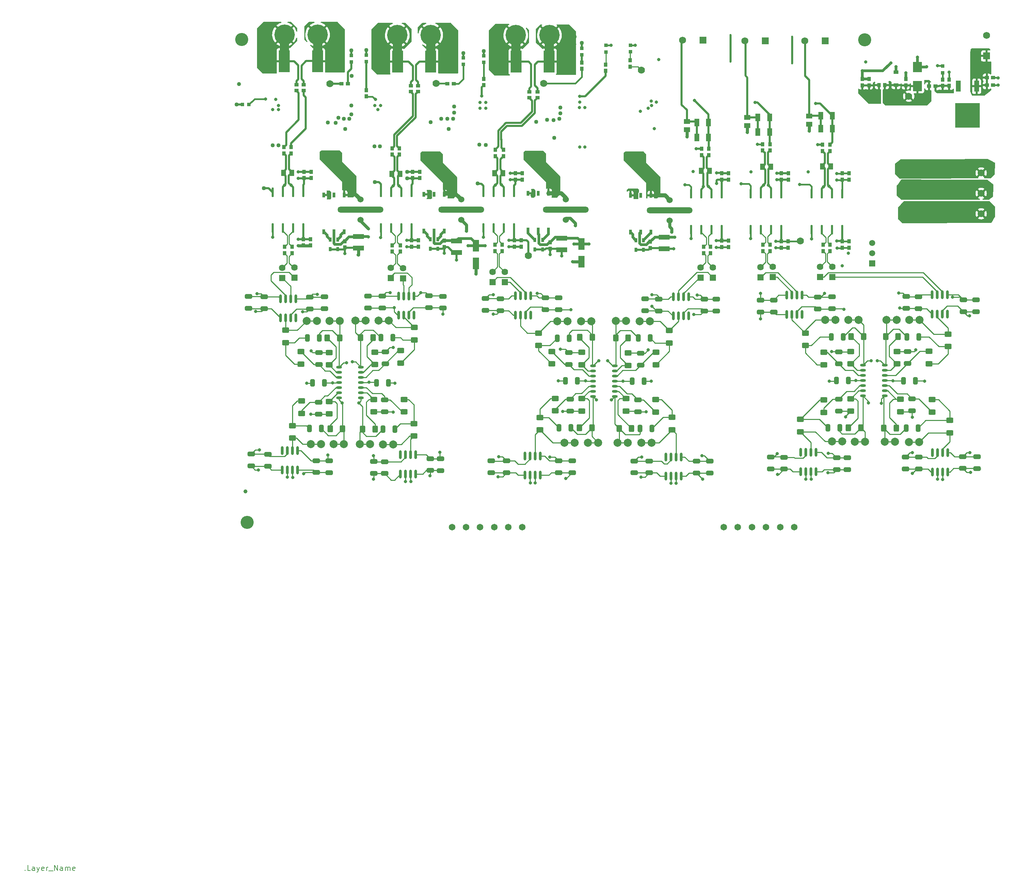
<source format=gbr>
%TF.GenerationSoftware,KiCad,Pcbnew,(5.99.0-10177-gd878cbddbc)*%
%TF.CreationDate,2021-05-05T15:51:09+02:00*%
%TF.ProjectId,TIDA-00555_E2,54494441-2d30-4303-9535-355f45322e6b,rev?*%
%TF.SameCoordinates,Original*%
%TF.FileFunction,Copper,L1,Top*%
%TF.FilePolarity,Positive*%
%FSLAX46Y46*%
G04 Gerber Fmt 4.6, Leading zero omitted, Abs format (unit mm)*
G04 Created by KiCad (PCBNEW (5.99.0-10177-gd878cbddbc)) date 2021-05-05 15:51:09*
%MOMM*%
%LPD*%
G01*
G04 APERTURE LIST*
G04 Aperture macros list*
%AMRoundRect*
0 Rectangle with rounded corners*
0 $1 Rounding radius*
0 $2 $3 $4 $5 $6 $7 $8 $9 X,Y pos of 4 corners*
0 Add a 4 corners polygon primitive as box body*
4,1,4,$2,$3,$4,$5,$6,$7,$8,$9,$2,$3,0*
0 Add four circle primitives for the rounded corners*
1,1,$1+$1,$2,$3*
1,1,$1+$1,$4,$5*
1,1,$1+$1,$6,$7*
1,1,$1+$1,$8,$9*
0 Add four rect primitives between the rounded corners*
20,1,$1+$1,$2,$3,$4,$5,0*
20,1,$1+$1,$4,$5,$6,$7,0*
20,1,$1+$1,$6,$7,$8,$9,0*
20,1,$1+$1,$8,$9,$2,$3,0*%
G04 Aperture macros list end*
%ADD10C,0.203200*%
%TA.AperFunction,NonConductor*%
%ADD11C,0.203200*%
%TD*%
%TA.AperFunction,SMDPad,CuDef*%
%ADD12R,0.939800X0.990600*%
%TD*%
%TA.AperFunction,ComponentPad*%
%ADD13R,1.625600X1.625600*%
%TD*%
%TA.AperFunction,ComponentPad*%
%ADD14C,1.625600*%
%TD*%
%TA.AperFunction,SMDPad,CuDef*%
%ADD15O,0.599999X2.200001*%
%TD*%
%TA.AperFunction,ComponentPad*%
%ADD16C,1.651000*%
%TD*%
%TA.AperFunction,SMDPad,CuDef*%
%ADD17RoundRect,0.250000X0.625000X-0.400000X0.625000X0.400000X-0.625000X0.400000X-0.625000X-0.400000X0*%
%TD*%
%TA.AperFunction,SMDPad,CuDef*%
%ADD18RoundRect,0.250000X0.650000X-0.325000X0.650000X0.325000X-0.650000X0.325000X-0.650000X-0.325000X0*%
%TD*%
%TA.AperFunction,SMDPad,CuDef*%
%ADD19RoundRect,0.249550X0.650450X-0.325450X0.650450X0.325450X-0.650450X0.325450X-0.650450X-0.325450X0*%
%TD*%
%TA.AperFunction,SMDPad,CuDef*%
%ADD20RoundRect,0.250000X-0.650000X0.325000X-0.650000X-0.325000X0.650000X-0.325000X0.650000X0.325000X0*%
%TD*%
%TA.AperFunction,SMDPad,CuDef*%
%ADD21RoundRect,0.249550X-0.650450X0.325450X-0.650450X-0.325450X0.650450X-0.325450X0.650450X0.325450X0*%
%TD*%
%TA.AperFunction,SMDPad,CuDef*%
%ADD22RoundRect,0.250000X-0.400000X-0.625000X0.400000X-0.625000X0.400000X0.625000X-0.400000X0.625000X0*%
%TD*%
%TA.AperFunction,SMDPad,CuDef*%
%ADD23R,0.990600X0.939800*%
%TD*%
%TA.AperFunction,SMDPad,CuDef*%
%ADD24R,1.219200X0.914400*%
%TD*%
%TA.AperFunction,SMDPad,CuDef*%
%ADD25RoundRect,0.249550X0.325450X0.650450X-0.325450X0.650450X-0.325450X-0.650450X0.325450X-0.650450X0*%
%TD*%
%TA.AperFunction,SMDPad,CuDef*%
%ADD26RoundRect,0.250000X0.325000X0.650000X-0.325000X0.650000X-0.325000X-0.650000X0.325000X-0.650000X0*%
%TD*%
%TA.AperFunction,SMDPad,CuDef*%
%ADD27RoundRect,0.250000X-0.325000X-0.650000X0.325000X-0.650000X0.325000X0.650000X-0.325000X0.650000X0*%
%TD*%
%TA.AperFunction,SMDPad,CuDef*%
%ADD28RoundRect,0.250000X-0.625000X0.400000X-0.625000X-0.400000X0.625000X-0.400000X0.625000X0.400000X0*%
%TD*%
%TA.AperFunction,SMDPad,CuDef*%
%ADD29R,2.692400X1.295400*%
%TD*%
%TA.AperFunction,SMDPad,CuDef*%
%ADD30R,0.812800X0.812800*%
%TD*%
%TA.AperFunction,ComponentPad*%
%ADD31C,5.080000*%
%TD*%
%TA.AperFunction,ComponentPad*%
%ADD32C,1.778000*%
%TD*%
%TA.AperFunction,SMDPad,CuDef*%
%ADD33O,0.584200X2.438400*%
%TD*%
%TA.AperFunction,SMDPad,CuDef*%
%ADD34RoundRect,0.249600X-0.625400X0.400400X-0.625400X-0.400400X0.625400X-0.400400X0.625400X0.400400X0*%
%TD*%
%TA.AperFunction,ComponentPad*%
%ADD35O,0.508000X7.162800*%
%TD*%
%TA.AperFunction,ComponentPad*%
%ADD36C,2.000000*%
%TD*%
%TA.AperFunction,SMDPad,CuDef*%
%ADD37R,1.295400X1.828800*%
%TD*%
%TA.AperFunction,SMDPad,CuDef*%
%ADD38RoundRect,0.250000X0.400000X0.625000X-0.400000X0.625000X-0.400000X-0.625000X0.400000X-0.625000X0*%
%TD*%
%TA.AperFunction,ComponentPad*%
%ADD39O,11.430000X1.498600*%
%TD*%
%TA.AperFunction,ComponentPad*%
%ADD40C,3.251200*%
%TD*%
%TA.AperFunction,ComponentPad*%
%ADD41R,1.727200X1.727200*%
%TD*%
%TA.AperFunction,ComponentPad*%
%ADD42C,1.727200*%
%TD*%
%TA.AperFunction,SMDPad,CuDef*%
%ADD43R,0.635000X1.270000*%
%TD*%
%TA.AperFunction,SMDPad,CuDef*%
%ADD44RoundRect,0.249600X0.625400X-0.400400X0.625400X0.400400X-0.625400X0.400400X-0.625400X-0.400400X0*%
%TD*%
%TA.AperFunction,SMDPad,CuDef*%
%ADD45R,0.635000X1.092200*%
%TD*%
%TA.AperFunction,SMDPad,CuDef*%
%ADD46C,0.990600*%
%TD*%
%TA.AperFunction,SMDPad,CuDef*%
%ADD47R,1.270000X1.600200*%
%TD*%
%TA.AperFunction,ComponentPad*%
%ADD48C,1.524000*%
%TD*%
%TA.AperFunction,SMDPad,CuDef*%
%ADD49R,1.600200X1.270000*%
%TD*%
%TA.AperFunction,SMDPad,CuDef*%
%ADD50R,2.692400X5.435600*%
%TD*%
%TA.AperFunction,ComponentPad*%
%ADD51R,1.498600X1.498600*%
%TD*%
%TA.AperFunction,ComponentPad*%
%ADD52C,1.498600*%
%TD*%
%TA.AperFunction,ComponentPad*%
%ADD53C,1.752600*%
%TD*%
%TA.AperFunction,SMDPad,CuDef*%
%ADD54O,1.450000X0.599999*%
%TD*%
%TA.AperFunction,SMDPad,CuDef*%
%ADD55R,1.574800X2.997200*%
%TD*%
%TA.AperFunction,SMDPad,CuDef*%
%ADD56R,2.286000X2.540000*%
%TD*%
%TA.AperFunction,SMDPad,CuDef*%
%ADD57R,1.193800X2.794000*%
%TD*%
%TA.AperFunction,SMDPad,CuDef*%
%ADD58R,6.096000X6.096000*%
%TD*%
%TA.AperFunction,ViaPad*%
%ADD59C,0.812800*%
%TD*%
%TA.AperFunction,ViaPad*%
%ADD60C,1.016000*%
%TD*%
%TA.AperFunction,ViaPad*%
%ADD61C,0.800000*%
%TD*%
%TA.AperFunction,Conductor*%
%ADD62C,0.254000*%
%TD*%
%TA.AperFunction,Conductor*%
%ADD63C,0.635000*%
%TD*%
%TA.AperFunction,Conductor*%
%ADD64C,0.508000*%
%TD*%
%TA.AperFunction,Conductor*%
%ADD65C,0.381000*%
%TD*%
%TA.AperFunction,Conductor*%
%ADD66C,0.250000*%
%TD*%
%TA.AperFunction,Conductor*%
%ADD67C,0.762000*%
%TD*%
%TA.AperFunction,Conductor*%
%ADD68C,0.750000*%
%TD*%
%TA.AperFunction,Conductor*%
%ADD69C,1.016000*%
%TD*%
%TA.AperFunction,Conductor*%
%ADD70C,2.286000*%
%TD*%
G04 APERTURE END LIST*
D10*
D11*
X27628508Y-229054572D02*
X27695274Y-229118048D01*
X27628508Y-229181524D01*
X27561742Y-229118048D01*
X27628508Y-229054572D01*
X27628508Y-229181524D01*
X28963822Y-229181524D02*
X28296165Y-229181524D01*
X28296165Y-227848532D01*
X30032074Y-229181524D02*
X30032074Y-228483290D01*
X29965308Y-228356338D01*
X29831777Y-228292862D01*
X29564714Y-228292862D01*
X29431182Y-228356338D01*
X30032074Y-229118048D02*
X29898542Y-229181524D01*
X29564714Y-229181524D01*
X29431182Y-229118048D01*
X29364417Y-228991096D01*
X29364417Y-228864145D01*
X29431182Y-228737193D01*
X29564714Y-228673717D01*
X29898542Y-228673717D01*
X30032074Y-228610241D01*
X30566200Y-228292862D02*
X30900028Y-229181524D01*
X31233857Y-228292862D02*
X30900028Y-229181524D01*
X30766497Y-229498903D01*
X30699731Y-229562379D01*
X30566200Y-229625854D01*
X32302108Y-229118048D02*
X32168577Y-229181524D01*
X31901514Y-229181524D01*
X31767982Y-229118048D01*
X31701217Y-228991096D01*
X31701217Y-228483290D01*
X31767982Y-228356338D01*
X31901514Y-228292862D01*
X32168577Y-228292862D01*
X32302108Y-228356338D01*
X32368874Y-228483290D01*
X32368874Y-228610241D01*
X31701217Y-228737193D01*
X32969765Y-229181524D02*
X32969765Y-228292862D01*
X32969765Y-228546766D02*
X33036531Y-228419814D01*
X33103297Y-228356338D01*
X33236828Y-228292862D01*
X33370360Y-228292862D01*
X33503891Y-229308475D02*
X34572142Y-229308475D01*
X34905971Y-229181524D02*
X34905971Y-227848532D01*
X35707160Y-229181524D01*
X35707160Y-227848532D01*
X36975708Y-229181524D02*
X36975708Y-228483290D01*
X36908942Y-228356338D01*
X36775411Y-228292862D01*
X36508348Y-228292862D01*
X36374817Y-228356338D01*
X36975708Y-229118048D02*
X36842177Y-229181524D01*
X36508348Y-229181524D01*
X36374817Y-229118048D01*
X36308051Y-228991096D01*
X36308051Y-228864145D01*
X36374817Y-228737193D01*
X36508348Y-228673717D01*
X36842177Y-228673717D01*
X36975708Y-228610241D01*
X37643365Y-229181524D02*
X37643365Y-228292862D01*
X37643365Y-228419814D02*
X37710131Y-228356338D01*
X37843662Y-228292862D01*
X38043960Y-228292862D01*
X38177491Y-228356338D01*
X38244257Y-228483290D01*
X38244257Y-229181524D01*
X38244257Y-228483290D02*
X38311022Y-228356338D01*
X38444554Y-228292862D01*
X38644851Y-228292862D01*
X38778382Y-228356338D01*
X38845148Y-228483290D01*
X38845148Y-229181524D01*
X40046931Y-229118048D02*
X39913400Y-229181524D01*
X39646337Y-229181524D01*
X39512805Y-229118048D01*
X39446040Y-228991096D01*
X39446040Y-228483290D01*
X39512805Y-228356338D01*
X39646337Y-228292862D01*
X39913400Y-228292862D01*
X40046931Y-228356338D01*
X40113697Y-228483290D01*
X40113697Y-228610241D01*
X39446040Y-228737193D01*
D12*
%TO.P,R4,1*%
%TO.N,NetFB2_2*%
X93786800Y-49199800D03*
%TO.P,R4,2*%
%TO.N,NetC2_1*%
X93786800Y-50774600D03*
%TD*%
D13*
%TO.P,J26,1*%
%TO.N,DOUTP_W_PH*%
X228432200Y-81534000D03*
D14*
%TO.P,J26,2*%
%TO.N,DOUTP_W_PH1*%
X228432200Y-78994000D03*
%TD*%
D12*
%TO.P,C43,1*%
%TO.N,GND_PH*%
X217459400Y-55727600D03*
%TO.P,C43,2*%
%TO.N,+5.0V_PH*%
X217459400Y-57302400D03*
%TD*%
D15*
%TO.P,U31,1*%
%TO.N,DGND*%
X153369400Y-86195200D03*
%TO.P,U31,2,-*%
%TO.N,DOUTN_CH_W*%
X152099400Y-86195200D03*
%TO.P,U31,3,+*%
%TO.N,DOUTP_CH_W*%
X150829400Y-86195200D03*
%TO.P,U31,4*%
%TO.N,+15V*%
X149559400Y-86195200D03*
%TO.P,U31,5*%
%TO.N,DGND*%
X149559400Y-90995200D03*
%TO.P,U31,6*%
%TO.N,Net-(R116-Pad2)*%
X150829400Y-90995200D03*
%TO.P,U31,7*%
%TO.N,-15V*%
X152099400Y-90995200D03*
%TO.P,U31,8*%
%TO.N,unconnected-(U31-Pad8)*%
X153369400Y-90995200D03*
%TD*%
D16*
%TO.P,J8,1,Pin_1*%
%TO.N,Ip_U*%
X133794797Y-143771600D03*
%TO.P,J8,2,Pin_2*%
%TO.N,In_U*%
X137294800Y-143771600D03*
%TO.P,J8,3,Pin_3*%
%TO.N,Ip_V*%
X140794801Y-143771600D03*
%TO.P,J8,4,Pin_4*%
%TO.N,In_V*%
X144294802Y-143771600D03*
%TO.P,J8,5,Pin_5*%
%TO.N,Ip_W*%
X147794802Y-143771600D03*
%TO.P,J8,6,Pin_6*%
%TO.N,In_W*%
X151294803Y-143771600D03*
%TD*%
D17*
%TO.P,R109,1,1*%
%TO.N,Net-(C39-Pad1)*%
X184505600Y-103353200D03*
%TO.P,R109,2,2*%
%TO.N,Net-(C154-Pad1)*%
X184505600Y-100253200D03*
%TD*%
D15*
%TO.P,U29,1*%
%TO.N,DGND*%
X120980200Y-130517600D03*
%TO.P,U29,2,-*%
%TO.N,DOUTP_CH_V*%
X122250200Y-130517600D03*
%TO.P,U29,3,+*%
%TO.N,DOUTN_CH_V*%
X123520200Y-130517600D03*
%TO.P,U29,4*%
%TO.N,+15V*%
X124790200Y-130517600D03*
%TO.P,U29,5*%
%TO.N,DGND*%
X124790200Y-125717600D03*
%TO.P,U29,6*%
%TO.N,Net-(R46-Pad1)*%
X123520200Y-125717600D03*
%TO.P,U29,7*%
%TO.N,-15V*%
X122250200Y-125717600D03*
%TO.P,U29,8*%
%TO.N,unconnected-(U29-Pad8)*%
X120980200Y-125717600D03*
%TD*%
D13*
%TO.P,J27,1*%
%TO.N,DOUTN_W_PH*%
X225384200Y-81508600D03*
D14*
%TO.P,J27,2*%
%TO.N,DOUTN_W_PH1*%
X225384200Y-78968600D03*
%TD*%
D18*
%TO.P,C196,1,1*%
%TO.N,-15V*%
X199491600Y-89949200D03*
D19*
%TO.P,C196,2,2*%
%TO.N,DGND*%
X199491600Y-86999200D03*
%TD*%
D20*
%TO.P,C24,1,1*%
%TO.N,Net-(C24-Pad1)*%
X100634800Y-112672600D03*
D21*
%TO.P,C24,2,2*%
%TO.N,DGND*%
X100634800Y-115622600D03*
%TD*%
D17*
%TO.P,R30,1,1*%
%TO.N,Net-(C22-Pad1)*%
X96266000Y-103200800D03*
%TO.P,R30,2,2*%
%TO.N,Net-(C21-Pad1)*%
X96266000Y-100100800D03*
%TD*%
D18*
%TO.P,C210,1,1*%
%TO.N,-15V*%
X224739200Y-89460600D03*
D19*
%TO.P,C210,2,2*%
%TO.N,DGND*%
X224739200Y-86510600D03*
%TD*%
D17*
%TO.P,R113,1,1*%
%TO.N,Net-(C156-Pad1)*%
X184454800Y-115138800D03*
%TO.P,R113,2,2*%
%TO.N,Net-(C41-Pad2)*%
X184454800Y-112038800D03*
%TD*%
D22*
%TO.P,R50,1,1*%
%TO.N,In_V*%
X111581600Y-119380000D03*
%TO.P,R50,2,2*%
%TO.N,Net-(R49-Pad2)*%
X114681600Y-119380000D03*
%TD*%
D23*
%TO.P,FB10,1*%
%TO.N,NetC63_1*%
X254050800Y-34061400D03*
%TO.P,FB10,2*%
%TO.N,DVCC*%
X252476000Y-34061400D03*
%TD*%
D24*
%TO.P,D13,1*%
%TO.N,DVCC*%
X244246400Y-33782000D03*
%TO.P,D13,2*%
%TO.N,DGND*%
X244246400Y-30530800D03*
%TD*%
D18*
%TO.P,C222,1,1*%
%TO.N,+15V*%
X260828000Y-129135400D03*
D19*
%TO.P,C222,2,2*%
%TO.N,DGND*%
X260828000Y-126185400D03*
%TD*%
D23*
%TO.P,FB6,1*%
%TO.N,NetFB6_1*%
X155051600Y-35458400D03*
%TO.P,FB6,2*%
%TO.N,NetFB6_2*%
X155051600Y-36931600D03*
%TD*%
D25*
%TO.P,C186,1,1*%
%TO.N,DGND*%
X117959400Y-107848400D03*
D26*
%TO.P,C186,2,2*%
%TO.N,-15V*%
X115009400Y-107848400D03*
%TD*%
D18*
%TO.P,C223,1,1*%
%TO.N,+15V*%
X264363200Y-129186200D03*
D19*
%TO.P,C223,2,2*%
%TO.N,DGND*%
X264363200Y-126236200D03*
%TD*%
D27*
%TO.P,C22,1,1*%
%TO.N,Net-(C22-Pad1)*%
X97839000Y-96672400D03*
%TO.P,C22,2,2*%
%TO.N,Ip_U*%
X100789000Y-96672400D03*
%TD*%
D12*
%TO.P,C31,1*%
%TO.N,GND_USH*%
X98739800Y-55346600D03*
%TO.P,C31,2*%
%TO.N,+5.0V_USH*%
X98739800Y-56921400D03*
%TD*%
D28*
%TO.P,R112,1,1*%
%TO.N,Net-(C41-Pad2)*%
X188518800Y-116407600D03*
%TO.P,R112,2,2*%
%TO.N,Net-(R112-Pad2)*%
X188518800Y-119507600D03*
%TD*%
%TO.P,R42,1,1*%
%TO.N,Net-(C35-Pad1)*%
X121056400Y-99846800D03*
%TO.P,R42,2,2*%
%TO.N,Net-(C34-Pad2)*%
X121056400Y-102946800D03*
%TD*%
D20*
%TO.P,C215,1,1*%
%TO.N,+15V*%
X246786400Y-86360000D03*
D21*
%TO.P,C215,2,2*%
%TO.N,DGND*%
X246786400Y-89310000D03*
%TD*%
D29*
%TO.P,C25,1*%
%TO.N,DGND*%
X161096800Y-74726800D03*
%TO.P,C25,2*%
%TO.N,+5V_CNTL*%
X161096800Y-71831200D03*
%TD*%
D30*
%TO.P,D2,1*%
%TO.N,NetD2_1*%
X108772800Y-27990800D03*
%TO.P,D2,2*%
%TO.N,GND_USH*%
X108772800Y-26365200D03*
%TD*%
D17*
%TO.P,R46,1,1*%
%TO.N,Net-(R46-Pad1)*%
X124307600Y-121082400D03*
%TO.P,R46,2,2*%
%TO.N,Net-(C37-Pad1)*%
X124307600Y-117982400D03*
%TD*%
D31*
%TO.P,TP7,1*%
%TO.N,GND_WSH*%
X149666800Y-21336000D03*
%TD*%
D30*
%TO.P,D6,1*%
%TO.N,NetD6_1*%
X166049800Y-26212800D03*
%TO.P,D6,2*%
%TO.N,GND_WSH*%
X166049800Y-24587200D03*
%TD*%
D32*
%TO.P,TP16,1*%
%TO.N,-5.0V_PH*%
X180898800Y-30022800D03*
%TD*%
D28*
%TO.P,R48,1,1*%
%TO.N,Net-(C37-Pad1)*%
X121920000Y-111988000D03*
%TO.P,R48,2,2*%
%TO.N,Net-(C36-Pad1)*%
X121920000Y-115088000D03*
%TD*%
D20*
%TO.P,C213,1,1*%
%TO.N,+15V*%
X213817200Y-87272600D03*
D21*
%TO.P,C213,2,2*%
%TO.N,DGND*%
X213817200Y-90222600D03*
%TD*%
D33*
%TO.P,U5,1*%
%TO.N,+5.0V_WSH*%
X149235000Y-60426600D03*
%TO.P,U5,2*%
%TO.N,NetC18_1*%
X146695000Y-60426600D03*
%TO.P,U5,3*%
%TO.N,NetC18_2*%
X144155000Y-60426600D03*
%TO.P,U5,4*%
%TO.N,GND_WSH*%
X141615000Y-60426600D03*
%TO.P,U5,5*%
%TO.N,DGND*%
X141615000Y-69367400D03*
%TO.P,U5,6*%
%TO.N,NetR23_1*%
X144155000Y-69367400D03*
%TO.P,U5,7*%
%TO.N,NetR25_1*%
X146695000Y-69367400D03*
%TO.P,U5,8*%
%TO.N,AMC_VCC*%
X149235000Y-69367400D03*
%TD*%
D34*
%TO.P,R110,1,1*%
%TO.N,DGND*%
X177596800Y-100405600D03*
D28*
%TO.P,R110,2,2*%
%TO.N,Net-(R110-Pad2)*%
X177596800Y-103505600D03*
%TD*%
D33*
%TO.P,U1,1*%
%TO.N,+5.0V_USH*%
X96834800Y-60426600D03*
%TO.P,U1,2*%
%TO.N,NetC2_1*%
X94294800Y-60426600D03*
%TO.P,U1,3*%
%TO.N,NetC2_2*%
X91754800Y-60426600D03*
%TO.P,U1,4*%
%TO.N,GND_USH*%
X89214800Y-60426600D03*
%TO.P,U1,5*%
%TO.N,DGND*%
X89214800Y-69367400D03*
%TO.P,U1,6*%
%TO.N,NetR3_1*%
X91754800Y-69367400D03*
%TO.P,U1,7*%
%TO.N,NetR5_1*%
X94294800Y-69367400D03*
%TO.P,U1,8*%
%TO.N,AMC_VCC*%
X96834800Y-69367400D03*
%TD*%
D20*
%TO.P,C204,1,1*%
%TO.N,-15V*%
X179158900Y-127290300D03*
D21*
%TO.P,C204,2,2*%
%TO.N,DGND*%
X179158900Y-130240300D03*
%TD*%
D12*
%TO.P,C56,1*%
%TO.N,AMC_VCC*%
X151038400Y-72415400D03*
%TO.P,C56,2*%
%TO.N,DGND*%
X151038400Y-73990200D03*
%TD*%
%TO.P,C62,1*%
%TO.N,AMC_VCC*%
X217383200Y-72669400D03*
%TO.P,C62,2*%
%TO.N,DGND*%
X217383200Y-74244200D03*
%TD*%
D31*
%TO.P,TP8,1*%
%TO.N,NetFB6_1*%
X158048800Y-21336000D03*
%TD*%
D18*
%TO.P,C202,1,1*%
%TO.N,+15V*%
X197904100Y-130291100D03*
D19*
%TO.P,C202,2,2*%
%TO.N,DGND*%
X197904100Y-127341100D03*
%TD*%
D35*
%TO.P,,*%
%TO.N,*%
X218399200Y-25069800D03*
%TD*%
D36*
%TO.P,TP29,1,1*%
%TO.N,Vp_V*%
X234950000Y-92202000D03*
X232410000Y-92202000D03*
%TD*%
D13*
%TO.P,J20,1*%
%TO.N,DOUTP_CH_W*%
X146923600Y-82778600D03*
D14*
%TO.P,J20,2*%
%TO.N,DOUTP_CH_W1*%
X146923600Y-80238600D03*
%TD*%
D12*
%TO.P,R76,1*%
%TO.N,NetD14_2*%
X255803400Y-32385000D03*
%TO.P,R76,2*%
%TO.N,NetC63_1*%
X255803400Y-33959800D03*
%TD*%
D32*
%TO.P,TP17,1*%
%TO.N,AMC_VCC*%
X220472000Y-72542400D03*
%TD*%
D12*
%TO.P,C38,1*%
%TO.N,GND_WSH*%
X151292400Y-55727600D03*
%TO.P,C38,2*%
%TO.N,+5.0V_WSH*%
X151292400Y-57302400D03*
%TD*%
D37*
%TO.P,R72,1*%
%TO.N,NEUTRAL*%
X209890200Y-41808400D03*
%TO.P,R72,2*%
%TO.N,NetR72_2*%
X212785800Y-41808400D03*
%TD*%
D29*
%TO.P,C14,1*%
%TO.N,DGND*%
X134934800Y-75438000D03*
%TO.P,C14,2*%
%TO.N,+5V_CNTL*%
X134934800Y-72542400D03*
%TD*%
D13*
%TO.P,J21,1*%
%TO.N,DOUTN_CH_W*%
X143875600Y-82778600D03*
D14*
%TO.P,J21,2*%
%TO.N,DOUTN_CH_W1*%
X143875600Y-80238600D03*
%TD*%
D36*
%TO.P,TP21,1,1*%
%TO.N,Ip_W*%
X168452800Y-92506800D03*
X165912800Y-92506800D03*
%TD*%
D12*
%TO.P,C5,1*%
%TO.N,DGND*%
X107121800Y-74193400D03*
%TO.P,C5,2*%
%TO.N,+5V_CNTL*%
X107121800Y-72618600D03*
%TD*%
%TO.P,R26,1*%
%TO.N,NetFB6_2*%
X146593400Y-49860200D03*
%TO.P,R26,2*%
%TO.N,NetC18_1*%
X146593400Y-51435000D03*
%TD*%
%TO.P,R57,1*%
%TO.N,NetD11_1*%
X178140200Y-27584400D03*
%TO.P,R57,2*%
%TO.N,-5.0V_PH*%
X178140200Y-29159200D03*
%TD*%
D36*
%TO.P,TP15,1,1*%
%TO.N,In_U*%
X104343200Y-123088400D03*
X106883200Y-123088400D03*
%TD*%
D38*
%TO.P,R111,1,1*%
%TO.N,Net-(R110-Pad2)*%
X177622800Y-96672400D03*
%TO.P,R111,2,2*%
%TO.N,Vp_U*%
X174522800Y-96672400D03*
%TD*%
D12*
%TO.P,C8,1*%
%TO.N,+5.0V_WSH*%
X149539800Y-57302400D03*
%TO.P,C8,2*%
%TO.N,GND_WSH*%
X149539800Y-55727600D03*
%TD*%
D39*
%TO.P,,*%
%TO.N,*%
X111058800Y-64770000D03*
%TD*%
D37*
%TO.P,R84,1*%
%TO.N,NEUTRAL*%
X225511200Y-44627800D03*
%TO.P,R84,2*%
%TO.N,NetR84_2*%
X228406800Y-44627800D03*
%TD*%
D22*
%TO.P,R131,1,1*%
%TO.N,Vp_W*%
X241680400Y-96367600D03*
%TO.P,R131,2,2*%
%TO.N,Net-(R130-Pad1)*%
X244780400Y-96367600D03*
%TD*%
D40*
%TO.P,MH2,1*%
%TO.N,N/C*%
X82829400Y-142595600D03*
%TD*%
D36*
%TO.P,TP33,1,1*%
%TO.N,Vn_V*%
X236524800Y-122478800D03*
X233984800Y-122478800D03*
%TD*%
D26*
%TO.P,C207,1,1*%
%TO.N,+15V*%
X165000200Y-107340400D03*
D25*
%TO.P,C207,2,2*%
%TO.N,DGND*%
X162050200Y-107340400D03*
%TD*%
D28*
%TO.P,R129,1,1*%
%TO.N,Net-(C161-Pad1)*%
X252476000Y-99999200D03*
%TO.P,R129,2,2*%
%TO.N,Net-(C160-Pad2)*%
X252476000Y-103099200D03*
%TD*%
D12*
%TO.P,C3,1*%
%TO.N,+5.0V_VSH*%
X124012800Y-56921400D03*
%TO.P,C3,2*%
%TO.N,GND_VSH*%
X124012800Y-55346600D03*
%TD*%
D28*
%TO.P,R36,1,1*%
%TO.N,Net-(R36-Pad1)*%
X103225600Y-112496000D03*
D34*
%TO.P,R36,2,2*%
%TO.N,DGND*%
X103225600Y-115596000D03*
%TD*%
D17*
%TO.P,R38,1,1*%
%TO.N,Net-(C34-Pad2)*%
X124409200Y-97155600D03*
%TO.P,R38,2,2*%
%TO.N,Net-(R38-Pad2)*%
X124409200Y-94055600D03*
%TD*%
D40*
%TO.P,MH3,1*%
%TO.N,N/C*%
X236433200Y-22529800D03*
%TD*%
D41*
%TO.P,J15,1*%
%TO.N,NetFB11_1*%
X211693600Y-22758400D03*
D42*
%TO.P,J15,2*%
%TO.N,NEUTRAL*%
X206613600Y-22758400D03*
%TD*%
D28*
%TO.P,R132,1,1*%
%TO.N,Net-(C163-Pad2)*%
X220421200Y-116915600D03*
%TO.P,R132,2,2*%
%TO.N,Net-(R132-Pad2)*%
X220421200Y-120015600D03*
%TD*%
D20*
%TO.P,C212,1,1*%
%TO.N,+15V*%
X210566000Y-87272600D03*
D21*
%TO.P,C212,2,2*%
%TO.N,DGND*%
X210566000Y-90222600D03*
%TD*%
D36*
%TO.P,TP22,1,1*%
%TO.N,In_W*%
X167640000Y-122732800D03*
X170180000Y-122732800D03*
%TD*%
D12*
%TO.P,C64,1*%
%TO.N,DGND*%
X215706800Y-74244200D03*
%TO.P,C64,2*%
%TO.N,AMC_VCC*%
X215706800Y-72669400D03*
%TD*%
D18*
%TO.P,C216,1,1*%
%TO.N,-15V*%
X260961400Y-90121000D03*
D19*
%TO.P,C216,2,2*%
%TO.N,DGND*%
X260961400Y-87171000D03*
%TD*%
D26*
%TO.P,C227,1,1*%
%TO.N,+15V*%
X232359200Y-107289600D03*
D25*
%TO.P,C227,2,2*%
%TO.N,DGND*%
X229409200Y-107289600D03*
%TD*%
D12*
%TO.P,C52,1*%
%TO.N,AVCC*%
X235864400Y-33832800D03*
%TO.P,C52,2*%
%TO.N,AGND*%
X235864400Y-32258000D03*
%TD*%
D36*
%TO.P,TP23,1,1*%
%TO.N,Net-(R120-Pad1)*%
X164287200Y-122732800D03*
X161747200Y-122732800D03*
%TD*%
D43*
%TO.P,T2,1*%
%TO.N,NetT2_1*%
X126806800Y-70104000D03*
%TO.P,T2,2*%
%TO.N,+5V_CNTL*%
X129346800Y-70104000D03*
%TO.P,T2,3*%
%TO.N,NetT2_3*%
X131886800Y-70104000D03*
%TO.P,T2,4*%
%TO.N,GND_VSH*%
X131886800Y-60985400D03*
%TO.P,T2,5*%
%TO.N,N/C*%
X129346800Y-60985400D03*
%TO.P,T2,6*%
%TO.N,NetD37_1*%
X126806800Y-60985400D03*
%TD*%
D13*
%TO.P,J11,1*%
%TO.N,DOUTN_CH_U*%
X91602400Y-81737200D03*
D14*
%TO.P,J11,2*%
%TO.N,DOUTN_CH_U1*%
X91602400Y-79197200D03*
%TD*%
D33*
%TO.P,U11,1*%
%TO.N,+5.0V_PH*%
X200847800Y-60782200D03*
%TO.P,U11,2*%
%TO.N,NetC55_1*%
X198307800Y-60782200D03*
%TO.P,U11,3*%
%TO.N,NetC55_2*%
X195767800Y-60782200D03*
%TO.P,U11,4*%
%TO.N,GND_PH*%
X193227800Y-60782200D03*
%TO.P,U11,5*%
%TO.N,DGND*%
X193227800Y-69723000D03*
%TO.P,U11,6*%
%TO.N,NetR64_1*%
X195767800Y-69723000D03*
%TO.P,U11,7*%
%TO.N,NetR66_1*%
X198307800Y-69723000D03*
%TO.P,U11,8*%
%TO.N,AMC_VCC*%
X200847800Y-69723000D03*
%TD*%
D44*
%TO.P,R122,1,1*%
%TO.N,DGND*%
X166116000Y-114884800D03*
D17*
%TO.P,R122,2,2*%
%TO.N,Net-(R122-Pad2)*%
X166116000Y-111784800D03*
%TD*%
D20*
%TO.P,C164,1,1*%
%TO.N,Net-(C164-Pad1)*%
X248208800Y-111809000D03*
D21*
%TO.P,C164,2,2*%
%TO.N,DGND*%
X248208800Y-114759000D03*
%TD*%
D20*
%TO.P,C48,1,1*%
%TO.N,Net-(C48-Pad1)*%
X163169600Y-111910600D03*
D21*
%TO.P,C48,2,2*%
%TO.N,DGND*%
X163169600Y-114860600D03*
%TD*%
D29*
%TO.P,C50,1*%
%TO.N,DGND*%
X186547600Y-74472800D03*
%TO.P,C50,2*%
%TO.N,+5V_CNTL*%
X186547600Y-71577200D03*
%TD*%
D18*
%TO.P,C35,1,1*%
%TO.N,Net-(C35-Pad1)*%
X117246400Y-103075000D03*
D19*
%TO.P,C35,2,2*%
%TO.N,DGND*%
X117246400Y-100125000D03*
%TD*%
D26*
%TO.P,C29,1,1*%
%TO.N,In_U*%
X101297000Y-119227600D03*
%TO.P,C29,2,2*%
%TO.N,Net-(C29-Pad2)*%
X98347000Y-119227600D03*
%TD*%
D12*
%TO.P,C19,1*%
%TO.N,+5.0V_PH*%
X230819800Y-57302400D03*
%TO.P,C19,2*%
%TO.N,GND_PH*%
X230819800Y-55727600D03*
%TD*%
D18*
%TO.P,C191,1,1*%
%TO.N,-15V*%
X157001600Y-89663800D03*
D19*
%TO.P,C191,2,2*%
%TO.N,DGND*%
X157001600Y-86713800D03*
%TD*%
D40*
%TO.P,MH1,1*%
%TO.N,N/C*%
X81493200Y-22402800D03*
%TD*%
D33*
%TO.P,U12,1*%
%TO.N,+5.0V_PH*%
X215706800Y-60782200D03*
%TO.P,U12,2*%
%TO.N,NetC61_1*%
X213166800Y-60782200D03*
%TO.P,U12,3*%
%TO.N,NetC61_2*%
X210626800Y-60782200D03*
%TO.P,U12,4*%
%TO.N,GND_PH*%
X208086800Y-60782200D03*
%TO.P,U12,5*%
%TO.N,DGND*%
X208086800Y-69723000D03*
%TO.P,U12,6*%
%TO.N,NetR75_1*%
X210626800Y-69723000D03*
%TO.P,U12,7*%
%TO.N,NetR78_1*%
X213166800Y-69723000D03*
%TO.P,U12,8*%
%TO.N,AMC_VCC*%
X215706800Y-69723000D03*
%TD*%
D23*
%TO.P,C66,1*%
%TO.N,+5V_CNTL*%
X266827000Y-33807400D03*
%TO.P,C66,2*%
%TO.N,DGND*%
X268401800Y-33807400D03*
%TD*%
D43*
%TO.P,T1,1*%
%TO.N,NetT1_1*%
X101914800Y-70231000D03*
%TO.P,T1,2*%
%TO.N,+5V_CNTL*%
X104454800Y-70231000D03*
%TO.P,T1,3*%
%TO.N,NetT1_3*%
X106994800Y-70231000D03*
%TO.P,T1,4*%
%TO.N,GND_USH*%
X106994800Y-61112400D03*
%TO.P,T1,5*%
%TO.N,N/C*%
X104454800Y-61112400D03*
%TO.P,T1,6*%
%TO.N,NetD43_1*%
X101914800Y-61112400D03*
%TD*%
D23*
%TO.P,FB5,1*%
%TO.N,GND_WSH*%
X153019600Y-35458400D03*
%TO.P,FB5,2*%
%TO.N,NetFB5_2*%
X153019600Y-36931600D03*
%TD*%
D12*
%TO.P,FB7,1*%
%TO.N,DVCC*%
X241477800Y-33782000D03*
%TO.P,FB7,2*%
%TO.N,AVCC*%
X240004600Y-33782000D03*
%TD*%
D15*
%TO.P,U36,1*%
%TO.N,DGND*%
X220903800Y-86042800D03*
%TO.P,U36,2,-*%
%TO.N,DOUTN_V_PH*%
X219633800Y-86042800D03*
%TO.P,U36,3,+*%
%TO.N,DOUTP_V_PH*%
X218363800Y-86042800D03*
%TO.P,U36,4*%
%TO.N,+15V*%
X217093800Y-86042800D03*
%TO.P,U36,5*%
%TO.N,DGND*%
X217093800Y-90842800D03*
%TO.P,U36,6*%
%TO.N,Net-(R124-Pad1)*%
X218363800Y-90842800D03*
%TO.P,U36,7*%
%TO.N,-15V*%
X219633800Y-90842800D03*
%TO.P,U36,8*%
%TO.N,unconnected-(U36-Pad8)*%
X220903800Y-90842800D03*
%TD*%
D27*
%TO.P,C41,1,1*%
%TO.N,Vn_U*%
X180592200Y-119176800D03*
%TO.P,C41,2,2*%
%TO.N,Net-(C41-Pad2)*%
X183542200Y-119176800D03*
%TD*%
D18*
%TO.P,C158,1,1*%
%TO.N,Net-(C158-Pad1)*%
X229971600Y-103125800D03*
D19*
%TO.P,C158,2,2*%
%TO.N,DGND*%
X229971600Y-100175800D03*
%TD*%
D36*
%TO.P,TP35,1,1*%
%TO.N,Net-(R136-Pad1)*%
X247446800Y-122580400D03*
X249986800Y-122580400D03*
%TD*%
D45*
%TO.P,U4,1*%
%TO.N,NetT2_3*%
X130286600Y-72085200D03*
%TO.P,U4,2*%
%TO.N,+5V_CNTL*%
X129346800Y-72085200D03*
%TO.P,U4,3*%
%TO.N,NetT2_1*%
X128407000Y-72085200D03*
%TO.P,U4,4*%
%TO.N,DGND*%
X128407000Y-74472800D03*
%TO.P,U4,5*%
X130286600Y-74472800D03*
%TD*%
D38*
%TO.P,R115,1,1*%
%TO.N,Net-(R114-Pad1)*%
X178486400Y-119176800D03*
%TO.P,R115,2,2*%
%TO.N,Vn_U*%
X175386400Y-119176800D03*
%TD*%
D45*
%TO.P,U10,1*%
%TO.N,NetT5_3*%
X181391400Y-72339200D03*
%TO.P,U10,2*%
%TO.N,+5V_CNTL*%
X180451600Y-72339200D03*
%TO.P,U10,3*%
%TO.N,NetT5_1*%
X179511800Y-72339200D03*
%TO.P,U10,4*%
%TO.N,DGND*%
X179511800Y-74726800D03*
%TO.P,U10,5*%
X181391400Y-74726800D03*
%TD*%
D18*
%TO.P,C183,1,1*%
%TO.N,+15V*%
X130911600Y-129694200D03*
D19*
%TO.P,C183,2,2*%
%TO.N,DGND*%
X130911600Y-126744200D03*
%TD*%
D20*
%TO.P,C219,1,1*%
%TO.N,-15V*%
X213055200Y-126303500D03*
D21*
%TO.P,C219,2,2*%
%TO.N,DGND*%
X213055200Y-129253500D03*
%TD*%
D46*
%TO.P,FID1,1*%
%TO.N,N/C*%
X80832800Y-33528000D03*
%TD*%
D12*
%TO.P,R12,1*%
%TO.N,NetR12_1*%
X118932800Y-73634600D03*
%TO.P,R12,2*%
%TO.N,DOUTN_CH_V1*%
X118932800Y-75209400D03*
%TD*%
D46*
%TO.P,FID2,1*%
%TO.N,N/C*%
X82423000Y-134874000D03*
%TD*%
D16*
%TO.P,J29,1,Pin_1*%
%TO.N,Vp_U*%
X201409597Y-143764000D03*
%TO.P,J29,2,Pin_2*%
%TO.N,Vn_U*%
X204909600Y-143764000D03*
%TO.P,J29,3,Pin_3*%
%TO.N,Vp_V*%
X208409601Y-143764000D03*
%TO.P,J29,4,Pin_4*%
%TO.N,Vn_V*%
X211909602Y-143764000D03*
%TO.P,J29,5,Pin_5*%
%TO.N,Vp_W*%
X215409602Y-143764000D03*
%TO.P,J29,6,Pin_6*%
%TO.N,Vn_W*%
X218909603Y-143764000D03*
%TD*%
D20*
%TO.P,C194,1,1*%
%TO.N,+15V*%
X181864000Y-86946600D03*
D21*
%TO.P,C194,2,2*%
%TO.N,DGND*%
X181864000Y-89896600D03*
%TD*%
D31*
%TO.P,TP5,1*%
%TO.N,NetFB4_1*%
X128534000Y-21336000D03*
%TD*%
D12*
%TO.P,R3,1*%
%TO.N,NetR3_1*%
X92135800Y-74015600D03*
%TO.P,R3,2*%
%TO.N,DOUTN_CH_U1*%
X92135800Y-75590400D03*
%TD*%
D45*
%TO.P,U2,1*%
%TO.N,NetT1_3*%
X105394600Y-72212200D03*
%TO.P,U2,2*%
%TO.N,+5V_CNTL*%
X104454800Y-72212200D03*
%TO.P,U2,3*%
%TO.N,NetT1_1*%
X103515000Y-72212200D03*
%TO.P,U2,4*%
%TO.N,DGND*%
X103515000Y-74599800D03*
%TO.P,U2,5*%
X105394600Y-74599800D03*
%TD*%
D15*
%TO.P,U33,1*%
%TO.N,DGND*%
X192709800Y-86398400D03*
%TO.P,U33,2,-*%
%TO.N,DOUTN_U_PH*%
X191439800Y-86398400D03*
%TO.P,U33,3,+*%
%TO.N,DOUTP_U_PH*%
X190169800Y-86398400D03*
%TO.P,U33,4*%
%TO.N,+15V*%
X188899800Y-86398400D03*
%TO.P,U33,5*%
%TO.N,DGND*%
X188899800Y-91198400D03*
%TO.P,U33,6*%
%TO.N,Net-(R108-Pad1)*%
X190169800Y-91198400D03*
%TO.P,U33,7*%
%TO.N,-15V*%
X191439800Y-91198400D03*
%TO.P,U33,8*%
%TO.N,unconnected-(U33-Pad8)*%
X192709800Y-91198400D03*
%TD*%
D13*
%TO.P,J18,1*%
%TO.N,DOUTP_CH_V*%
X121599800Y-81838800D03*
D14*
%TO.P,J18,2*%
%TO.N,DOUTP_CH_V1*%
X121599800Y-79298800D03*
%TD*%
D36*
%TO.P,TP53,1,1*%
%TO.N,In_V*%
X113385600Y-123088400D03*
X110845600Y-123088400D03*
%TD*%
D26*
%TO.P,C37,1,1*%
%TO.N,Net-(C37-Pad1)*%
X119585000Y-119380000D03*
%TO.P,C37,2,2*%
%TO.N,In_V*%
X116635000Y-119380000D03*
%TD*%
D39*
%TO.P,,*%
%TO.N,*%
X136077800Y-64770000D03*
%TD*%
D12*
%TO.P,C70,1*%
%TO.N,DGND*%
X230845200Y-74218800D03*
%TO.P,C70,2*%
%TO.N,AMC_VCC*%
X230845200Y-72644000D03*
%TD*%
D15*
%TO.P,U28,1*%
%TO.N,DGND*%
X124354200Y-86246000D03*
%TO.P,U28,2,-*%
%TO.N,DOUTN_CH_V*%
X123084200Y-86246000D03*
%TO.P,U28,3,+*%
%TO.N,DOUTP_CH_V*%
X121814200Y-86246000D03*
%TO.P,U28,4*%
%TO.N,+15V*%
X120544200Y-86246000D03*
%TO.P,U28,5*%
%TO.N,DGND*%
X120544200Y-91046000D03*
%TO.P,U28,6*%
%TO.N,Net-(R38-Pad2)*%
X121814200Y-91046000D03*
%TO.P,U28,7*%
%TO.N,-15V*%
X123084200Y-91046000D03*
%TO.P,U28,8*%
%TO.N,unconnected-(U28-Pad8)*%
X124354200Y-91046000D03*
%TD*%
D18*
%TO.P,C197,1,1*%
%TO.N,-15V*%
X196545200Y-89949200D03*
D19*
%TO.P,C197,2,2*%
%TO.N,DGND*%
X196545200Y-86999200D03*
%TD*%
D13*
%TO.P,J22,1*%
%TO.N,DOUTP_U_PH*%
X198688800Y-81661000D03*
D14*
%TO.P,J22,2*%
%TO.N,DOUTP_U_PH1*%
X198688800Y-79121000D03*
%TD*%
D47*
%TO.P,C2,1*%
%TO.N,NetC2_1*%
X93913800Y-55575200D03*
%TO.P,C2,2*%
%TO.N,NetC2_2*%
X91881800Y-55575200D03*
%TD*%
D36*
%TO.P,TP31,1,1*%
%TO.N,Net-(R128-Pad2)*%
X247548400Y-92151200D03*
X250088400Y-92151200D03*
%TD*%
D13*
%TO.P,J23,1*%
%TO.N,DOUTN_U_PH*%
X195615400Y-81686400D03*
D14*
%TO.P,J23,2*%
%TO.N,DOUTN_U_PH1*%
X195615400Y-79146400D03*
%TD*%
D12*
%TO.P,R86,1*%
%TO.N,GND_PH*%
X225917600Y-48615600D03*
%TO.P,R86,2*%
%TO.N,NetC68_2*%
X225917600Y-50190400D03*
%TD*%
D30*
%TO.P,D11,1*%
%TO.N,NetD11_1*%
X178191000Y-25501600D03*
%TO.P,D11,2*%
%TO.N,GND_PH*%
X178191000Y-23876000D03*
%TD*%
D17*
%TO.P,R118,1,1*%
%TO.N,Net-(R118-Pad1)*%
X166116000Y-103353200D03*
D44*
%TO.P,R118,2,2*%
%TO.N,DGND*%
X166116000Y-100253200D03*
%TD*%
D47*
%TO.P,C61,1*%
%TO.N,NetC61_1*%
X213039800Y-54076600D03*
%TO.P,C61,2*%
%TO.N,NetC61_2*%
X211007800Y-54076600D03*
%TD*%
D15*
%TO.P,U37,1*%
%TO.N,DGND*%
X257024400Y-85941200D03*
%TO.P,U37,2,-*%
%TO.N,DOUTN_W_PH*%
X255754400Y-85941200D03*
%TO.P,U37,3,+*%
%TO.N,DOUTP_W_PH*%
X254484400Y-85941200D03*
%TO.P,U37,4*%
%TO.N,+15V*%
X253214400Y-85941200D03*
%TO.P,U37,5*%
%TO.N,DGND*%
X253214400Y-90741200D03*
%TO.P,U37,6*%
%TO.N,Net-(R128-Pad2)*%
X254484400Y-90741200D03*
%TO.P,U37,7*%
%TO.N,-15V*%
X255754400Y-90741200D03*
%TO.P,U37,8*%
%TO.N,unconnected-(U37-Pad8)*%
X257024400Y-90741200D03*
%TD*%
D13*
%TO.P,J25,1*%
%TO.N,DOUTN_V_PH*%
X210550600Y-81584800D03*
D14*
%TO.P,J25,2*%
%TO.N,DOUTN_V_PH1*%
X210550600Y-79044800D03*
%TD*%
D12*
%TO.P,C54,1*%
%TO.N,AMC_VCC*%
X125460600Y-72415400D03*
%TO.P,C54,2*%
%TO.N,DGND*%
X125460600Y-73990200D03*
%TD*%
D17*
%TO.P,R125,1,1*%
%TO.N,Net-(C159-Pad1)*%
X226263200Y-103353200D03*
%TO.P,R125,2,2*%
%TO.N,Net-(C158-Pad1)*%
X226263200Y-100253200D03*
%TD*%
D47*
%TO.P,C9,1*%
%TO.N,NetC9_1*%
X120863200Y-55880000D03*
%TO.P,C9,2*%
%TO.N,NetC9_2*%
X118831200Y-55880000D03*
%TD*%
D12*
%TO.P,R7,1*%
%TO.N,NetD3_2*%
X112455800Y-35026600D03*
%TO.P,R7,2*%
%TO.N,+5.0V_VSH*%
X112455800Y-36601400D03*
%TD*%
D29*
%TO.P,C6,1*%
%TO.N,DGND*%
X110550800Y-74345800D03*
%TO.P,C6,2*%
%TO.N,+5V_CNTL*%
X110550800Y-71450200D03*
%TD*%
D20*
%TO.P,C225,1,1*%
%TO.N,-15V*%
X249936000Y-126287000D03*
D21*
%TO.P,C225,2,2*%
%TO.N,DGND*%
X249936000Y-129237000D03*
%TD*%
D25*
%TO.P,C206,1,1*%
%TO.N,DGND*%
X181611800Y-107442000D03*
D26*
%TO.P,C206,2,2*%
%TO.N,-15V*%
X178661800Y-107442000D03*
%TD*%
D34*
%TO.P,R126,1,1*%
%TO.N,DGND*%
X232968800Y-100050000D03*
D28*
%TO.P,R126,2,2*%
%TO.N,Net-(R126-Pad2)*%
X232968800Y-103150000D03*
%TD*%
D18*
%TO.P,C200,1,1*%
%TO.N,+15V*%
X160354400Y-130177400D03*
D19*
%TO.P,C200,2,2*%
%TO.N,DGND*%
X160354400Y-127227400D03*
%TD*%
D22*
%TO.P,R139,1,1*%
%TO.N,Vn_W*%
X241223200Y-119126000D03*
%TO.P,R139,2,2*%
%TO.N,Net-(R138-Pad2)*%
X244323200Y-119126000D03*
%TD*%
D36*
%TO.P,TP52,1,1*%
%TO.N,Net-(R46-Pad1)*%
X119176800Y-123139200D03*
X116636800Y-123139200D03*
%TD*%
D20*
%TO.P,C172,1,1*%
%TO.N,+15V*%
X83180800Y-86358200D03*
D21*
%TO.P,C172,2,2*%
%TO.N,DGND*%
X83180800Y-89308200D03*
%TD*%
D32*
%TO.P,TP6,1*%
%TO.N,-5.0V_VSH*%
X129829400Y-33324800D03*
%TD*%
D48*
%TO.P,C51,1*%
%TO.N,DGND*%
X187944600Y-67437000D03*
%TO.P,C51,2*%
%TO.N,GND_PH*%
X187944600Y-62357000D03*
%TD*%
D12*
%TO.P,C11,1*%
%TO.N,+5.0V_PH*%
X200847800Y-57302400D03*
%TO.P,C11,2*%
%TO.N,GND_PH*%
X200847800Y-55727600D03*
%TD*%
%TO.P,R5,1*%
%TO.N,NetR5_1*%
X94040800Y-74015600D03*
%TO.P,R5,2*%
%TO.N,DOUTP_CH_U1*%
X94040800Y-75590400D03*
%TD*%
D15*
%TO.P,U38,1*%
%TO.N,DGND*%
X220497400Y-129958800D03*
%TO.P,U38,2,-*%
%TO.N,DOUTP_V_PH*%
X221767400Y-129958800D03*
%TO.P,U38,3,+*%
%TO.N,DOUTN_V_PH*%
X223037400Y-129958800D03*
%TO.P,U38,4*%
%TO.N,+15V*%
X224307400Y-129958800D03*
%TO.P,U38,5*%
%TO.N,DGND*%
X224307400Y-125158800D03*
%TO.P,U38,6*%
%TO.N,Net-(R132-Pad2)*%
X223037400Y-125158800D03*
%TO.P,U38,7*%
%TO.N,-15V*%
X221767400Y-125158800D03*
%TO.P,U38,8*%
%TO.N,unconnected-(U38-Pad8)*%
X220497400Y-125158800D03*
%TD*%
D17*
%TO.P,R116,1,1*%
%TO.N,Net-(C155-Pad2)*%
X155346400Y-98578000D03*
%TO.P,R116,2,2*%
%TO.N,Net-(R116-Pad2)*%
X155346400Y-95478000D03*
%TD*%
D12*
%TO.P,C45,1*%
%TO.N,AMC_VCC*%
X98587400Y-72110600D03*
%TO.P,C45,2*%
%TO.N,DGND*%
X98587400Y-73685400D03*
%TD*%
D18*
%TO.P,C220,1,1*%
%TO.N,+15V*%
X229463600Y-129440200D03*
D19*
%TO.P,C220,2,2*%
%TO.N,DGND*%
X229463600Y-126490200D03*
%TD*%
D20*
%TO.P,C156,1,1*%
%TO.N,Net-(C156-Pad1)*%
X180086000Y-112063000D03*
D21*
%TO.P,C156,2,2*%
%TO.N,DGND*%
X180086000Y-115013000D03*
%TD*%
D15*
%TO.P,U26,1*%
%TO.N,DGND*%
X94970600Y-86906400D03*
%TO.P,U26,2,-*%
%TO.N,DOUTN_CH_U*%
X93700600Y-86906400D03*
%TO.P,U26,3,+*%
%TO.N,DOUTP_CH_U*%
X92430600Y-86906400D03*
%TO.P,U26,4*%
%TO.N,+15V*%
X91160600Y-86906400D03*
%TO.P,U26,5*%
%TO.N,DGND*%
X91160600Y-91706400D03*
%TO.P,U26,6*%
%TO.N,Net-(R29-Pad1)*%
X92430600Y-91706400D03*
%TO.P,U26,7*%
%TO.N,-15V*%
X93700600Y-91706400D03*
%TO.P,U26,8*%
%TO.N,unconnected-(U26-Pad8)*%
X94970600Y-91706400D03*
%TD*%
D18*
%TO.P,C170,1,1*%
%TO.N,-15V*%
X98399600Y-89460600D03*
D19*
%TO.P,C170,2,2*%
%TO.N,DGND*%
X98399600Y-86510600D03*
%TD*%
D28*
%TO.P,R114,1,1*%
%TO.N,Net-(R114-Pad1)*%
X177088800Y-111784800D03*
D34*
%TO.P,R114,2,2*%
%TO.N,DGND*%
X177088800Y-114884800D03*
%TD*%
D35*
%TO.P,,*%
%TO.N,*%
X203108400Y-24638000D03*
%TD*%
D12*
%TO.P,R77,1*%
%TO.N,NetR72_2*%
X212912800Y-48463200D03*
%TO.P,R77,2*%
%TO.N,NetC61_1*%
X212912800Y-50038000D03*
%TD*%
D23*
%TO.P,C65,1*%
%TO.N,+5V_CNTL*%
X266827000Y-31902400D03*
%TO.P,C65,2*%
%TO.N,DGND*%
X268401800Y-31902400D03*
%TD*%
D12*
%TO.P,R55,1*%
%TO.N,NetD9_2*%
X172018800Y-28676600D03*
%TO.P,R55,2*%
%TO.N,+5.0V_PH*%
X172018800Y-30251400D03*
%TD*%
D18*
%TO.P,C40,1,1*%
%TO.N,Net-(C40-Pad1)*%
X162864800Y-103278200D03*
D19*
%TO.P,C40,2,2*%
%TO.N,DGND*%
X162864800Y-100328200D03*
%TD*%
D12*
%TO.P,C13,1*%
%TO.N,DGND*%
X131886800Y-74066400D03*
%TO.P,C13,2*%
%TO.N,+5V_CNTL*%
X131886800Y-72491600D03*
%TD*%
D20*
%TO.P,C214,1,1*%
%TO.N,+15V*%
X249783600Y-86409000D03*
D21*
%TO.P,C214,2,2*%
%TO.N,DGND*%
X249783600Y-89359000D03*
%TD*%
D20*
%TO.P,C224,1,1*%
%TO.N,-15V*%
X246634000Y-126287000D03*
D21*
%TO.P,C224,2,2*%
%TO.N,DGND*%
X246634000Y-129237000D03*
%TD*%
D49*
%TO.P,R59,1*%
%TO.N,NEUTRAL*%
X192211800Y-42849800D03*
%TO.P,R59,2*%
%TO.N,GND_PH*%
X192211800Y-44881800D03*
%TD*%
D30*
%TO.P,D1,1*%
%TO.N,GND_USH*%
X81671000Y-38608000D03*
%TO.P,D1,2*%
%TO.N,NetD1_2*%
X83296600Y-38608000D03*
%TD*%
D50*
%TO.P,R22,1*%
%TO.N,GND_WSH*%
X149717600Y-27940000D03*
%TO.P,R22,2*%
%TO.N,NetFB6_1*%
X157998000Y-27940000D03*
%TD*%
D15*
%TO.P,U32,1*%
%TO.N,DGND*%
X151968200Y-130822400D03*
%TO.P,U32,2,-*%
%TO.N,DOUTP_CH_W*%
X153238200Y-130822400D03*
%TO.P,U32,3,+*%
%TO.N,DOUTN_CH_W*%
X154508200Y-130822400D03*
%TO.P,U32,4*%
%TO.N,+15V*%
X155778200Y-130822400D03*
%TO.P,U32,5*%
%TO.N,DGND*%
X155778200Y-126022400D03*
%TO.P,U32,6*%
%TO.N,Net-(R120-Pad1)*%
X154508200Y-126022400D03*
%TO.P,U32,7*%
%TO.N,-15V*%
X153238200Y-126022400D03*
%TO.P,U32,8*%
%TO.N,unconnected-(U32-Pad8)*%
X151968200Y-126022400D03*
%TD*%
D12*
%TO.P,C1,1*%
%TO.N,+5.0V_USH*%
X96961800Y-56921400D03*
%TO.P,C1,2*%
%TO.N,GND_USH*%
X96961800Y-55346600D03*
%TD*%
%TO.P,R65,1*%
%TO.N,NetR60_2*%
X197672800Y-49606200D03*
%TO.P,R65,2*%
%TO.N,NetC55_1*%
X197672800Y-51181000D03*
%TD*%
D15*
%TO.P,U39,1*%
%TO.N,DGND*%
X253284200Y-130009600D03*
%TO.P,U39,2,-*%
%TO.N,DOUTP_W_PH*%
X254554200Y-130009600D03*
%TO.P,U39,3,+*%
%TO.N,DOUTN_W_PH*%
X255824200Y-130009600D03*
%TO.P,U39,4*%
%TO.N,+15V*%
X257094200Y-130009600D03*
%TO.P,U39,5*%
%TO.N,DGND*%
X257094200Y-125209600D03*
%TO.P,U39,6*%
%TO.N,Net-(R136-Pad1)*%
X255824200Y-125209600D03*
%TO.P,U39,7*%
%TO.N,-15V*%
X254554200Y-125209600D03*
%TO.P,U39,8*%
%TO.N,unconnected-(U39-Pad8)*%
X253284200Y-125209600D03*
%TD*%
D48*
%TO.P,C7,1*%
%TO.N,DGND*%
X111058800Y-67310000D03*
%TO.P,C7,2*%
%TO.N,GND_USH*%
X111058800Y-62230000D03*
%TD*%
D18*
%TO.P,C211,1,1*%
%TO.N,-15V*%
X228295200Y-89409800D03*
D19*
%TO.P,C211,2,2*%
%TO.N,DGND*%
X228295200Y-86459800D03*
%TD*%
D23*
%TO.P,FB4,1*%
%TO.N,NetFB4_1*%
X125333600Y-33934400D03*
%TO.P,FB4,2*%
%TO.N,NetFB4_2*%
X125333600Y-35407600D03*
%TD*%
D18*
%TO.P,C171,1,1*%
%TO.N,-15V*%
X102108000Y-89359000D03*
D19*
%TO.P,C171,2,2*%
%TO.N,DGND*%
X102108000Y-86409000D03*
%TD*%
D23*
%TO.P,FB2,1*%
%TO.N,NetFB2_1*%
X96885600Y-33680400D03*
%TO.P,FB2,2*%
%TO.N,NetFB2_2*%
X96885600Y-35153600D03*
%TD*%
D12*
%TO.P,R23,1*%
%TO.N,NetR23_1*%
X144459800Y-73507600D03*
%TO.P,R23,2*%
%TO.N,DOUTN_CH_W1*%
X144459800Y-75082400D03*
%TD*%
D36*
%TO.P,TP26,1,1*%
%TO.N,Vn_U*%
X174955200Y-122732800D03*
X177495200Y-122732800D03*
%TD*%
D26*
%TO.P,C155,1,1*%
%TO.N,Ip_W*%
X162917400Y-96723200D03*
%TO.P,C155,2,2*%
%TO.N,Net-(C155-Pad2)*%
X159967400Y-96723200D03*
%TD*%
D30*
%TO.P,D4,1*%
%TO.N,NetD4_1*%
X136585800Y-28625800D03*
%TO.P,D4,2*%
%TO.N,GND_VSH*%
X136585800Y-27000200D03*
%TD*%
D12*
%TO.P,R15,1*%
%TO.N,NetR15_1*%
X120964800Y-73634600D03*
%TO.P,R15,2*%
%TO.N,DOUTP_CH_V1*%
X120964800Y-75209400D03*
%TD*%
D20*
%TO.P,C184,1,1*%
%TO.N,-15V*%
X114350800Y-127404600D03*
D21*
%TO.P,C184,2,2*%
%TO.N,DGND*%
X114350800Y-130354600D03*
%TD*%
D13*
%TO.P,J10,1*%
%TO.N,DOUTP_CH_U*%
X94650400Y-81686400D03*
D14*
%TO.P,J10,2*%
%TO.N,DOUTP_CH_U1*%
X94650400Y-79146400D03*
%TD*%
D18*
%TO.P,C180,1,1*%
%TO.N,+15V*%
X100025200Y-130151400D03*
D19*
%TO.P,C180,2,2*%
%TO.N,DGND*%
X100025200Y-127201400D03*
%TD*%
D22*
%TO.P,R123,1,1*%
%TO.N,Net-(R122-Pad2)*%
X165531200Y-119024400D03*
%TO.P,R123,2,2*%
%TO.N,In_W*%
X168631200Y-119024400D03*
%TD*%
D12*
%TO.P,R74,1*%
%TO.N,GND_PH*%
X211007800Y-48463200D03*
%TO.P,R74,2*%
%TO.N,NetC61_2*%
X211007800Y-50038000D03*
%TD*%
D13*
%TO.P,J19,1*%
%TO.N,DOUTN_CH_V*%
X118577200Y-81813400D03*
D14*
%TO.P,J19,2*%
%TO.N,DOUTN_CH_V1*%
X118577200Y-79273400D03*
%TD*%
D20*
%TO.P,C199,1,1*%
%TO.N,-15V*%
X143590400Y-127278200D03*
D21*
%TO.P,C199,2,2*%
%TO.N,DGND*%
X143590400Y-130228200D03*
%TD*%
D47*
%TO.P,C55,1*%
%TO.N,NetC55_1*%
X197799800Y-55092600D03*
%TO.P,C55,2*%
%TO.N,NetC55_2*%
X195767800Y-55092600D03*
%TD*%
D50*
%TO.P,R9,1*%
%TO.N,GND_VSH*%
X120253600Y-27940000D03*
%TO.P,R9,2*%
%TO.N,NetFB4_1*%
X128534000Y-27940000D03*
%TD*%
D20*
%TO.P,C205,1,1*%
%TO.N,-15V*%
X182867300Y-127290300D03*
D21*
%TO.P,C205,2,2*%
%TO.N,DGND*%
X182867300Y-130240300D03*
%TD*%
D36*
%TO.P,TP11,1,1*%
%TO.N,Net-(R29-Pad1)*%
X100177600Y-92456000D03*
X97637600Y-92456000D03*
%TD*%
D37*
%TO.P,R85,1*%
%TO.N,NEUTRAL*%
X225511200Y-41402000D03*
%TO.P,R85,2*%
%TO.N,NetR84_2*%
X228406800Y-41402000D03*
%TD*%
D18*
%TO.P,C177,1,1*%
%TO.N,-15V*%
X131542400Y-89257400D03*
D19*
%TO.P,C177,2,2*%
%TO.N,DGND*%
X131542400Y-86307400D03*
%TD*%
D49*
%TO.P,R83,1*%
%TO.N,NEUTRAL*%
X222615600Y-41478200D03*
%TO.P,R83,2*%
%TO.N,GND_PH*%
X222615600Y-43510200D03*
%TD*%
D28*
%TO.P,R134,1,1*%
%TO.N,Net-(R134-Pad1)*%
X232968800Y-111809600D03*
D34*
%TO.P,R134,2,2*%
%TO.N,DGND*%
X232968800Y-114909600D03*
%TD*%
D30*
%TO.P,D3,1*%
%TO.N,GND_VSH*%
X112455800Y-26289000D03*
%TO.P,D3,2*%
%TO.N,NetD3_2*%
X112455800Y-27914600D03*
%TD*%
%TO.P,D9,1*%
%TO.N,GND_PH*%
X172095000Y-23901400D03*
%TO.P,D9,2*%
%TO.N,NetD9_2*%
X172095000Y-25527000D03*
%TD*%
D12*
%TO.P,C53,1*%
%TO.N,AVCC*%
X237515400Y-33832800D03*
%TO.P,C53,2*%
%TO.N,AGND*%
X237515400Y-32258000D03*
%TD*%
%TO.P,C58,1*%
%TO.N,DVCC*%
X246659400Y-33832800D03*
%TO.P,C58,2*%
%TO.N,DGND*%
X246659400Y-32258000D03*
%TD*%
D36*
%TO.P,TP28,1,1*%
%TO.N,Net-(R124-Pad1)*%
X226618800Y-92151200D03*
X229158800Y-92151200D03*
%TD*%
D32*
%TO.P,TP9,1*%
%TO.N,AMC_VCC*%
X152816400Y-76225400D03*
%TD*%
D26*
%TO.P,C163,1,1*%
%TO.N,Vn_V*%
X230227400Y-119024400D03*
%TO.P,C163,2,2*%
%TO.N,Net-(C163-Pad2)*%
X227277400Y-119024400D03*
%TD*%
D12*
%TO.P,C67,1*%
%TO.N,AMC_VCC*%
X232521600Y-72644000D03*
%TO.P,C67,2*%
%TO.N,DGND*%
X232521600Y-74218800D03*
%TD*%
D13*
%TO.P,J24,1*%
%TO.N,DOUTP_V_PH*%
X213598600Y-81559400D03*
D14*
%TO.P,J24,2*%
%TO.N,DOUTP_V_PH1*%
X213598600Y-79019400D03*
%TD*%
D36*
%TO.P,TP20,1,1*%
%TO.N,Net-(R116-Pad2)*%
X160020000Y-92506800D03*
X162560000Y-92506800D03*
%TD*%
D12*
%TO.P,R63,1*%
%TO.N,GND_PH*%
X195894800Y-49606200D03*
%TO.P,R63,2*%
%TO.N,NetC55_2*%
X195894800Y-51181000D03*
%TD*%
D28*
%TO.P,R124,1,1*%
%TO.N,Net-(R124-Pad1)*%
X221691200Y-95478000D03*
%TO.P,R124,2,2*%
%TO.N,Net-(C159-Pad1)*%
X221691200Y-98578000D03*
%TD*%
D51*
%TO.P,J28,1*%
%TO.N,AVCC*%
X238312800Y-78105000D03*
D52*
%TO.P,J28,2*%
%TO.N,AMC_VCC*%
X238312800Y-75565000D03*
%TO.P,J28,3*%
%TO.N,+5V_CNTL*%
X238312800Y-73025000D03*
%TD*%
D12*
%TO.P,R64,1*%
%TO.N,NetR64_1*%
X196402800Y-73990200D03*
%TO.P,R64,2*%
%TO.N,DOUTN_U_PH1*%
X196402800Y-75565000D03*
%TD*%
D17*
%TO.P,R120,1,1*%
%TO.N,Net-(R120-Pad1)*%
X155702000Y-119558400D03*
%TO.P,R120,2,2*%
%TO.N,Net-(C157-Pad1)*%
X155702000Y-116458400D03*
%TD*%
D25*
%TO.P,C226,1,1*%
%TO.N,DGND*%
X249023400Y-107340400D03*
D26*
%TO.P,C226,2,2*%
%TO.N,-15V*%
X246073400Y-107340400D03*
%TD*%
D12*
%TO.P,R75,1*%
%TO.N,NetR75_1*%
X211134800Y-73482200D03*
%TO.P,R75,2*%
%TO.N,DOUTN_V_PH1*%
X211134800Y-75057000D03*
%TD*%
D32*
%TO.P,TP10,1*%
%TO.N,-5.0V_WSH*%
X156575600Y-33350200D03*
%TD*%
D28*
%TO.P,R137,1,1*%
%TO.N,Net-(C165-Pad1)*%
X253238000Y-112038800D03*
%TO.P,R137,2,2*%
%TO.N,Net-(C164-Pad1)*%
X253238000Y-115138800D03*
%TD*%
D36*
%TO.P,TP24,1,1*%
%TO.N,Net-(R108-Pad1)*%
X180441600Y-92557600D03*
X182981600Y-92557600D03*
%TD*%
%TO.P,TP51,1,1*%
%TO.N,Ip_V*%
X109778800Y-92354400D03*
X112318800Y-92354400D03*
%TD*%
D23*
%TO.P,FB3,1*%
%TO.N,GND_VSH*%
X123555600Y-33934400D03*
%TO.P,FB3,2*%
%TO.N,NetFB3_2*%
X123555600Y-35407600D03*
%TD*%
D20*
%TO.P,C174,1,1*%
%TO.N,+15V*%
X116476000Y-86256600D03*
D21*
%TO.P,C174,2,2*%
%TO.N,DGND*%
X116476000Y-89206600D03*
%TD*%
D38*
%TO.P,R135,1,1*%
%TO.N,Vn_V*%
X235484000Y-119024400D03*
%TO.P,R135,2,2*%
%TO.N,Net-(R134-Pad1)*%
X232384000Y-119024400D03*
%TD*%
D20*
%TO.P,C185,1,1*%
%TO.N,-15V*%
X117043200Y-127455400D03*
D21*
%TO.P,C185,2,2*%
%TO.N,DGND*%
X117043200Y-130405400D03*
%TD*%
D18*
%TO.P,C182,1,1*%
%TO.N,+15V*%
X128371600Y-129643400D03*
D19*
%TO.P,C182,2,2*%
%TO.N,DGND*%
X128371600Y-126693400D03*
%TD*%
D53*
%TO.P,J30,1*%
%TO.N,+15V*%
X265430000Y-55626000D03*
%TO.P,J30,2*%
%TO.N,DGND*%
X265430000Y-60706000D03*
%TO.P,J30,3*%
%TO.N,-15V*%
X265430000Y-65786000D03*
%TD*%
D31*
%TO.P,TP4,1*%
%TO.N,GND_VSH*%
X120202800Y-21336000D03*
%TD*%
D38*
%TO.P,R32,1,1*%
%TO.N,Ip_U*%
X105893200Y-96672400D03*
%TO.P,R32,2,2*%
%TO.N,Net-(R31-Pad2)*%
X102793200Y-96672400D03*
%TD*%
D28*
%TO.P,R117,1,1*%
%TO.N,Net-(C40-Pad1)*%
X158597600Y-100050000D03*
%TO.P,R117,2,2*%
%TO.N,Net-(C155-Pad2)*%
X158597600Y-103150000D03*
%TD*%
D37*
%TO.P,R61,1*%
%TO.N,NEUTRAL*%
X194701000Y-46786800D03*
%TO.P,R61,2*%
%TO.N,NetR60_2*%
X197596600Y-46786800D03*
%TD*%
D12*
%TO.P,C12,1*%
%TO.N,DGND*%
X123733400Y-73990200D03*
%TO.P,C12,2*%
%TO.N,AMC_VCC*%
X123733400Y-72415400D03*
%TD*%
D18*
%TO.P,C21,1,1*%
%TO.N,Net-(C21-Pad1)*%
X100685600Y-103278200D03*
D19*
%TO.P,C21,2,2*%
%TO.N,DGND*%
X100685600Y-100328200D03*
%TD*%
D50*
%TO.P,R1,1*%
%TO.N,GND_USH*%
X92085000Y-27813000D03*
%TO.P,R1,2*%
%TO.N,NetFB2_1*%
X100365400Y-27813000D03*
%TD*%
D36*
%TO.P,TP30,1,1*%
%TO.N,Vp_W*%
X244398800Y-92151200D03*
X241858800Y-92151200D03*
%TD*%
D17*
%TO.P,R43,1,1*%
%TO.N,Net-(R43-Pad1)*%
X114604800Y-103302400D03*
D44*
%TO.P,R43,2,2*%
%TO.N,DGND*%
X114604800Y-100202400D03*
%TD*%
D15*
%TO.P,U34,1*%
%TO.N,DGND*%
X186969400Y-131076400D03*
%TO.P,U34,2,-*%
%TO.N,DOUTP_U_PH*%
X188239400Y-131076400D03*
%TO.P,U34,3,+*%
%TO.N,DOUTN_U_PH*%
X189509400Y-131076400D03*
%TO.P,U34,4*%
%TO.N,+15V*%
X190779400Y-131076400D03*
%TO.P,U34,5*%
%TO.N,DGND*%
X190779400Y-126276400D03*
%TO.P,U34,6*%
%TO.N,Net-(R112-Pad2)*%
X189509400Y-126276400D03*
%TO.P,U34,7*%
%TO.N,-15V*%
X188239400Y-126276400D03*
%TO.P,U34,8*%
%TO.N,unconnected-(U34-Pad8)*%
X186969400Y-126276400D03*
%TD*%
D54*
%TO.P,U25,1,OUTA*%
%TO.N,Ip_U*%
X105732999Y-103936800D03*
%TO.P,U25,2,-INA*%
%TO.N,Net-(R31-Pad2)*%
X105732999Y-105206800D03*
%TO.P,U25,3,+INA*%
%TO.N,Net-(C21-Pad1)*%
X105732999Y-106476800D03*
%TO.P,U25,4,V+*%
%TO.N,+15V*%
X105732999Y-107746800D03*
%TO.P,U25,5,+INB*%
%TO.N,Net-(C24-Pad1)*%
X105732999Y-109016800D03*
%TO.P,U25,6,-INB*%
%TO.N,Net-(R36-Pad1)*%
X105732999Y-110286800D03*
%TO.P,U25,7,OUTB*%
%TO.N,In_U*%
X105732999Y-111556800D03*
%TO.P,U25,8,OUTC*%
%TO.N,In_V*%
X111182998Y-111556800D03*
%TO.P,U25,9,-INC*%
%TO.N,Net-(R49-Pad2)*%
X111182998Y-110286800D03*
%TO.P,U25,10,+INC*%
%TO.N,Net-(C36-Pad1)*%
X111182998Y-109016800D03*
%TO.P,U25,11,V-*%
%TO.N,-15V*%
X111182998Y-107746800D03*
%TO.P,U25,12,+IND*%
%TO.N,Net-(C35-Pad1)*%
X111182998Y-106476800D03*
%TO.P,U25,13,-IND*%
%TO.N,Net-(R43-Pad1)*%
X111182998Y-105206800D03*
%TO.P,U25,14,OUTD*%
%TO.N,Ip_V*%
X111182998Y-103936800D03*
%TD*%
D12*
%TO.P,R66,1*%
%TO.N,NetR66_1*%
X198053800Y-73990200D03*
%TO.P,R66,2*%
%TO.N,DOUTP_U_PH1*%
X198053800Y-75565000D03*
%TD*%
D17*
%TO.P,R35,1,1*%
%TO.N,Net-(C24-Pad1)*%
X96418400Y-115443600D03*
%TO.P,R35,2,2*%
%TO.N,Net-(C29-Pad2)*%
X96418400Y-112343600D03*
%TD*%
D18*
%TO.P,C201,1,1*%
%TO.N,+15V*%
X163677600Y-130181000D03*
D19*
%TO.P,C201,2,2*%
%TO.N,DGND*%
X163677600Y-127231000D03*
%TD*%
D20*
%TO.P,C192,1,1*%
%TO.N,+15V*%
X145876400Y-86917000D03*
D21*
%TO.P,C192,2,2*%
%TO.N,DGND*%
X145876400Y-89867000D03*
%TD*%
D20*
%TO.P,C173,1,1*%
%TO.N,+15V*%
X87092400Y-86459800D03*
D21*
%TO.P,C173,2,2*%
%TO.N,DGND*%
X87092400Y-89409800D03*
%TD*%
D55*
%TO.P,C28,1*%
%TO.N,+5V_CNTL*%
X166024400Y-73329800D03*
%TO.P,C28,2*%
%TO.N,DGND*%
X166024400Y-77698600D03*
%TD*%
D12*
%TO.P,R25,1*%
%TO.N,NetR25_1*%
X146237800Y-73507600D03*
%TO.P,R25,2*%
%TO.N,DOUTP_CH_W1*%
X146237800Y-75082400D03*
%TD*%
D31*
%TO.P,TP1,1*%
%TO.N,GND_USH*%
X92135800Y-21209000D03*
%TD*%
D37*
%TO.P,R60,1*%
%TO.N,NEUTRAL*%
X194701000Y-43103800D03*
%TO.P,R60,2*%
%TO.N,NetR60_2*%
X197596600Y-43103800D03*
%TD*%
D39*
%TO.P,,*%
%TO.N,*%
X187944600Y-64897000D03*
%TD*%
D32*
%TO.P,TP3,1*%
%TO.N,-5.0V_USH*%
X103438800Y-33401000D03*
%TD*%
D15*
%TO.P,U27,1*%
%TO.N,DGND*%
X91617800Y-129501600D03*
%TO.P,U27,2,-*%
%TO.N,DOUTP_CH_U*%
X92887800Y-129501600D03*
%TO.P,U27,3,+*%
%TO.N,DOUTN_CH_U*%
X94157800Y-129501600D03*
%TO.P,U27,4*%
%TO.N,+15V*%
X95427800Y-129501600D03*
%TO.P,U27,5*%
%TO.N,DGND*%
X95427800Y-124701600D03*
%TO.P,U27,6*%
%TO.N,Net-(R34-Pad2)*%
X94157800Y-124701600D03*
%TO.P,U27,7*%
%TO.N,-15V*%
X92887800Y-124701600D03*
%TO.P,U27,8*%
%TO.N,unconnected-(U27-Pad8)*%
X91617800Y-124701600D03*
%TD*%
D12*
%TO.P,C49,1*%
%TO.N,DGND*%
X183118600Y-74320400D03*
%TO.P,C49,2*%
%TO.N,+5V_CNTL*%
X183118600Y-72745600D03*
%TD*%
%TO.P,R24,1*%
%TO.N,NetFB5_2*%
X144561400Y-49860200D03*
%TO.P,R24,2*%
%TO.N,NetC18_2*%
X144561400Y-51435000D03*
%TD*%
D47*
%TO.P,C18,1*%
%TO.N,NetC18_1*%
X146466400Y-55727600D03*
%TO.P,C18,2*%
%TO.N,NetC18_2*%
X144434400Y-55727600D03*
%TD*%
D44*
%TO.P,R49,1,1*%
%TO.N,DGND*%
X114350800Y-115088000D03*
D17*
%TO.P,R49,2,2*%
%TO.N,Net-(R49-Pad2)*%
X114350800Y-111988000D03*
%TD*%
%TO.P,R130,1,1*%
%TO.N,Net-(R130-Pad1)*%
X244449600Y-103150000D03*
D44*
%TO.P,R130,2,2*%
%TO.N,DGND*%
X244449600Y-100050000D03*
%TD*%
D31*
%TO.P,TP2,1*%
%TO.N,NetFB2_1*%
X100390800Y-21209000D03*
%TD*%
D54*
%TO.P,U30,1,OUTA*%
%TO.N,Ip_W*%
X168877399Y-103581200D03*
%TO.P,U30,2,-INA*%
%TO.N,Net-(R118-Pad1)*%
X168877399Y-104851200D03*
%TO.P,U30,3,+INA*%
%TO.N,Net-(C40-Pad1)*%
X168877399Y-106121200D03*
%TO.P,U30,4,V+*%
%TO.N,+15V*%
X168877399Y-107391200D03*
%TO.P,U30,5,+INB*%
%TO.N,Net-(C48-Pad1)*%
X168877399Y-108661200D03*
%TO.P,U30,6,-INB*%
%TO.N,Net-(R122-Pad2)*%
X168877399Y-109931200D03*
%TO.P,U30,7,OUTB*%
%TO.N,In_W*%
X168877399Y-111201200D03*
%TO.P,U30,8,OUTC*%
%TO.N,Vn_U*%
X174327398Y-111201200D03*
%TO.P,U30,9,-INC*%
%TO.N,Net-(R114-Pad1)*%
X174327398Y-109931200D03*
%TO.P,U30,10,+INC*%
%TO.N,Net-(C156-Pad1)*%
X174327398Y-108661200D03*
%TO.P,U30,11,V-*%
%TO.N,-15V*%
X174327398Y-107391200D03*
%TO.P,U30,12,+IND*%
%TO.N,Net-(C154-Pad1)*%
X174327398Y-106121200D03*
%TO.P,U30,13,-IND*%
%TO.N,Net-(R110-Pad2)*%
X174327398Y-104851200D03*
%TO.P,U30,14,OUTD*%
%TO.N,Vp_U*%
X174327398Y-103581200D03*
%TD*%
D56*
%TO.P,C59,1*%
%TO.N,DVCC*%
X249580400Y-34010600D03*
%TO.P,C59,2*%
%TO.N,DGND*%
X249580400Y-29286200D03*
%TD*%
D47*
%TO.P,C68,1*%
%TO.N,NetC68_1*%
X227949600Y-53975000D03*
%TO.P,C68,2*%
%TO.N,NetC68_2*%
X225917600Y-53975000D03*
%TD*%
D23*
%TO.P,FB1,1*%
%TO.N,GND_USH*%
X95107600Y-33680400D03*
%TO.P,FB1,2*%
%TO.N,NetFB1_2*%
X95107600Y-35153600D03*
%TD*%
D12*
%TO.P,C42,1*%
%TO.N,GND_PH*%
X202575000Y-55727600D03*
%TO.P,C42,2*%
%TO.N,+5.0V_PH*%
X202575000Y-57302400D03*
%TD*%
D27*
%TO.P,C160,1,1*%
%TO.N,Vp_W*%
X246937000Y-96418400D03*
%TO.P,C160,2,2*%
%TO.N,Net-(C160-Pad2)*%
X249887000Y-96418400D03*
%TD*%
D18*
%TO.P,C161,1,1*%
%TO.N,Net-(C161-Pad1)*%
X247142000Y-103024200D03*
D19*
%TO.P,C161,2,2*%
%TO.N,DGND*%
X247142000Y-100074200D03*
%TD*%
D12*
%TO.P,R33,1*%
%TO.N,NetD6_1*%
X166049800Y-28168600D03*
%TO.P,R33,2*%
%TO.N,-5.0V_WSH*%
X166049800Y-29743400D03*
%TD*%
D21*
%TO.P,C36,1,1*%
%TO.N,Net-(C36-Pad1)*%
X117043200Y-112063000D03*
%TO.P,C36,2,2*%
%TO.N,DGND*%
X117043200Y-115013000D03*
%TD*%
D41*
%TO.P,J17,1*%
%TO.N,+5V_CNTL*%
X266750800Y-26517600D03*
D42*
%TO.P,J17,2*%
%TO.N,DGND*%
X266750800Y-21437600D03*
%TD*%
D17*
%TO.P,R136,1,1*%
%TO.N,Net-(R136-Pad1)*%
X257606800Y-120269600D03*
%TO.P,R136,2,2*%
%TO.N,Net-(C165-Pad1)*%
X257606800Y-117169600D03*
%TD*%
D18*
%TO.P,C190,1,1*%
%TO.N,-15V*%
X160303600Y-89663800D03*
D19*
%TO.P,C190,2,2*%
%TO.N,DGND*%
X160303600Y-86713800D03*
%TD*%
D18*
%TO.P,C217,1,1*%
%TO.N,-15V*%
X264160000Y-90171800D03*
D19*
%TO.P,C217,2,2*%
%TO.N,DGND*%
X264160000Y-87221800D03*
%TD*%
D41*
%TO.P,J16,1*%
%TO.N,NetFB12_1*%
X226603400Y-22758400D03*
D42*
%TO.P,J16,2*%
%TO.N,NEUTRAL*%
X221523400Y-22758400D03*
%TD*%
D18*
%TO.P,C221,1,1*%
%TO.N,+15V*%
X232156000Y-129440200D03*
D19*
%TO.P,C221,2,2*%
%TO.N,DGND*%
X232156000Y-126490200D03*
%TD*%
D12*
%TO.P,C17,1*%
%TO.N,+5.0V_PH*%
X215706800Y-57302400D03*
%TO.P,C17,2*%
%TO.N,GND_PH*%
X215706800Y-55727600D03*
%TD*%
D27*
%TO.P,C34,1,1*%
%TO.N,Ip_V*%
X116127000Y-96621600D03*
%TO.P,C34,2,2*%
%TO.N,Net-(C34-Pad2)*%
X119077000Y-96621600D03*
%TD*%
D20*
%TO.P,C162,1,1*%
%TO.N,Net-(C162-Pad1)*%
X230022400Y-111910600D03*
D21*
%TO.P,C162,2,2*%
%TO.N,DGND*%
X230022400Y-114860600D03*
%TD*%
D30*
%TO.P,D14,1*%
%TO.N,DGND*%
X255803400Y-29057600D03*
%TO.P,D14,2*%
%TO.N,NetD14_2*%
X255803400Y-30683200D03*
%TD*%
D20*
%TO.P,C175,1,1*%
%TO.N,+15V*%
X112920000Y-86256600D03*
D21*
%TO.P,C175,2,2*%
%TO.N,DGND*%
X112920000Y-89206600D03*
%TD*%
D12*
%TO.P,C23,1*%
%TO.N,DGND*%
X158201200Y-74498200D03*
%TO.P,C23,2*%
%TO.N,+5V_CNTL*%
X158201200Y-72923400D03*
%TD*%
D41*
%TO.P,J14,1*%
%TO.N,NetFB9_1*%
X196225000Y-22555200D03*
D42*
%TO.P,J14,2*%
%TO.N,NEUTRAL*%
X191145000Y-22555200D03*
%TD*%
D28*
%TO.P,R29,1,1*%
%TO.N,Net-(R29-Pad1)*%
X92456000Y-94766800D03*
%TO.P,R29,2,2*%
%TO.N,Net-(C22-Pad1)*%
X92456000Y-97866800D03*
%TD*%
D38*
%TO.P,R37,1,1*%
%TO.N,In_U*%
X106604400Y-119278400D03*
%TO.P,R37,2,2*%
%TO.N,Net-(R36-Pad1)*%
X103504400Y-119278400D03*
%TD*%
D28*
%TO.P,R121,1,1*%
%TO.N,Net-(C157-Pad1)*%
X159461200Y-111734000D03*
%TO.P,R121,2,2*%
%TO.N,Net-(C48-Pad1)*%
X159461200Y-114834000D03*
%TD*%
D22*
%TO.P,R45,1,1*%
%TO.N,Ip_V*%
X111073600Y-96621600D03*
%TO.P,R45,2,2*%
%TO.N,Net-(R43-Pad1)*%
X114173600Y-96621600D03*
%TD*%
D28*
%TO.P,R34,1,1*%
%TO.N,Net-(C29-Pad2)*%
X94132400Y-118490400D03*
%TO.P,R34,2,2*%
%TO.N,Net-(R34-Pad2)*%
X94132400Y-121590400D03*
%TD*%
D36*
%TO.P,TP32,1,1*%
%TO.N,Net-(R132-Pad2)*%
X230886000Y-122428000D03*
X228346000Y-122428000D03*
%TD*%
D12*
%TO.P,R14,1*%
%TO.N,NetFB4_2*%
X120736200Y-49504600D03*
%TO.P,R14,2*%
%TO.N,NetC9_1*%
X120736200Y-51079400D03*
%TD*%
D39*
%TO.P,,*%
%TO.N,*%
X162112800Y-64770000D03*
%TD*%
D12*
%TO.P,C33,1*%
%TO.N,GND_VSH*%
X125790800Y-55346600D03*
%TO.P,C33,2*%
%TO.N,+5.0V_VSH*%
X125790800Y-56921400D03*
%TD*%
D26*
%TO.P,C39,1,1*%
%TO.N,Net-(C39-Pad1)*%
X183085000Y-96672400D03*
%TO.P,C39,2,2*%
%TO.N,Vp_U*%
X180135000Y-96672400D03*
%TD*%
D27*
%TO.P,C157,1,1*%
%TO.N,Net-(C157-Pad1)*%
X160424600Y-119024400D03*
%TO.P,C157,2,2*%
%TO.N,In_W*%
X163374600Y-119024400D03*
%TD*%
D26*
%TO.P,C165,1,1*%
%TO.N,Net-(C165-Pad1)*%
X249734600Y-119075200D03*
%TO.P,C165,2,2*%
%TO.N,Vn_W*%
X246784600Y-119075200D03*
%TD*%
D12*
%TO.P,C57,1*%
%TO.N,DGND*%
X200847800Y-74041000D03*
%TO.P,C57,2*%
%TO.N,AMC_VCC*%
X200847800Y-72466200D03*
%TD*%
D49*
%TO.P,R71,1*%
%TO.N,NEUTRAL*%
X207274000Y-41833800D03*
%TO.P,R71,2*%
%TO.N,GND_PH*%
X207274000Y-43865800D03*
%TD*%
D38*
%TO.P,R127,1,1*%
%TO.N,Vp_V*%
X236195200Y-96316800D03*
%TO.P,R127,2,2*%
%TO.N,Net-(R126-Pad2)*%
X233095200Y-96316800D03*
%TD*%
D36*
%TO.P,TP27,1,1*%
%TO.N,Net-(R112-Pad2)*%
X183438800Y-122732800D03*
X180898800Y-122732800D03*
%TD*%
D33*
%TO.P,U14,1*%
%TO.N,+5.0V_PH*%
X230819800Y-60782200D03*
%TO.P,U14,2*%
%TO.N,NetC68_1*%
X228279800Y-60782200D03*
%TO.P,U14,3*%
%TO.N,NetC68_2*%
X225739800Y-60782200D03*
%TO.P,U14,4*%
%TO.N,GND_PH*%
X223199800Y-60782200D03*
%TO.P,U14,5*%
%TO.N,DGND*%
X223199800Y-69723000D03*
%TO.P,U14,6*%
%TO.N,NetR87_1*%
X225739800Y-69723000D03*
%TO.P,U14,7*%
%TO.N,NetR88_1*%
X228279800Y-69723000D03*
%TO.P,U14,8*%
%TO.N,AMC_VCC*%
X230819800Y-69723000D03*
%TD*%
D55*
%TO.P,C16,1*%
%TO.N,+5V_CNTL*%
X139760800Y-73761600D03*
%TO.P,C16,2*%
%TO.N,DGND*%
X139760800Y-78130400D03*
%TD*%
D18*
%TO.P,C203,1,1*%
%TO.N,+15V*%
X194631700Y-130291100D03*
D19*
%TO.P,C203,2,2*%
%TO.N,DGND*%
X194631700Y-127341100D03*
%TD*%
D12*
%TO.P,C20,1*%
%TO.N,DGND*%
X149311200Y-73990200D03*
%TO.P,C20,2*%
%TO.N,AMC_VCC*%
X149311200Y-72415400D03*
%TD*%
%TO.P,C44,1*%
%TO.N,GND_PH*%
X232572400Y-55727600D03*
%TO.P,C44,2*%
%TO.N,+5.0V_PH*%
X232572400Y-57302400D03*
%TD*%
D44*
%TO.P,R138,1,1*%
%TO.N,DGND*%
X245364000Y-115037200D03*
D17*
%TO.P,R138,2,2*%
%TO.N,Net-(R138-Pad2)*%
X245364000Y-111937200D03*
%TD*%
D23*
%TO.P,R19,1*%
%TO.N,NetD4_1*%
X134249000Y-33401000D03*
%TO.P,R19,2*%
%TO.N,-5.0V_VSH*%
X132674200Y-33401000D03*
%TD*%
D30*
%TO.P,D5,1*%
%TO.N,GND_WSH*%
X141665800Y-26492200D03*
%TO.P,D5,2*%
%TO.N,NetD5_2*%
X141665800Y-28117800D03*
%TD*%
D18*
%TO.P,C154,1,1*%
%TO.N,Net-(C154-Pad1)*%
X180746400Y-103430600D03*
D19*
%TO.P,C154,2,2*%
%TO.N,DGND*%
X180746400Y-100480600D03*
%TD*%
D54*
%TO.P,U35,1,OUTA*%
%TO.N,Vp_V*%
X236002401Y-103479600D03*
%TO.P,U35,2,-INA*%
%TO.N,Net-(R126-Pad2)*%
X236002401Y-104749600D03*
%TO.P,U35,3,+INA*%
%TO.N,Net-(C158-Pad1)*%
X236002401Y-106019600D03*
%TO.P,U35,4,V+*%
%TO.N,+15V*%
X236002401Y-107289600D03*
%TO.P,U35,5,+INB*%
%TO.N,Net-(C162-Pad1)*%
X236002401Y-108559600D03*
%TO.P,U35,6,-INB*%
%TO.N,Net-(R134-Pad1)*%
X236002401Y-109829600D03*
%TO.P,U35,7,OUTB*%
%TO.N,Vn_V*%
X236002401Y-111099600D03*
%TO.P,U35,8,OUTC*%
%TO.N,Vn_W*%
X241452400Y-111099600D03*
%TO.P,U35,9,-INC*%
%TO.N,Net-(R138-Pad2)*%
X241452400Y-109829600D03*
%TO.P,U35,10,+INC*%
%TO.N,Net-(C164-Pad1)*%
X241452400Y-108559600D03*
%TO.P,U35,11,V-*%
%TO.N,-15V*%
X241452400Y-107289600D03*
%TO.P,U35,12,+IND*%
%TO.N,Net-(C161-Pad1)*%
X241452400Y-106019600D03*
%TO.P,U35,13,-IND*%
%TO.N,Net-(R130-Pad1)*%
X241452400Y-104749600D03*
%TO.P,U35,14,OUTD*%
%TO.N,Vp_W*%
X241452400Y-103479600D03*
%TD*%
D28*
%TO.P,R108,1,1*%
%TO.N,Net-(R108-Pad1)*%
X187858400Y-94817600D03*
%TO.P,R108,2,2*%
%TO.N,Net-(C39-Pad1)*%
X187858400Y-97917600D03*
%TD*%
D37*
%TO.P,R73,1*%
%TO.N,NEUTRAL*%
X209890200Y-45491400D03*
%TO.P,R73,2*%
%TO.N,NetR72_2*%
X212785800Y-45491400D03*
%TD*%
D12*
%TO.P,R88,1*%
%TO.N,NetR88_1*%
X227771800Y-73482200D03*
%TO.P,R88,2*%
%TO.N,DOUTP_W_PH1*%
X227771800Y-75057000D03*
%TD*%
%TO.P,R2,1*%
%TO.N,NetFB1_2*%
X92008800Y-49199800D03*
%TO.P,R2,2*%
%TO.N,NetC2_2*%
X92008800Y-50774600D03*
%TD*%
%TO.P,R78,1*%
%TO.N,NetR78_1*%
X212912800Y-73482200D03*
%TO.P,R78,2*%
%TO.N,DOUTP_V_PH1*%
X212912800Y-75057000D03*
%TD*%
D57*
%TO.P,U13,1*%
%TO.N,+5V_CNTL*%
X264287000Y-34061400D03*
D58*
%TO.P,U13,2*%
%TO.N,DGND*%
X262001000Y-41325800D03*
D57*
%TO.P,U13,3*%
%TO.N,NetC63_1*%
X259715000Y-34061400D03*
%TD*%
D33*
%TO.P,U3,1*%
%TO.N,+5.0V_VSH*%
X123758800Y-60426600D03*
%TO.P,U3,2*%
%TO.N,NetC9_1*%
X121218800Y-60426600D03*
%TO.P,U3,3*%
%TO.N,NetC9_2*%
X118678800Y-60426600D03*
%TO.P,U3,4*%
%TO.N,GND_VSH*%
X116138800Y-60426600D03*
%TO.P,U3,5*%
%TO.N,DGND*%
X116138800Y-69367400D03*
%TO.P,U3,6*%
%TO.N,NetR12_1*%
X118678800Y-69367400D03*
%TO.P,U3,7*%
%TO.N,NetR15_1*%
X121218800Y-69367400D03*
%TO.P,U3,8*%
%TO.N,AMC_VCC*%
X123758800Y-69367400D03*
%TD*%
D20*
%TO.P,C179,1,1*%
%TO.N,-15V*%
X83870800Y-125575800D03*
D21*
%TO.P,C179,2,2*%
%TO.N,DGND*%
X83870800Y-128525800D03*
%TD*%
D12*
%TO.P,C4,1*%
%TO.N,DGND*%
X96834800Y-73685400D03*
%TO.P,C4,2*%
%TO.N,AMC_VCC*%
X96834800Y-72110600D03*
%TD*%
D18*
%TO.P,C181,1,1*%
%TO.N,+15V*%
X103276400Y-130202200D03*
D19*
%TO.P,C181,2,2*%
%TO.N,DGND*%
X103276400Y-127252200D03*
%TD*%
D34*
%TO.P,R31,1,1*%
%TO.N,DGND*%
X103225600Y-100304000D03*
D28*
%TO.P,R31,2,2*%
%TO.N,Net-(R31-Pad2)*%
X103225600Y-103404000D03*
%TD*%
D45*
%TO.P,U6,1*%
%TO.N,NetT3_3*%
X156321600Y-72288400D03*
%TO.P,U6,2*%
%TO.N,+5V_CNTL*%
X155381800Y-72288400D03*
%TO.P,U6,3*%
%TO.N,NetT3_1*%
X154442000Y-72288400D03*
%TO.P,U6,4*%
%TO.N,DGND*%
X154442000Y-74676000D03*
%TO.P,U6,5*%
X156321600Y-74676000D03*
%TD*%
D36*
%TO.P,TP12,1,1*%
%TO.N,Ip_U*%
X103378000Y-92456000D03*
X105918000Y-92456000D03*
%TD*%
D20*
%TO.P,C198,1,1*%
%TO.N,-15V*%
X147400400Y-127278200D03*
D21*
%TO.P,C198,2,2*%
%TO.N,DGND*%
X147400400Y-130228200D03*
%TD*%
D12*
%TO.P,R11,1*%
%TO.N,NetFB3_2*%
X118958200Y-49504600D03*
%TO.P,R11,2*%
%TO.N,NetC9_2*%
X118958200Y-51079400D03*
%TD*%
%TO.P,R21,1*%
%TO.N,NetD5_2*%
X141665800Y-32232600D03*
%TO.P,R21,2*%
%TO.N,+5.0V_WSH*%
X141665800Y-33807400D03*
%TD*%
D36*
%TO.P,TP34,1,1*%
%TO.N,Vn_W*%
X241452400Y-122478800D03*
X243992400Y-122478800D03*
%TD*%
%TO.P,TP50,1,1*%
%TO.N,Net-(R38-Pad2)*%
X115570000Y-92354400D03*
X118110000Y-92354400D03*
%TD*%
D48*
%TO.P,C15,1*%
%TO.N,DGND*%
X136077800Y-67310000D03*
%TO.P,C15,2*%
%TO.N,GND_VSH*%
X136077800Y-62230000D03*
%TD*%
D23*
%TO.P,R6,1*%
%TO.N,NetD2_1*%
X107909200Y-33401000D03*
%TO.P,R6,2*%
%TO.N,-5.0V_USH*%
X106334400Y-33401000D03*
%TD*%
D17*
%TO.P,R133,1,1*%
%TO.N,Net-(C162-Pad1)*%
X226263200Y-115189600D03*
%TO.P,R133,2,2*%
%TO.N,Net-(C163-Pad2)*%
X226263200Y-112089600D03*
%TD*%
D27*
%TO.P,C159,1,1*%
%TO.N,Net-(C159-Pad1)*%
X228141000Y-96418400D03*
%TO.P,C159,2,2*%
%TO.N,Vp_V*%
X231091000Y-96418400D03*
%TD*%
D20*
%TO.P,C178,1,1*%
%TO.N,-15V*%
X87985600Y-125626600D03*
D21*
%TO.P,C178,2,2*%
%TO.N,DGND*%
X87985600Y-128576600D03*
%TD*%
D12*
%TO.P,R89,1*%
%TO.N,NetR84_2*%
X227822600Y-48615600D03*
%TO.P,R89,2*%
%TO.N,NetC68_1*%
X227822600Y-50190400D03*
%TD*%
D36*
%TO.P,TP13,1,1*%
%TO.N,Net-(R34-Pad2)*%
X101193600Y-123088400D03*
X98653600Y-123088400D03*
%TD*%
D12*
%TO.P,C63,1*%
%TO.N,NetC63_1*%
X257454400Y-33959800D03*
%TO.P,C63,2*%
%TO.N,DGND*%
X257454400Y-32385000D03*
%TD*%
D20*
%TO.P,C195,1,1*%
%TO.N,+15V*%
X185216800Y-86997400D03*
D21*
%TO.P,C195,2,2*%
%TO.N,DGND*%
X185216800Y-89947400D03*
%TD*%
D12*
%TO.P,R87,1*%
%TO.N,NetR87_1*%
X226120800Y-73482200D03*
%TO.P,R87,2*%
%TO.N,DOUTN_W_PH1*%
X226120800Y-75057000D03*
%TD*%
D20*
%TO.P,C193,1,1*%
%TO.N,+15V*%
X142168000Y-86864400D03*
D21*
%TO.P,C193,2,2*%
%TO.N,DGND*%
X142168000Y-89814400D03*
%TD*%
D43*
%TO.P,T3,1*%
%TO.N,NetT3_1*%
X152740200Y-69799200D03*
%TO.P,T3,2*%
%TO.N,+5V_CNTL*%
X155280200Y-69799200D03*
%TO.P,T3,3*%
%TO.N,NetT3_3*%
X157820200Y-69799200D03*
%TO.P,T3,4*%
%TO.N,GND_WSH*%
X157820200Y-60680600D03*
%TO.P,T3,5*%
%TO.N,N/C*%
X155280200Y-60680600D03*
%TO.P,T3,6*%
%TO.N,NetD32_1*%
X152740200Y-60680600D03*
%TD*%
D18*
%TO.P,C176,1,1*%
%TO.N,-15V*%
X128088000Y-89155800D03*
D19*
%TO.P,C176,2,2*%
%TO.N,DGND*%
X128088000Y-86205800D03*
%TD*%
D17*
%TO.P,R128,1,1*%
%TO.N,Net-(C160-Pad2)*%
X257200400Y-98832000D03*
%TO.P,R128,2,2*%
%TO.N,Net-(R128-Pad2)*%
X257200400Y-95732000D03*
%TD*%
D43*
%TO.P,T5,1*%
%TO.N,NetT5_1*%
X178165600Y-70358000D03*
%TO.P,T5,2*%
%TO.N,+5V_CNTL*%
X180705600Y-70358000D03*
%TO.P,T5,3*%
%TO.N,NetT5_3*%
X183245600Y-70358000D03*
%TO.P,T5,4*%
%TO.N,GND_PH*%
X183245600Y-61239400D03*
%TO.P,T5,5*%
%TO.N,N/C*%
X180705600Y-61239400D03*
%TO.P,T5,6*%
%TO.N,NetD21_1*%
X178165600Y-61239400D03*
%TD*%
D12*
%TO.P,C60,1*%
%TO.N,AMC_VCC*%
X202575000Y-72466200D03*
%TO.P,C60,2*%
%TO.N,DGND*%
X202575000Y-74041000D03*
%TD*%
D26*
%TO.P,C187,1,1*%
%TO.N,+15V*%
X102109800Y-107848400D03*
D25*
%TO.P,C187,2,2*%
%TO.N,DGND*%
X99159800Y-107848400D03*
%TD*%
D36*
%TO.P,TP25,1,1*%
%TO.N,Vp_U*%
X174548800Y-92456000D03*
X177088800Y-92456000D03*
%TD*%
D22*
%TO.P,R119,1,1*%
%TO.N,Net-(R118-Pad1)*%
X165582000Y-96520000D03*
%TO.P,R119,2,2*%
%TO.N,Ip_W*%
X168682000Y-96520000D03*
%TD*%
D48*
%TO.P,C26,1*%
%TO.N,DGND*%
X162112800Y-67310000D03*
%TO.P,C26,2*%
%TO.N,GND_WSH*%
X162112800Y-62230000D03*
%TD*%
D20*
%TO.P,C218,1,1*%
%TO.N,-15V*%
X216408000Y-126354300D03*
D21*
%TO.P,C218,2,2*%
%TO.N,DGND*%
X216408000Y-129304300D03*
%TD*%
D32*
%TO.P,TP18,1*%
%TO.N,DVCC*%
X247396000Y-36525200D03*
%TD*%
D59*
%TO.N,+5V_CNTL*%
X113040000Y-71526400D03*
X189189200Y-71577200D03*
X137830400Y-73736200D03*
X142021400Y-73761600D03*
X167827800Y-73329800D03*
X164119400Y-73329800D03*
%TO.N,+5.0V_PH*%
X166811800Y-39370000D03*
X165491000Y-39370000D03*
X208188400Y-55397400D03*
X214563800Y-57302400D03*
X222387000Y-55372000D03*
X165541800Y-37973000D03*
X193812000Y-55245000D03*
X229524400Y-57378600D03*
X165541800Y-36601400D03*
X199603200Y-58216800D03*
%TO.N,+5.0V_USH*%
X90611800Y-38862000D03*
X89214800Y-39878000D03*
X89976800Y-37338000D03*
X95590200Y-56946800D03*
X90611800Y-39878000D03*
D60*
%TO.N,+5.0V_VSH*%
X122692000Y-56946800D03*
D59*
X116011800Y-38862000D03*
X114614800Y-38862000D03*
X114741800Y-37338000D03*
X115376800Y-39878000D03*
%TO.N,+5.0V_WSH*%
X142173800Y-39497000D03*
X148295200Y-57302400D03*
X141234000Y-36449000D03*
X140776800Y-38100000D03*
X140776800Y-39497000D03*
X142173800Y-38100000D03*
%TO.N,AGND*%
X235864400Y-30251400D03*
D61*
X242925600Y-28244800D03*
D59*
%TO.N,AMC_VCC*%
X147965000Y-72415400D03*
X199552400Y-72466200D03*
X95590200Y-72110600D03*
X229524400Y-72567800D03*
X122539600Y-72415400D03*
X214360600Y-72669400D03*
D61*
%TO.N,DGND*%
X248259600Y-130403600D03*
X228244400Y-100025200D03*
X154969600Y-85598000D03*
D59*
X110500000Y-76047600D03*
D61*
X97637600Y-107950000D03*
X183337200Y-107442000D03*
D59*
X208086800Y-71983600D03*
X188452600Y-70358000D03*
D61*
X262636000Y-125171200D03*
X210566000Y-91897200D03*
X126005200Y-85394800D03*
X227633000Y-107391200D03*
X194767200Y-86004400D03*
X182626000Y-99669600D03*
X119401200Y-89103200D03*
D59*
X223225200Y-72009000D03*
X141615000Y-71653400D03*
X263880600Y-43307000D03*
X164475000Y-68707000D03*
X147965000Y-74015600D03*
X249580400Y-26822400D03*
D61*
X259029200Y-58572400D03*
D59*
X251866400Y-29235400D03*
D61*
X158170000Y-126314800D03*
X253898400Y-61366400D03*
X248310400Y-116433600D03*
D59*
X122565000Y-74015600D03*
X134960200Y-77266800D03*
X262204200Y-39827200D03*
D61*
X249174000Y-99669600D03*
D59*
X139760800Y-80772000D03*
X137347800Y-70104000D03*
X257454400Y-30530800D03*
X260451600Y-43256200D03*
D61*
X100279200Y-85801200D03*
X144047600Y-90779600D03*
X227380800Y-125374400D03*
X245160800Y-89255600D03*
X114300000Y-131826000D03*
X182118000Y-115011200D03*
X214782400Y-130606800D03*
D59*
X214360600Y-74269600D03*
D61*
X102920800Y-125780800D03*
X248310400Y-61315600D03*
D59*
X116088000Y-71729600D03*
D61*
X258267200Y-86512400D03*
X251358400Y-107442000D03*
D59*
X263880600Y-41529000D03*
D61*
X183540400Y-88798400D03*
D59*
X262204200Y-41579800D03*
D61*
X180848000Y-131267200D03*
D59*
X95590200Y-73710800D03*
D61*
X161340800Y-114960400D03*
X145266800Y-131191600D03*
D59*
X158201200Y-75946000D03*
X112963800Y-69469000D03*
D61*
X253898400Y-58623200D03*
D59*
X199527000Y-74142600D03*
X89214800Y-71602600D03*
X246659400Y-30759400D03*
D61*
X84988400Y-90068400D03*
D59*
X230819800Y-78740000D03*
X244246400Y-29235400D03*
D61*
X236728000Y-27990800D03*
X231698800Y-116281200D03*
X119225800Y-115114600D03*
D59*
X260527800Y-39827200D03*
D61*
X226466400Y-85547200D03*
D59*
X254533400Y-28981400D03*
D61*
X98653600Y-115671600D03*
D59*
X260426200Y-41579800D03*
X131886800Y-75565000D03*
D61*
X248361200Y-58572400D03*
X119583200Y-107899200D03*
X119176800Y-99060000D03*
D59*
X163789200Y-77724000D03*
D61*
X259080000Y-61264800D03*
X130759200Y-125120400D03*
D59*
X263829800Y-39827200D03*
X269646400Y-32004000D03*
X161096800Y-76276200D03*
X193227800Y-71932800D03*
D61*
X160274000Y-107340400D03*
D59*
X107121800Y-75692000D03*
D61*
X195935600Y-125984000D03*
D59*
X229549800Y-74345800D03*
D61*
X98755200Y-99923600D03*
D59*
X262229600Y-43332400D03*
X269646400Y-33807400D03*
X232343800Y-75565000D03*
X188960600Y-74498200D03*
D61*
X85648800Y-129489200D03*
X160782000Y-99466400D03*
%TO.N,DOUTN_CH_U*%
X94183200Y-131368800D03*
%TO.N,DOUTN_CH_V*%
X123545600Y-132435600D03*
%TO.N,DOUTN_CH_W*%
X154512400Y-132715600D03*
%TO.N,DOUTN_U_PH*%
X189534800Y-132842000D03*
%TO.N,DOUTN_V_PH*%
X223113600Y-131775200D03*
%TO.N,DOUTN_W_PH*%
X255828800Y-131876800D03*
%TO.N,DOUTP_CH_U*%
X92862400Y-131318000D03*
%TO.N,DOUTP_CH_V*%
X122224800Y-132384800D03*
%TO.N,DOUTP_CH_W*%
X153293200Y-132715600D03*
%TO.N,DOUTP_U_PH*%
X188264800Y-132842000D03*
%TO.N,DOUTP_V_PH*%
X221792800Y-131775200D03*
%TO.N,DOUTP_W_PH*%
X254558800Y-131826000D03*
D59*
%TO.N,GND_PH*%
X229524400Y-55803800D03*
X166811800Y-49174400D03*
X209737800Y-48514000D03*
X222615600Y-45237400D03*
X177860800Y-52171600D03*
X165541800Y-49174400D03*
X220278800Y-58521600D03*
X205750000Y-58343800D03*
X184083800Y-44602400D03*
X180654800Y-40284400D03*
X199603200Y-55626000D03*
X179130800Y-52171600D03*
X184591800Y-37998400D03*
X182559800Y-39522400D03*
X183321800Y-37744400D03*
X214563800Y-55727600D03*
X183448800Y-38887400D03*
X178572000Y-53162200D03*
X191754600Y-58547000D03*
X194497800Y-49606200D03*
X192211800Y-46609000D03*
X207274000Y-45542200D03*
X185226800Y-27457400D03*
X179359400Y-23876000D03*
X224723800Y-48590200D03*
X173365000Y-23901400D03*
D60*
%TO.N,GND_USH*%
X89214800Y-48768000D03*
X86598600Y-22936200D03*
X104835800Y-43180000D03*
X105521600Y-41859200D03*
X102930800Y-43053000D03*
X103819800Y-51943000D03*
X86522400Y-29667200D03*
X90611800Y-48768000D03*
X80197800Y-38608000D03*
X86624000Y-25069800D03*
X106867800Y-42164000D03*
X86598600Y-27711400D03*
X88224200Y-19431000D03*
X89214800Y-27178000D03*
X108772800Y-38862000D03*
D59*
X95590200Y-55346600D03*
D60*
X108874400Y-31496000D03*
X88452800Y-23012400D03*
X89214800Y-29718000D03*
X86751000Y-20726400D03*
X103438800Y-53594000D03*
X87030400Y-59385200D03*
X108772800Y-41021000D03*
X101686200Y-51663600D03*
X108772800Y-25146000D03*
X107248800Y-44704000D03*
X89240200Y-25044400D03*
X108264800Y-42164000D03*
%TO.N,GND_VSH*%
X134045800Y-42164000D03*
X114614800Y-57912000D03*
X115630800Y-20116800D03*
X127162400Y-51638200D03*
X132648800Y-42164000D03*
X114691000Y-24790400D03*
X112532000Y-25019000D03*
X115757800Y-29921200D03*
X134299800Y-40640000D03*
X114691000Y-22098000D03*
X116570600Y-27889200D03*
X116545200Y-24765000D03*
X117916800Y-29845000D03*
X115707000Y-26441400D03*
X114487800Y-49022000D03*
X136585800Y-25781000D03*
X128534000Y-43027600D03*
X132953600Y-44678600D03*
X116519800Y-22148800D03*
X134299800Y-39116000D03*
X115884800Y-49022000D03*
X128991200Y-51587400D03*
X114665600Y-27863800D03*
X131124800Y-42164000D03*
X128584800Y-53721000D03*
X122692000Y-55346600D03*
D61*
%TO.N,Ip_V*%
X109016800Y-102616000D03*
D59*
%TO.N,NetC9_2*%
X119186800Y-58801000D03*
%TO.N,NetC9_1*%
X120583800Y-58801000D03*
%TO.N,NetC55_2*%
X196275800Y-59029600D03*
%TO.N,NetC55_1*%
X197545800Y-59029600D03*
%TO.N,NetC61_2*%
X211287200Y-58699400D03*
%TO.N,NetC61_1*%
X212455600Y-58699400D03*
%TO.N,NetC68_2*%
X226222400Y-59055000D03*
%TO.N,NetC68_1*%
X227543200Y-58928000D03*
%TO.N,NetC18_2*%
X144586800Y-58623200D03*
D61*
%TO.N,In_U*%
X106476800Y-112826800D03*
%TO.N,Ip_U*%
X107594400Y-102819200D03*
D59*
%TO.N,NetC18_1*%
X146136200Y-58572400D03*
D61*
%TO.N,Vn_W*%
X240607002Y-112928400D03*
%TO.N,Vn_V*%
X237406602Y-112877600D03*
%TO.N,Vp_W*%
X239540202Y-102362000D03*
D59*
%TO.N,NetC2_1*%
X93786800Y-58674000D03*
%TO.N,NetC2_2*%
X92135800Y-58674000D03*
%TO.N,NetD1_2*%
X87411400Y-37211000D03*
%TO.N,NetD21_1*%
X179638800Y-61645800D03*
D61*
X179679600Y-60299600D03*
D59*
%TO.N,NetD43_1*%
X103032400Y-60579000D03*
X103057800Y-61595000D03*
%TO.N,NetD37_1*%
X128203800Y-61468000D03*
X128254600Y-60401200D03*
%TO.N,NetD32_1*%
X153730800Y-61214000D03*
X153984800Y-60071000D03*
D60*
%TO.N,NetFB2_1*%
X106486800Y-21386800D03*
X106385200Y-24561800D03*
X106436000Y-28117800D03*
X103591200Y-29819600D03*
X104454800Y-26416000D03*
X104378600Y-24612600D03*
X104505600Y-28168600D03*
X104505600Y-21564600D03*
X104607200Y-19481800D03*
X106436000Y-26416000D03*
%TO.N,NetFB4_1*%
X132496400Y-21894800D03*
X134350600Y-21818600D03*
X132598000Y-19177000D03*
X134680800Y-26492200D03*
X132623400Y-26441400D03*
X134528400Y-24511000D03*
X132598000Y-24460200D03*
X134528400Y-28803600D03*
X132013800Y-28956000D03*
X133410800Y-27686000D03*
%TO.N,NetFB6_1*%
X162493800Y-19304000D03*
X162087400Y-23622000D03*
X161350800Y-26162000D03*
X163525200Y-28651200D03*
X164221000Y-23596600D03*
X162900200Y-27559000D03*
X162036600Y-21767800D03*
X164271800Y-21742400D03*
X164094000Y-25958800D03*
X161188400Y-28346400D03*
D59*
%TO.N,NetR60_2*%
X194142200Y-37592000D03*
%TO.N,NetR72_2*%
X209204400Y-38125400D03*
%TO.N,NetR84_2*%
X224241200Y-38354000D03*
D61*
%TO.N,Vp_V*%
X238016202Y-102362000D03*
%TO.N,Vn_U*%
X173482000Y-112115600D03*
%TO.N,Vp_U*%
X172516800Y-102311200D03*
%TO.N,In_W*%
X169722800Y-112064800D03*
%TO.N,Ip_W*%
X170332400Y-102311200D03*
D60*
%TO.N,GND_WSH*%
X154746800Y-42926000D03*
X153375200Y-51536600D03*
X142173800Y-48641000D03*
X159090200Y-42519600D03*
X157490000Y-42367200D03*
X155254800Y-51511200D03*
X159268000Y-46888400D03*
X143621600Y-26390600D03*
X143596200Y-21945600D03*
X160715800Y-39395400D03*
X143494600Y-24231600D03*
X145983800Y-24104600D03*
X143697800Y-29997400D03*
X146034600Y-22047200D03*
X140192600Y-58267600D03*
X141665800Y-25273000D03*
X144942400Y-28295600D03*
X154365800Y-53340000D03*
X160766600Y-40817800D03*
X145069400Y-19558000D03*
X146517200Y-30022800D03*
D59*
X148320600Y-55702200D03*
D60*
X140599000Y-48590200D03*
X146161600Y-26416000D03*
X160512600Y-42138600D03*
X166049800Y-23241000D03*
D59*
%TO.N,AVCC*%
X237388400Y-35331400D03*
X236118400Y-35331400D03*
X238658400Y-35331400D03*
D61*
%TO.N,-15V*%
X231292400Y-89560400D03*
X113131600Y-107696000D03*
X248818400Y-66852800D03*
X248259600Y-125222000D03*
X258724400Y-64058800D03*
X214680800Y-125425200D03*
X248716800Y-64109600D03*
X114300000Y-125984000D03*
X131572000Y-90779600D03*
X96621600Y-90170000D03*
X253796800Y-66802000D03*
X258724400Y-66802000D03*
X145470000Y-126264000D03*
X176326800Y-107442000D03*
X163402400Y-89662000D03*
X180949600Y-126288800D03*
X85902800Y-124561600D03*
X243502602Y-107340400D03*
X253847600Y-64058800D03*
X193954400Y-90830400D03*
X262534400Y-91135200D03*
%TO.N,+15V*%
X234238800Y-107289600D03*
X183489600Y-85902800D03*
X104140000Y-107848400D03*
X144047600Y-85953600D03*
X196138800Y-131775200D03*
X253542800Y-53187600D03*
X248208800Y-55778400D03*
X210566000Y-85547200D03*
X248208800Y-53289200D03*
X166979600Y-107340400D03*
X128320800Y-130962400D03*
X258724400Y-53238400D03*
X253542800Y-55575200D03*
X162102800Y-131673600D03*
X227279200Y-130200400D03*
X118436000Y-85394800D03*
X96926400Y-130454400D03*
X262737600Y-130149600D03*
X85322899Y-85678499D03*
X258724400Y-55626000D03*
X244906800Y-85496400D03*
%TO.N,In_V*%
X110642400Y-112877600D03*
%TD*%
D62*
%TO.N,DOUTP_W_PH1*%
X227136800Y-75717400D02*
X227771800Y-75082400D01*
X227136800Y-77698600D02*
X227136800Y-75717400D01*
X227136800Y-77698600D02*
X228432200Y-78994000D01*
%TO.N,DOUTP_V_PH1*%
X212227000Y-77901800D02*
X212227000Y-75768200D01*
X212227000Y-77901800D02*
X213344600Y-79019400D01*
X213344600Y-79019400D02*
X213598600Y-79019400D01*
X212227000Y-75768200D02*
X212912800Y-75082400D01*
%TO.N,DOUTP_U_PH1*%
X197418800Y-77851000D02*
X197418800Y-76225400D01*
X197418800Y-76225400D02*
X198053800Y-75590400D01*
X197418800Y-77851000D02*
X198688800Y-79121000D01*
%TO.N,DOUTP_CH_W1*%
X145552000Y-78867000D02*
X146923600Y-80238600D01*
X145552000Y-75793600D02*
X146237800Y-75107800D01*
X145552000Y-78867000D02*
X145552000Y-75793600D01*
%TO.N,DOUTP_CH_V1*%
X120202800Y-78155800D02*
X120202800Y-75996800D01*
X120202800Y-78155800D02*
X121345800Y-79298800D01*
X121345800Y-79298800D02*
X121599800Y-79298800D01*
X120202800Y-75996800D02*
X120964800Y-75234800D01*
%TO.N,DOUTP_CH_U1*%
X94574200Y-79146400D02*
X94650400Y-79146400D01*
X93253400Y-78054200D02*
X94345600Y-79146400D01*
X93253400Y-78054200D02*
X93253400Y-76403200D01*
X93253400Y-76403200D02*
X94040800Y-75615800D01*
X94650400Y-79146400D02*
X94904400Y-79146400D01*
X94345600Y-79146400D02*
X94650400Y-79146400D01*
%TO.N,DOUTN_W_PH1*%
X225384200Y-78968600D02*
X226679600Y-77673200D01*
X226679600Y-77673200D02*
X226679600Y-75641200D01*
X226120800Y-75082400D02*
X226679600Y-75641200D01*
%TO.N,DOUTN_V_PH1*%
X211769800Y-77825600D02*
X211769800Y-75717400D01*
X211134800Y-75082400D02*
X211769800Y-75717400D01*
X210550600Y-79044800D02*
X211769800Y-77825600D01*
%TO.N,DOUTN_U_PH1*%
X196910800Y-77851000D02*
X196910800Y-76098400D01*
X195615400Y-79146400D02*
X196910800Y-77851000D01*
X196402800Y-75590400D02*
X196910800Y-76098400D01*
%TO.N,DOUTN_CH_W1*%
X143875600Y-80238600D02*
X145094800Y-79019400D01*
X144459800Y-75107800D02*
X145094800Y-75742800D01*
X145094800Y-79019400D02*
X145094800Y-75742800D01*
%TO.N,DOUTN_CH_V1*%
X119745600Y-78105000D02*
X119745600Y-76047600D01*
X118932800Y-75234800D02*
X119745600Y-76047600D01*
X118577200Y-79273400D02*
X119745600Y-78105000D01*
%TO.N,DOUTN_CH_U1*%
X92135800Y-75615800D02*
X92770800Y-76250800D01*
X91602400Y-79197200D02*
X92770800Y-78028800D01*
X92770800Y-78028800D02*
X92770800Y-76250800D01*
D63*
%TO.N,+5V_CNTL*%
X166024400Y-73329800D02*
X167802400Y-73329800D01*
X131886800Y-72491600D02*
X134884000Y-72491600D01*
X107121800Y-72618600D02*
X108163200Y-71551800D01*
X139760800Y-73761600D02*
X139760800Y-73152000D01*
X134884000Y-72491600D02*
X135417400Y-71958200D01*
X137830400Y-73761600D02*
X139760800Y-73761600D01*
X104454800Y-73152000D02*
X104658000Y-73380600D01*
X108163200Y-71551800D02*
X110423800Y-71551800D01*
X110550800Y-71450200D02*
X112938400Y-71450200D01*
X129346800Y-73025000D02*
X129346800Y-72085200D01*
X180451600Y-73025000D02*
X180502400Y-73075800D01*
X159445800Y-71653400D02*
X160919000Y-71653400D01*
X155381800Y-73101200D02*
X155381800Y-72288400D01*
X137830400Y-73736200D02*
X137830400Y-73761600D01*
X184261600Y-71577200D02*
X186547600Y-71577200D01*
X155762800Y-73482200D02*
X157413800Y-73482200D01*
X106893200Y-72644000D02*
X106994800Y-72644000D01*
X138567000Y-71958200D02*
X139760800Y-73152000D01*
X182178800Y-73456800D02*
X182890000Y-72745600D01*
X180502400Y-73126600D02*
X180502400Y-73075800D01*
X104454800Y-72212200D02*
X104454800Y-70231000D01*
X130845400Y-73202800D02*
X131556600Y-72491600D01*
X180451600Y-72339200D02*
X180451600Y-70612000D01*
X155381800Y-73101200D02*
X155762800Y-73482200D01*
X155254800Y-70815200D02*
X155381800Y-70942200D01*
X157947200Y-72948800D02*
X158175800Y-72948800D01*
X106156600Y-73380600D02*
X106893200Y-72644000D01*
X182890000Y-72745600D02*
X183118600Y-72745600D01*
X104658000Y-73380600D02*
X106156600Y-73380600D01*
X129499200Y-73202800D02*
X130845400Y-73202800D01*
X104454800Y-73152000D02*
X104454800Y-72212200D01*
X167802400Y-73329800D02*
X167827800Y-73329800D01*
X183118600Y-72745600D02*
X184261600Y-71577200D01*
X129346800Y-72085200D02*
X129346800Y-70104000D01*
X180451600Y-70612000D02*
X180705600Y-70358000D01*
X155254800Y-70815200D02*
X155254800Y-69799200D01*
X165110000Y-71831200D02*
X166024400Y-72745600D01*
X166024400Y-73329800D02*
X166024400Y-72745600D01*
X180502400Y-73126600D02*
X180832600Y-73456800D01*
X186547600Y-71577200D02*
X189189200Y-71577200D01*
X164119400Y-73329800D02*
X166024400Y-73329800D01*
X141996000Y-73761600D02*
X142021400Y-73761600D01*
X134884000Y-72491600D02*
X134934800Y-72517000D01*
X180451600Y-73025000D02*
X180451600Y-72339200D01*
X158201200Y-72923400D02*
X159445800Y-71653400D01*
X180832600Y-73456800D02*
X182178800Y-73456800D01*
X110423800Y-71551800D02*
X110550800Y-71450200D01*
X157413800Y-73482200D02*
X157947200Y-72948800D01*
X155381800Y-72288400D02*
X155381800Y-70942200D01*
X158175800Y-72948800D02*
X158201200Y-72923400D01*
X135417400Y-71958200D02*
X138567000Y-71958200D01*
X131556600Y-72491600D02*
X131886800Y-72491600D01*
X164119400Y-73329800D02*
X164119400Y-73329800D01*
X112938400Y-71450200D02*
X113040000Y-71526400D01*
X129346800Y-73025000D02*
X129499200Y-73202800D01*
X139760800Y-73761600D02*
X141996000Y-73761600D01*
X161096800Y-71831200D02*
X165110000Y-71831200D01*
X160919000Y-71653400D02*
X161096800Y-71831200D01*
D64*
%TO.N,+5.0V_PH*%
X165541800Y-36601400D02*
X166913400Y-36601400D01*
X199603200Y-57505600D02*
X199781000Y-57327800D01*
X200847800Y-60782200D02*
X200847800Y-57327800D01*
D65*
X230819800Y-60782200D02*
X230819800Y-57327800D01*
D64*
X199603200Y-58216800D02*
X199603200Y-57505600D01*
D65*
X229524400Y-57378600D02*
X230743600Y-57378600D01*
D64*
X199781000Y-57327800D02*
X200847800Y-57327800D01*
X166913400Y-36601400D02*
X172018800Y-31496000D01*
D65*
X230743600Y-57378600D02*
X230819800Y-57327800D01*
D64*
X214563800Y-57302400D02*
X214563800Y-57327800D01*
D66*
X165541800Y-39319200D02*
X165491000Y-39370000D01*
D64*
X214563800Y-57327800D02*
X215706800Y-57327800D01*
X215706800Y-57327800D02*
X217459400Y-57327800D01*
X165414800Y-36474400D02*
X165541800Y-36601400D01*
D65*
X230819800Y-57327800D02*
X232572400Y-57327800D01*
D64*
X215706800Y-60782200D02*
X215706800Y-57327800D01*
X172018800Y-31496000D02*
X172018800Y-30276800D01*
X200847800Y-57327800D02*
X202575000Y-57327800D01*
D66*
X165491000Y-38023800D02*
X165541800Y-37973000D01*
D64*
%TO.N,+5.0V_USH*%
X95590200Y-56946800D02*
X96961800Y-56946800D01*
X96961800Y-58420000D02*
X96961800Y-56946800D01*
X96961800Y-56946800D02*
X96961800Y-56896000D01*
X96834800Y-60426600D02*
X96834800Y-58547000D01*
X96834800Y-58547000D02*
X96961800Y-58420000D01*
X96961800Y-56896000D02*
X97088800Y-56769000D01*
X96961800Y-56946800D02*
X98739800Y-56946800D01*
%TO.N,+5.0V_VSH*%
X124012800Y-56946800D02*
X125790800Y-56946800D01*
D65*
X114005200Y-36626800D02*
X114741800Y-37338000D01*
D64*
X124012800Y-58293000D02*
X124012800Y-56946800D01*
X123758800Y-60426600D02*
X123758800Y-58547000D01*
X123758800Y-58547000D02*
X124012800Y-58293000D01*
X122692000Y-56946800D02*
X124012800Y-56946800D01*
D65*
X112455800Y-36626800D02*
X114005200Y-36626800D01*
D64*
%TO.N,+5.0V_WSH*%
X149235000Y-58724800D02*
X149539800Y-58420000D01*
X149235000Y-60426600D02*
X149235000Y-58724800D01*
X149539800Y-58420000D02*
X149539800Y-57327800D01*
X141234000Y-36449000D02*
X141234000Y-34264600D01*
X141234000Y-34264600D02*
X141665800Y-33832800D01*
X148295200Y-57327800D02*
X149539800Y-57327800D01*
X149539800Y-57327800D02*
X151292400Y-57327800D01*
X148295200Y-57302400D02*
X148295200Y-57327800D01*
D66*
%TO.N,-5.0V_PH*%
X178140200Y-29159200D02*
X180035200Y-29159200D01*
X180035200Y-29159200D02*
X180898800Y-30022800D01*
D64*
%TO.N,-5.0V_USH*%
X103438800Y-33401000D02*
X103565800Y-33274000D01*
X103438800Y-33401000D02*
X106309000Y-33401000D01*
D65*
%TO.N,-5.0V_VSH*%
X132572600Y-33324800D02*
X132648800Y-33401000D01*
X129829400Y-33324800D02*
X130032600Y-33121600D01*
X129829400Y-33324800D02*
X132572600Y-33324800D01*
D63*
%TO.N,AGND*%
X235864400Y-32258000D02*
X237515400Y-32258000D01*
X240919000Y-30251400D02*
X242925600Y-28244800D01*
X235864400Y-30251400D02*
X240919000Y-30251400D01*
X235864400Y-32258000D02*
X235864400Y-30251400D01*
D64*
%TO.N,AMC_VCC*%
X199552400Y-72466200D02*
X200822400Y-72466200D01*
D65*
X220446600Y-72542400D02*
X220472000Y-72542400D01*
X230819800Y-72618600D02*
X230845200Y-72644000D01*
D64*
X123708000Y-72415400D02*
X123733400Y-72415400D01*
X152816400Y-76225400D02*
X152816400Y-72821800D01*
X200822400Y-72466200D02*
X200847800Y-72466200D01*
X96834800Y-72110600D02*
X98587400Y-72110600D01*
X230819800Y-72618600D02*
X230819800Y-69748400D01*
X200847800Y-72466200D02*
X202575000Y-72466200D01*
X123733400Y-72415400D02*
X125460600Y-72415400D01*
D65*
X215706800Y-72669400D02*
X217383200Y-72669400D01*
D64*
X123758800Y-72390000D02*
X123758800Y-69392800D01*
X149311200Y-72415400D02*
X151038400Y-72415400D01*
X149235000Y-72364600D02*
X149235000Y-69392800D01*
X149235000Y-72364600D02*
X149311200Y-72415400D01*
X122539600Y-72415400D02*
X123708000Y-72415400D01*
D65*
X230769000Y-72567800D02*
X230819800Y-72618600D01*
X217383200Y-72669400D02*
X220345000Y-72669400D01*
D64*
X229524400Y-72567800D02*
X230769000Y-72567800D01*
X96809400Y-72110600D02*
X96834800Y-72110600D01*
D65*
X214360600Y-72669400D02*
X215706800Y-72669400D01*
D64*
X95590200Y-72110600D02*
X96809400Y-72110600D01*
X123733400Y-72415400D02*
X123758800Y-72390000D01*
X215706800Y-72669400D02*
X215706800Y-69748400D01*
X147965000Y-72415400D02*
X149311200Y-72415400D01*
X96834800Y-72110600D02*
X96834800Y-69392800D01*
D65*
X230845200Y-72644000D02*
X232521600Y-72644000D01*
D64*
X152384600Y-72415400D02*
X152816400Y-72821800D01*
X151038400Y-72415400D02*
X152384600Y-72415400D01*
X200847800Y-72466200D02*
X200847800Y-69748400D01*
D65*
X220345000Y-72669400D02*
X220472000Y-72542400D01*
D64*
%TO.N,DGND*%
X181391400Y-74752200D02*
X182661400Y-74752200D01*
D66*
X229971600Y-100175800D02*
X232843000Y-100175800D01*
X116579400Y-89103200D02*
X116476000Y-89206600D01*
D65*
X230845200Y-74244200D02*
X232521600Y-74244200D01*
D64*
X107121800Y-74218800D02*
X109992000Y-74218800D01*
D66*
X186969400Y-131076400D02*
X185584800Y-131076400D01*
X103225600Y-127201400D02*
X103276400Y-127252200D01*
X185216800Y-89947400D02*
X184689400Y-89947400D01*
X162050200Y-107340400D02*
X160274000Y-107340400D01*
X166091800Y-114860600D02*
X166116000Y-114884800D01*
D64*
X160868200Y-74523600D02*
X161096800Y-74752200D01*
D66*
X230022400Y-114860600D02*
X232919800Y-114860600D01*
D64*
X261950200Y-41275000D02*
X262026400Y-41275000D01*
D66*
X177596800Y-100405600D02*
X180671400Y-100405600D01*
X225692000Y-125158800D02*
X227023400Y-126490200D01*
X119532400Y-107848400D02*
X119583200Y-107899200D01*
X103201400Y-100328200D02*
X103225600Y-100304000D01*
X84834200Y-129489200D02*
X85648800Y-129489200D01*
X119481600Y-132029200D02*
X118667000Y-132029200D01*
D67*
X163179600Y-66878200D02*
X164475000Y-68173600D01*
D66*
X217899500Y-129304300D02*
X216408000Y-129304300D01*
X258773400Y-126185400D02*
X260828000Y-126185400D01*
D64*
X128381600Y-74498200D02*
X130159600Y-74498200D01*
D65*
X208086800Y-71983600D02*
X208086800Y-69748400D01*
D66*
X249783600Y-89359000D02*
X251832200Y-89359000D01*
X194310000Y-86999200D02*
X196545200Y-86999200D01*
X163169600Y-114860600D02*
X161440600Y-114860600D01*
D67*
X164475000Y-68707000D02*
X164475000Y-68173600D01*
D66*
X252173000Y-129237000D02*
X249936000Y-129237000D01*
X116968200Y-115088000D02*
X117043200Y-115013000D01*
D65*
X230718200Y-74345800D02*
X230845200Y-74244200D01*
D64*
X158201200Y-75946000D02*
X158201200Y-74523600D01*
D66*
X210566000Y-90222600D02*
X213817200Y-90222600D01*
X155399000Y-86713800D02*
X157001600Y-86713800D01*
X154880400Y-86195200D02*
X155399000Y-86713800D01*
X260828000Y-126185400D02*
X264312400Y-126185400D01*
X180086000Y-115013000D02*
X182116200Y-115013000D01*
D67*
X136077800Y-67310000D02*
X137347800Y-68580000D01*
D66*
X231698800Y-116281200D02*
X231698800Y-116179600D01*
D67*
X187944600Y-67437000D02*
X187944600Y-67437000D01*
D66*
X228347800Y-125374400D02*
X229463600Y-126490200D01*
D65*
X123708000Y-74015600D02*
X123733400Y-74015600D01*
D66*
X182116200Y-115013000D02*
X182118000Y-115011200D01*
X246634000Y-129237000D02*
X249936000Y-129237000D01*
X244449600Y-100050000D02*
X247117800Y-100050000D01*
X160782000Y-99466400D02*
X162003000Y-99466400D01*
X185584800Y-131076400D02*
X184748700Y-130240300D01*
X99159800Y-85750400D02*
X100228400Y-85750400D01*
X146437000Y-131191600D02*
X147400400Y-130228200D01*
D64*
X179486400Y-74752200D02*
X181264400Y-74752200D01*
X147965000Y-74015600D02*
X149311200Y-74015600D01*
D66*
X151968200Y-130822400D02*
X150231600Y-130822400D01*
X229307600Y-107391200D02*
X229409200Y-107289600D01*
D67*
X111058800Y-67564000D02*
X112963800Y-69469000D01*
D66*
X155885800Y-85598000D02*
X157001600Y-86713800D01*
D64*
X132852000Y-74091800D02*
X134172800Y-75438000D01*
D66*
X114350800Y-115088000D02*
X116968200Y-115088000D01*
D67*
X188452600Y-70358000D02*
X188452600Y-69469000D01*
D68*
X102006400Y-86510600D02*
X102108000Y-86409000D01*
D66*
X262636000Y-125171200D02*
X261842200Y-125171200D01*
X130759200Y-125120400D02*
X130759200Y-126591800D01*
X196545200Y-86999200D02*
X199491600Y-86999200D01*
D64*
X131886800Y-75565000D02*
X131886800Y-74091800D01*
D65*
X141615000Y-71653400D02*
X141615000Y-71653400D01*
D66*
X114350800Y-131775200D02*
X114300000Y-131826000D01*
X181815000Y-100480600D02*
X182626000Y-99669600D01*
X160832800Y-99415600D02*
X160782000Y-99466400D01*
X251256800Y-107340400D02*
X251358400Y-107442000D01*
X192720700Y-127341100D02*
X194631700Y-127341100D01*
X231698800Y-116179600D02*
X232968800Y-114909600D01*
D65*
X257454400Y-32385000D02*
X257454400Y-30530800D01*
D66*
X190779400Y-126276400D02*
X191656000Y-126276400D01*
X228244400Y-100025200D02*
X229821000Y-100025200D01*
X257094200Y-125209600D02*
X257797600Y-125209600D01*
X127395800Y-125717600D02*
X128371600Y-126693400D01*
X98399600Y-86510600D02*
X99159800Y-85750400D01*
X128371600Y-126693400D02*
X130860800Y-126693400D01*
X213055200Y-129253500D02*
X216357200Y-129253500D01*
X185166000Y-89896600D02*
X185216800Y-89947400D01*
D64*
X156956600Y-74701400D02*
X157210600Y-74447400D01*
X154416600Y-74701400D02*
X156321600Y-74701400D01*
D63*
X246659400Y-32258000D02*
X246659400Y-30759400D01*
D65*
X141615000Y-71653400D02*
X141615000Y-69392800D01*
D64*
X186547600Y-74498200D02*
X188960600Y-74498200D01*
D65*
X214360600Y-74269600D02*
X215706800Y-74269600D01*
D64*
X134934800Y-77241400D02*
X134960200Y-77266800D01*
D66*
X179957800Y-114884800D02*
X180086000Y-115013000D01*
X227023400Y-126490200D02*
X229463600Y-126490200D01*
X156861600Y-126022400D02*
X158068400Y-127229200D01*
X86433800Y-90068400D02*
X87092400Y-89409800D01*
X222451400Y-86510600D02*
X224739200Y-86510600D01*
X232843000Y-100175800D02*
X232968800Y-100050000D01*
X100228400Y-85750400D02*
X100279200Y-85801200D01*
X181864000Y-89896600D02*
X185166000Y-89896600D01*
D64*
X134934800Y-77241400D02*
X134934800Y-75438000D01*
D66*
X98753400Y-127201400D02*
X100025200Y-127201400D01*
D64*
X158125000Y-74447400D02*
X158201200Y-74523600D01*
D67*
X139760800Y-80772000D02*
X139760800Y-78155800D01*
D66*
X117959400Y-107848400D02*
X119532400Y-107848400D01*
X119176800Y-99060000D02*
X118311400Y-99060000D01*
D67*
X137347800Y-70104000D02*
X137347800Y-68580000D01*
D66*
X264109200Y-87171000D02*
X264160000Y-87221800D01*
X160354400Y-127227400D02*
X163674000Y-127227400D01*
D67*
X110500000Y-76047600D02*
X110550800Y-76022200D01*
X95590200Y-73710800D02*
X96834800Y-73710800D01*
D66*
X253898400Y-58623200D02*
X253949200Y-58572400D01*
X147910200Y-89867000D02*
X145876400Y-89867000D01*
X163169600Y-114860600D02*
X166091800Y-114860600D01*
X245364000Y-115037200D02*
X247930600Y-115037200D01*
X153369400Y-86195200D02*
X154880400Y-86195200D01*
X161440600Y-114860600D02*
X161340800Y-114960400D01*
X120980200Y-130517600D02*
X120980200Y-130530600D01*
X87092400Y-89409800D02*
X88864000Y-89409800D01*
D64*
X161096800Y-76276200D02*
X161096800Y-74752200D01*
D66*
X253284200Y-130009600D02*
X252945600Y-130009600D01*
X195550400Y-86004400D02*
X196545200Y-86999200D01*
X162003000Y-99466400D02*
X162864800Y-100328200D01*
X220497400Y-129958800D02*
X218554000Y-129958800D01*
D67*
X135823800Y-67056000D02*
X136077800Y-67310000D01*
D66*
X117102800Y-130465000D02*
X117043200Y-130405400D01*
X131440800Y-86205800D02*
X131542400Y-86307400D01*
X98399600Y-86510600D02*
X102006400Y-86510600D01*
X119225800Y-115114600D02*
X119227600Y-115112800D01*
X229463600Y-126490200D02*
X232156000Y-126490200D01*
X247117800Y-100050000D02*
X247142000Y-100074200D01*
D64*
X260527800Y-39827200D02*
X261950200Y-41275000D01*
D66*
X226466400Y-85547200D02*
X225503000Y-86510600D01*
X142168000Y-89814400D02*
X145823800Y-89814400D01*
X100685600Y-100328200D02*
X103201400Y-100328200D01*
D64*
X106791600Y-74625200D02*
X107121800Y-74295000D01*
D66*
X214782400Y-130606800D02*
X215105500Y-130606800D01*
D65*
X116088000Y-71729600D02*
X116138800Y-71678800D01*
D63*
X249580400Y-29286200D02*
X251815600Y-29286200D01*
D66*
X144963800Y-90779600D02*
X145876400Y-89867000D01*
X249023400Y-107340400D02*
X251256800Y-107340400D01*
X98003800Y-86906400D02*
X98399600Y-86510600D01*
X120544200Y-91046000D02*
X120306800Y-91046000D01*
D67*
X111058800Y-67564000D02*
X111058800Y-67310000D01*
D66*
X225503000Y-86510600D02*
X224739200Y-86510600D01*
X249426200Y-129237000D02*
X248259600Y-130403600D01*
X245215200Y-89310000D02*
X246786400Y-89310000D01*
X149038400Y-90995200D02*
X147910200Y-89867000D01*
X86990800Y-89308200D02*
X87092400Y-89409800D01*
X214437400Y-90842800D02*
X213817200Y-90222600D01*
X94970600Y-86906400D02*
X98003800Y-86906400D01*
X88910600Y-129501600D02*
X87985600Y-128576600D01*
X97637600Y-107950000D02*
X99058200Y-107950000D01*
X119401200Y-89103200D02*
X116579400Y-89103200D01*
X87985600Y-128576600D02*
X83921600Y-128576600D01*
X247142000Y-100074200D02*
X248769400Y-100074200D01*
X144047600Y-90779600D02*
X144963800Y-90779600D01*
X118667000Y-132029200D02*
X117043200Y-130405400D01*
D65*
X116138800Y-71678800D02*
X116138800Y-69392800D01*
D66*
X117169000Y-100202400D02*
X117246400Y-100125000D01*
X227380800Y-125374400D02*
X228347800Y-125374400D01*
X195935600Y-125984000D02*
X196547000Y-125984000D01*
X84988400Y-90068400D02*
X86433800Y-90068400D01*
X261842200Y-125171200D02*
X260828000Y-126185400D01*
X149559400Y-90995200D02*
X149038400Y-90995200D01*
X232919800Y-114860600D02*
X232968800Y-114909600D01*
X224307400Y-125158800D02*
X225692000Y-125158800D01*
X254000000Y-61264800D02*
X253898400Y-61366400D01*
D65*
X229549800Y-74345800D02*
X230718200Y-74345800D01*
D66*
X248310400Y-61315600D02*
X248361200Y-61366400D01*
D63*
X251815600Y-29286200D02*
X251866400Y-29235400D01*
D66*
X95427800Y-124701600D02*
X96253600Y-124701600D01*
D64*
X131429600Y-74498200D02*
X131886800Y-74041000D01*
D65*
X269544800Y-31902400D02*
X269646400Y-32004000D01*
D64*
X134172800Y-75438000D02*
X134934800Y-75438000D01*
D65*
X193227800Y-71932800D02*
X193227800Y-69748400D01*
D66*
X216357200Y-129253500D02*
X216408000Y-129304300D01*
X218554000Y-129958800D02*
X217899500Y-129304300D01*
D65*
X123733400Y-74015600D02*
X125460600Y-74015600D01*
D66*
X100634800Y-115622600D02*
X103199000Y-115622600D01*
X252945600Y-130009600D02*
X252173000Y-129237000D01*
X181840400Y-131267200D02*
X182867300Y-130240300D01*
D64*
X130159600Y-74498200D02*
X130235800Y-74549000D01*
D66*
X249734600Y-89310000D02*
X249783600Y-89359000D01*
X112920000Y-89206600D02*
X116476000Y-89206600D01*
X247930600Y-115037200D02*
X248208800Y-114759000D01*
X130860800Y-126693400D02*
X130911600Y-126744200D01*
X150231600Y-130822400D02*
X149637400Y-130228200D01*
X224739200Y-86510600D02*
X228244400Y-86510600D01*
X159441800Y-126314800D02*
X160354400Y-127227400D01*
X187504600Y-89947400D02*
X185216800Y-89947400D01*
X103199000Y-115622600D02*
X103225600Y-115596000D01*
X145823800Y-89814400D02*
X145876400Y-89867000D01*
D64*
X130286600Y-74498200D02*
X131429600Y-74498200D01*
D65*
X223199800Y-71983600D02*
X223225200Y-72009000D01*
D66*
X251832200Y-89359000D02*
X253214400Y-90741200D01*
X244323200Y-99923600D02*
X244449600Y-100050000D01*
D64*
X109992000Y-74218800D02*
X110042800Y-74168000D01*
D66*
X196547000Y-125984000D02*
X197904100Y-127341100D01*
X99159800Y-100328200D02*
X98755200Y-99923600D01*
D64*
X158201200Y-74523600D02*
X160868200Y-74523600D01*
D66*
X246786400Y-89310000D02*
X249734600Y-89310000D01*
X162864800Y-100328200D02*
X166041000Y-100328200D01*
D65*
X215706800Y-74269600D02*
X217383200Y-74269600D01*
D66*
X192709800Y-86398400D02*
X193709200Y-86398400D01*
X257024400Y-85941200D02*
X259731600Y-85941200D01*
X98653600Y-115671600D02*
X100585800Y-115671600D01*
X117043200Y-115013000D02*
X119124200Y-115013000D01*
X88864000Y-89409800D02*
X91160600Y-91706400D01*
D67*
X163789200Y-77724000D02*
X166024400Y-77724000D01*
D64*
X157210600Y-74447400D02*
X158125000Y-74447400D01*
X131886800Y-74091800D02*
X132852000Y-74091800D01*
D66*
X114350800Y-130354600D02*
X116992400Y-130354600D01*
D63*
X244246400Y-30530800D02*
X244246400Y-29235400D01*
D66*
X253898400Y-58623200D02*
X253847600Y-58572400D01*
X259731600Y-85941200D02*
X260961400Y-87171000D01*
X259080000Y-58623200D02*
X259029200Y-58572400D01*
X163674000Y-127227400D02*
X163677600Y-127231000D01*
X97688400Y-126136400D02*
X98753400Y-127201400D01*
X196494400Y-86948400D02*
X196545200Y-86999200D01*
D67*
X110550800Y-76022200D02*
X110550800Y-74371200D01*
D66*
X130759200Y-126591800D02*
X130911600Y-126744200D01*
X118311400Y-99060000D02*
X117246400Y-100125000D01*
X128088000Y-86205800D02*
X131440800Y-86205800D01*
X83870800Y-128525800D02*
X84834200Y-129489200D01*
D65*
X268401800Y-33807400D02*
X269646400Y-33807400D01*
D66*
X114604800Y-100202400D02*
X117169000Y-100202400D01*
X248769400Y-100074200D02*
X249174000Y-99669600D01*
X194767200Y-86004400D02*
X195550400Y-86004400D01*
X250302200Y-89877600D02*
X249783600Y-89359000D01*
X154969600Y-85598000D02*
X155885800Y-85598000D01*
X96253600Y-124701600D02*
X97688400Y-126136400D01*
X100025200Y-127201400D02*
X103225600Y-127201400D01*
X180848000Y-131267200D02*
X181840400Y-131267200D01*
X114350800Y-130354600D02*
X114350800Y-131775200D01*
X210566000Y-90222600D02*
X210566000Y-91897200D01*
X128047800Y-86246000D02*
X128088000Y-86205800D01*
X87092400Y-89409800D02*
X83282400Y-89409800D01*
X99058200Y-107950000D02*
X99159800Y-107848400D01*
D63*
X249580400Y-29286200D02*
X249580400Y-26822400D01*
D66*
X228244400Y-86510600D02*
X228295200Y-86459800D01*
X188899800Y-91198400D02*
X188755600Y-91198400D01*
X191656000Y-126276400D02*
X192720700Y-127341100D01*
X248208800Y-114759000D02*
X248208800Y-116332000D01*
X166041000Y-100328200D02*
X166116000Y-100253200D01*
X220903800Y-86042800D02*
X221983600Y-86042800D01*
D65*
X199527000Y-74142600D02*
X200746200Y-74142600D01*
D66*
X193709200Y-86398400D02*
X194310000Y-86999200D01*
X257797600Y-125209600D02*
X258773400Y-126185400D01*
D64*
X154416600Y-74701400D02*
X154442000Y-74701400D01*
D66*
X184689400Y-89947400D02*
X183540400Y-88798400D01*
X102920800Y-125780800D02*
X102920800Y-126896600D01*
X180746400Y-100480600D02*
X181815000Y-100480600D01*
D65*
X122565000Y-74015600D02*
X123708000Y-74015600D01*
D66*
X95046800Y-86830200D02*
X94970600Y-86906400D01*
D67*
X96834800Y-73710800D02*
X98587400Y-73710800D01*
D66*
X181611800Y-107442000D02*
X183337200Y-107442000D01*
X120980200Y-130530600D02*
X119481600Y-132029200D01*
X124790200Y-125717600D02*
X127395800Y-125717600D01*
X217093800Y-90842800D02*
X214437400Y-90842800D01*
X145266800Y-131191600D02*
X146437000Y-131191600D01*
X155778200Y-126022400D02*
X156861600Y-126022400D01*
D64*
X105394600Y-74625200D02*
X106791600Y-74625200D01*
D66*
X83921600Y-128576600D02*
X83870800Y-128525800D01*
X158068400Y-127229200D02*
X158070200Y-127227400D01*
X149637400Y-130228200D02*
X147400400Y-130228200D01*
X221983600Y-86042800D02*
X222451400Y-86510600D01*
X194631700Y-127341100D02*
X197904100Y-127341100D01*
X102920800Y-126896600D02*
X103276400Y-127252200D01*
D64*
X186115800Y-74345800D02*
X186166600Y-74295000D01*
X149311200Y-74015600D02*
X151038400Y-74015600D01*
D66*
X127277000Y-85394800D02*
X128088000Y-86205800D01*
X100585800Y-115671600D02*
X100634800Y-115622600D01*
X245160800Y-89255600D02*
X245215200Y-89310000D01*
X180671400Y-100405600D02*
X180746400Y-100480600D01*
X264312400Y-126185400D02*
X264363200Y-126236200D01*
D64*
X182661400Y-74752200D02*
X183118600Y-74295000D01*
D66*
X227633000Y-107391200D02*
X229307600Y-107391200D01*
X229821000Y-100025200D02*
X229971600Y-100175800D01*
D65*
X223199800Y-71983600D02*
X223199800Y-69748400D01*
D64*
X107121800Y-75692000D02*
X107121800Y-74295000D01*
D66*
X124354200Y-86246000D02*
X125154000Y-86246000D01*
X177088800Y-114884800D02*
X179957800Y-114884800D01*
D64*
X103489600Y-74625200D02*
X105394600Y-74625200D01*
D66*
X157001600Y-86713800D02*
X160303600Y-86713800D01*
X126005200Y-85394800D02*
X127277000Y-85394800D01*
D64*
X156321600Y-74701400D02*
X156956600Y-74701400D01*
D65*
X200847800Y-74066400D02*
X202575000Y-74066400D01*
D66*
X116992400Y-130354600D02*
X117043200Y-130405400D01*
X188755600Y-91198400D02*
X187504600Y-89947400D01*
D64*
X107121800Y-74295000D02*
X107121800Y-74218800D01*
X183118600Y-74345800D02*
X186115800Y-74345800D01*
D67*
X187944600Y-68961000D02*
X187944600Y-67437000D01*
D66*
X184748700Y-130240300D02*
X182867300Y-130240300D01*
D67*
X163789200Y-77724000D02*
X163789200Y-77724000D01*
D64*
X181264400Y-74752200D02*
X181340600Y-74676000D01*
D66*
X158070200Y-127227400D02*
X160354400Y-127227400D01*
X248208800Y-116332000D02*
X248310400Y-116433600D01*
X143590400Y-130228200D02*
X147400400Y-130228200D01*
X119401200Y-90140400D02*
X119401200Y-89103200D01*
X260961400Y-87171000D02*
X264109200Y-87171000D01*
X179158900Y-130240300D02*
X182867300Y-130240300D01*
X100685600Y-100328200D02*
X99159800Y-100328200D01*
X215105500Y-130606800D02*
X216408000Y-129304300D01*
D67*
X187944600Y-68961000D02*
X188452600Y-69469000D01*
D66*
X91617800Y-129501600D02*
X88910600Y-129501600D01*
D65*
X200746200Y-74142600D02*
X200847800Y-74066400D01*
X254533400Y-28981400D02*
X255727200Y-28981400D01*
D66*
X249936000Y-129237000D02*
X249426200Y-129237000D01*
D65*
X268401800Y-31902400D02*
X269544800Y-31902400D01*
D66*
X125154000Y-86246000D02*
X126005200Y-85394800D01*
D65*
X255727200Y-28981400D02*
X255803400Y-29057600D01*
D67*
X162087400Y-66878200D02*
X163179600Y-66878200D01*
D66*
X260302800Y-86512400D02*
X260961400Y-87171000D01*
X119124200Y-115013000D02*
X119225800Y-115114600D01*
D65*
X89214800Y-71602600D02*
X89214800Y-69392800D01*
D66*
X120306800Y-91046000D02*
X119401200Y-90140400D01*
X258267200Y-86512400D02*
X260302800Y-86512400D01*
X83282400Y-89409800D02*
X83180800Y-89308200D01*
X158170000Y-126314800D02*
X159441800Y-126314800D01*
%TO.N,DOUTN_CH_U*%
X94157800Y-129501600D02*
X94157800Y-131343400D01*
X94157800Y-131343400D02*
X94183200Y-131368800D01*
X91602400Y-81737200D02*
X93700600Y-83835400D01*
X93700600Y-83835400D02*
X93700600Y-86906400D01*
%TO.N,DOUTN_CH_V*%
X118577200Y-81422400D02*
X119532400Y-80467200D01*
X119532400Y-80467200D02*
X122682000Y-80467200D01*
X123084200Y-86246000D02*
X123084200Y-85445999D01*
X123799600Y-83464400D02*
X123084200Y-84179800D01*
X123520200Y-132410200D02*
X123545600Y-132435600D01*
X123084200Y-84179800D02*
X123084200Y-86246000D01*
X118577200Y-81813400D02*
X118577200Y-81422400D01*
X123520200Y-130517600D02*
X123520200Y-132410200D01*
X123799600Y-81584800D02*
X123799600Y-83464400D01*
X122682000Y-80467200D02*
X123799600Y-81584800D01*
%TO.N,DOUTN_CH_W*%
X152099400Y-86995201D02*
X152099400Y-86195200D01*
X154512400Y-132715600D02*
X154512400Y-130826600D01*
X152099400Y-86195200D02*
X152099400Y-85395199D01*
X152099400Y-85395199D02*
X148345490Y-81641289D01*
X154508200Y-131572402D02*
X154508200Y-130822400D01*
X148345490Y-81641289D02*
X145012911Y-81641289D01*
X145012911Y-81641289D02*
X143875600Y-82778600D01*
X154512400Y-130826600D02*
X154508200Y-130822400D01*
%TO.N,DOUTN_U_PH*%
X191439800Y-85598399D02*
X195351799Y-81686400D01*
X189509400Y-130663196D02*
X189509400Y-131076400D01*
X191439800Y-86398400D02*
X191439800Y-85598399D01*
X189509400Y-131076400D02*
X189509400Y-132816600D01*
X189509400Y-132816600D02*
X189534800Y-132842000D01*
X191439800Y-85985196D02*
X191439800Y-86398400D01*
X195351799Y-81686400D02*
X195615400Y-81686400D01*
%TO.N,DOUTN_V_PH*%
X210550600Y-81584800D02*
X210616800Y-81584800D01*
X211779511Y-80422089D02*
X214838889Y-80422089D01*
X214838889Y-80422089D02*
X219633800Y-85217000D01*
X210616800Y-81584800D02*
X211779511Y-80422089D01*
X219633800Y-85242799D02*
X219633800Y-86042800D01*
X223037400Y-130708802D02*
X223037400Y-129958800D01*
X219633800Y-85217000D02*
X219633800Y-86042800D01*
X223037400Y-129958800D02*
X223037400Y-131699000D01*
X223037400Y-131699000D02*
X223113600Y-131775200D01*
%TO.N,DOUTN_W_PH*%
X225384200Y-81508600D02*
X226247880Y-81508600D01*
X227359791Y-80396689D02*
X251009890Y-80396689D01*
X251009890Y-80396689D02*
X255754400Y-85141199D01*
X226247880Y-81508600D02*
X227359791Y-80396689D01*
X255824200Y-131872200D02*
X255828800Y-131876800D01*
X255824200Y-130009600D02*
X255824200Y-131872200D01*
X255824200Y-130759602D02*
X255824200Y-130009600D01*
%TO.N,DOUTP_CH_U*%
X92430600Y-87706401D02*
X92430600Y-86906400D01*
X94650400Y-81686400D02*
X94325119Y-82011681D01*
X92887800Y-129501600D02*
X92887800Y-131292600D01*
X92887800Y-129501600D02*
X92887800Y-130251602D01*
X92887800Y-131292600D02*
X92862400Y-131318000D01*
X88747600Y-82423399D02*
X88747600Y-81026000D01*
X88747600Y-81026000D02*
X89439089Y-80334511D01*
X92430600Y-86906400D02*
X92430600Y-86106399D01*
X92430600Y-86106399D02*
X88747600Y-82423399D01*
X89439089Y-80334511D02*
X93298511Y-80334511D01*
X93298511Y-80334511D02*
X94650400Y-81686400D01*
%TO.N,DOUTP_CH_V*%
X122250200Y-130517600D02*
X122250200Y-132359400D01*
X121814200Y-86659204D02*
X121814200Y-86246000D01*
X122250200Y-132359400D02*
X122224800Y-132384800D01*
X121599800Y-83398200D02*
X121814200Y-83612600D01*
X121814200Y-83612600D02*
X121814200Y-86246000D01*
X121599800Y-81838800D02*
X121599800Y-83398200D01*
X121599800Y-81838800D02*
X121706319Y-81945319D01*
%TO.N,DOUTP_CH_W*%
X153238200Y-130822400D02*
X153238200Y-132660600D01*
X150829400Y-86195200D02*
X150829400Y-85395199D01*
X148212801Y-82778600D02*
X146923600Y-82778600D01*
X153238200Y-132660600D02*
X153293200Y-132715600D01*
X153238200Y-131572402D02*
X153238200Y-130822400D01*
X150829400Y-85395199D02*
X148212801Y-82778600D01*
%TO.N,DOUTP_U_PH*%
X190169800Y-87198401D02*
X190169800Y-86398400D01*
X194726480Y-80365600D02*
X197393400Y-80365600D01*
X188239400Y-131076400D02*
X188239400Y-132816600D01*
X197393400Y-80365600D02*
X198688800Y-81661000D01*
X190169800Y-86398400D02*
X190169800Y-84922280D01*
X188239400Y-131826402D02*
X188239400Y-131076400D01*
X190169800Y-84922280D02*
X194726480Y-80365600D01*
X190169800Y-85598399D02*
X190169800Y-86398400D01*
X188239400Y-132816600D02*
X188264800Y-132842000D01*
%TO.N,DOUTP_V_PH*%
X221767400Y-129958800D02*
X221767400Y-131749800D01*
X221767400Y-131749800D02*
X221792800Y-131775200D01*
X214661400Y-81559400D02*
X218363800Y-85261800D01*
X218363800Y-86842801D02*
X218363800Y-86042800D01*
X213598600Y-81559400D02*
X214661400Y-81559400D01*
X218363800Y-85261800D02*
X218363800Y-86042800D01*
%TO.N,DOUTP_W_PH*%
X250877201Y-81534000D02*
X254484400Y-85141199D01*
X254554200Y-131821400D02*
X254558800Y-131826000D01*
X254484400Y-85141199D02*
X254484400Y-85941200D01*
X254508000Y-85964800D02*
X254484400Y-85941200D01*
X254554200Y-129259598D02*
X254554200Y-130009600D01*
X228432200Y-81534000D02*
X250877201Y-81534000D01*
X254554200Y-130009600D02*
X254554200Y-131821400D01*
%TO.N,Net-(R46-Pad1)*%
X123265600Y-121082400D02*
X124307600Y-121082400D01*
X123520200Y-125717600D02*
X123520200Y-121869800D01*
X121208800Y-123139200D02*
X123265600Y-121082400D01*
X119176800Y-123139200D02*
X121208800Y-123139200D01*
X116636800Y-123139200D02*
X119176800Y-123139200D01*
X123520200Y-121869800D02*
X124307600Y-121082400D01*
D65*
%TO.N,GND_PH*%
X191754600Y-58547000D02*
X192719800Y-58547000D01*
D69*
X186801600Y-61214000D02*
X187944600Y-62357000D01*
D65*
X205750000Y-58343800D02*
X207629600Y-58343800D01*
X172095000Y-23901400D02*
X173339600Y-23901400D01*
X220278800Y-58521600D02*
X222691800Y-58521600D01*
D67*
X207274000Y-45542200D02*
X207274000Y-43865800D01*
D65*
X192719800Y-58547000D02*
X193227800Y-59055000D01*
D64*
X224723800Y-48590200D02*
X225917600Y-48590200D01*
D65*
X222691800Y-58521600D02*
X223199800Y-59029600D01*
D64*
X199603200Y-55626000D02*
X200746200Y-55626000D01*
D67*
X222615600Y-45237400D02*
X222615600Y-43510200D01*
D65*
X210931600Y-48514000D02*
X211007800Y-48463200D01*
X179334000Y-23876000D02*
X179359400Y-23876000D01*
D67*
X183245600Y-61214000D02*
X184388600Y-61214000D01*
D65*
X209737800Y-48514000D02*
X210931600Y-48514000D01*
X230819800Y-55727600D02*
X232572400Y-55727600D01*
X229524400Y-55803800D02*
X230743600Y-55803800D01*
X230743600Y-55803800D02*
X230819800Y-55727600D01*
X208086800Y-60782200D02*
X208086800Y-58801000D01*
D64*
X214462200Y-55727600D02*
X214563800Y-55727600D01*
X215706800Y-55727600D02*
X217459400Y-55727600D01*
D69*
X184388600Y-61214000D02*
X186801600Y-61214000D01*
D64*
X214563800Y-55727600D02*
X215706800Y-55727600D01*
D65*
X173339600Y-23901400D02*
X173365000Y-23901400D01*
X193227800Y-60782200D02*
X193227800Y-59055000D01*
D64*
X194497800Y-49606200D02*
X195894800Y-49606200D01*
D65*
X178191000Y-23876000D02*
X179334000Y-23876000D01*
X207629600Y-58343800D02*
X208086800Y-58801000D01*
D64*
X195894800Y-49606200D02*
X195894800Y-49580800D01*
X200847800Y-55727600D02*
X202575000Y-55727600D01*
X200746200Y-55626000D02*
X200847800Y-55727600D01*
D65*
X223199800Y-60782200D02*
X223199800Y-59029600D01*
D67*
X192211800Y-46609000D02*
X192211800Y-44881800D01*
D64*
%TO.N,GND_USH*%
X95107600Y-33680400D02*
X95107600Y-32766000D01*
D69*
X108696600Y-59893200D02*
X111058800Y-62230000D01*
D64*
X96961800Y-55346600D02*
X98739800Y-55346600D01*
X92059600Y-27813000D02*
X94548800Y-27813000D01*
D70*
X92059600Y-27787600D02*
X92059600Y-22733000D01*
D64*
X95590200Y-55346600D02*
X96961800Y-55346600D01*
X95107600Y-32766000D02*
X95564800Y-32334200D01*
X94548800Y-27813000D02*
X95564800Y-28829000D01*
X87030400Y-59385200D02*
X88173400Y-59385200D01*
D69*
X108239400Y-59893200D02*
X108696600Y-59893200D01*
D64*
X95564800Y-32334200D02*
X95564800Y-28829000D01*
X92059600Y-27813000D02*
X92059600Y-27787600D01*
X108772800Y-26365200D02*
X108772800Y-25146000D01*
X88173400Y-59385200D02*
X89214800Y-60426600D01*
X80197800Y-38608000D02*
X81645600Y-38608000D01*
D63*
%TO.N,GND_VSH*%
X131886800Y-60985400D02*
X131886800Y-60502800D01*
D64*
X112532000Y-26187400D02*
X112532000Y-25019000D01*
X123555600Y-33020000D02*
X124063600Y-32512000D01*
X112455800Y-26263600D02*
X112532000Y-26187400D01*
X115630800Y-57912000D02*
X116138800Y-58420000D01*
D70*
X120202800Y-22860000D02*
X120228200Y-22910800D01*
D64*
X123555600Y-33934400D02*
X123555600Y-33020000D01*
X114614800Y-57912000D02*
X115630800Y-57912000D01*
X136585800Y-27000200D02*
X136585800Y-25781000D01*
X122996800Y-27940000D02*
X124063600Y-29032200D01*
X120228200Y-27940000D02*
X122996800Y-27940000D01*
X122692000Y-55346600D02*
X124012800Y-55346600D01*
X116138800Y-60426600D02*
X116138800Y-58420000D01*
D63*
X131886800Y-60985400D02*
X132902800Y-60985400D01*
D69*
X134426800Y-60579000D02*
X135823800Y-61976000D01*
D70*
X120228200Y-27940000D02*
X120228200Y-22910800D01*
D64*
X124012800Y-55346600D02*
X125790800Y-55346600D01*
X124063600Y-32512000D02*
X124063600Y-29032200D01*
D69*
X132267800Y-60579000D02*
X134426800Y-60579000D01*
D66*
%TO.N,Ip_V*%
X109778800Y-95326800D02*
X111073600Y-96621600D01*
X109016800Y-102616000D02*
X109862198Y-102616000D01*
X112064800Y-94691200D02*
X114196600Y-94691200D01*
X111073600Y-95682400D02*
X112064800Y-94691200D01*
X111073600Y-103827402D02*
X111182998Y-103936800D01*
X109862198Y-102616000D02*
X111182998Y-103936800D01*
X109829600Y-92506800D02*
X112369600Y-92506800D01*
X111073600Y-96621600D02*
X111073600Y-95682400D01*
X114196600Y-94691200D02*
X116127000Y-96621600D01*
X109778800Y-92354400D02*
X109778800Y-95326800D01*
X111073600Y-96621600D02*
X111073600Y-103827402D01*
D64*
%TO.N,NEUTRAL*%
X207299400Y-41808400D02*
X209890200Y-41808400D01*
X221523400Y-23393400D02*
X221599600Y-23469600D01*
X209890200Y-45491400D02*
X209890200Y-41808400D01*
X221599600Y-31445200D02*
X221599600Y-23469600D01*
X207274000Y-41833800D02*
X207274000Y-31877000D01*
X222691800Y-41402000D02*
X225485800Y-41402000D01*
X190891000Y-22809200D02*
X191145000Y-22555200D01*
X194701000Y-46786800D02*
X194701000Y-43103800D01*
X206613600Y-22758400D02*
X206791400Y-22936200D01*
X222615600Y-41478200D02*
X222615600Y-32461200D01*
X207274000Y-41833800D02*
X207299400Y-41808400D01*
X206791400Y-31394400D02*
X207274000Y-31877000D01*
X225485800Y-44627800D02*
X225485800Y-41402000D01*
X192211800Y-42849800D02*
X192211800Y-39979600D01*
X221599600Y-31445200D02*
X222615600Y-32461200D01*
X190891000Y-38658800D02*
X192211800Y-39979600D01*
X194447000Y-42849800D02*
X194701000Y-43103800D01*
X190891000Y-38658800D02*
X190891000Y-22809200D01*
X206791400Y-31394400D02*
X206791400Y-22936200D01*
X222615600Y-41478200D02*
X222691800Y-41402000D01*
X192211800Y-42849800D02*
X194447000Y-42849800D01*
%TO.N,NetC9_2*%
X118831200Y-56261000D02*
X119440800Y-56870600D01*
X118831200Y-55727600D02*
X119517000Y-55041800D01*
X118958200Y-51104800D02*
X119517000Y-51663600D01*
X118678800Y-59309000D02*
X119186800Y-58801000D01*
X119517000Y-55041800D02*
X119517000Y-51663600D01*
X118831200Y-56261000D02*
X118831200Y-55880000D01*
X118831200Y-55880000D02*
X118831200Y-55727600D01*
X119186800Y-58801000D02*
X119440800Y-58547000D01*
X118678800Y-60426600D02*
X118678800Y-59309000D01*
X119440800Y-58547000D02*
X119440800Y-56870600D01*
%TO.N,NetC9_1*%
X120228200Y-54991000D02*
X120228200Y-51612800D01*
X121218800Y-60426600D02*
X121218800Y-59436000D01*
X120329800Y-58547000D02*
X120583800Y-58801000D01*
X120329800Y-56413400D02*
X120863200Y-55880000D01*
X120329800Y-58547000D02*
X120329800Y-56413400D01*
X120863200Y-55880000D02*
X120863200Y-55626000D01*
X120228200Y-51612800D02*
X120736200Y-51104800D01*
X120583800Y-58801000D02*
X121218800Y-59436000D01*
X120228200Y-54991000D02*
X120863200Y-55626000D01*
%TO.N,NetC55_2*%
X196402800Y-54457600D02*
X196402800Y-51714400D01*
X195894800Y-51206400D02*
X196402800Y-51714400D01*
X195767800Y-55219600D02*
X196352000Y-55803800D01*
X195767800Y-60782200D02*
X195767800Y-59791600D01*
X196352000Y-59207400D02*
X196352000Y-55803800D01*
X195767800Y-59791600D02*
X196352000Y-59207400D01*
X195767800Y-55092600D02*
X196402800Y-54457600D01*
X195767800Y-55219600D02*
X195767800Y-55092600D01*
%TO.N,NetC55_1*%
X197164800Y-51714400D02*
X197672800Y-51206400D01*
X197291800Y-58775600D02*
X197545800Y-59029600D01*
X197291800Y-55600600D02*
X197799800Y-55092600D01*
X197799800Y-55092600D02*
X197799800Y-54965600D01*
X197545800Y-59029600D02*
X198307800Y-59791600D01*
X197291800Y-58775600D02*
X197291800Y-55600600D01*
X197164800Y-54330600D02*
X197164800Y-51714400D01*
X198307800Y-60782200D02*
X198307800Y-59791600D01*
X197164800Y-54330600D02*
X197799800Y-54965600D01*
%TO.N,NetC61_2*%
X211007800Y-54076600D02*
X211744400Y-54813200D01*
X211465000Y-50520600D02*
X211642800Y-50520600D01*
X211744400Y-58191400D02*
X211744400Y-54813200D01*
X211617400Y-53467000D02*
X211617400Y-50774600D01*
X210626800Y-60782200D02*
X210626800Y-59309000D01*
X211007800Y-50063400D02*
X211465000Y-50520600D01*
X210626800Y-59309000D02*
X211744400Y-58191400D01*
X211642800Y-50774600D02*
X211642800Y-50520600D01*
X211617400Y-50774600D02*
X211642800Y-50774600D01*
X211007800Y-54076600D02*
X211617400Y-53467000D01*
%TO.N,NetC61_1*%
X212455600Y-54660800D02*
X213039800Y-54076600D01*
X212455600Y-58699400D02*
X213166800Y-59410600D01*
X212404800Y-58648600D02*
X212455600Y-58699400D01*
X212404800Y-53441600D02*
X213039800Y-54076600D01*
X213166800Y-60782200D02*
X213166800Y-59410600D01*
X212404800Y-58648600D02*
X212455600Y-58597800D01*
X212404800Y-50571400D02*
X212912800Y-50063400D01*
X212404800Y-53441600D02*
X212404800Y-50571400D01*
X212455600Y-58597800D02*
X212455600Y-54660800D01*
%TO.N,NetC68_2*%
X225739800Y-60782200D02*
X225739800Y-59537600D01*
X226501800Y-53187600D02*
X226501800Y-50749200D01*
X225917600Y-50190400D02*
X226501800Y-50749200D01*
X226501800Y-58775600D02*
X226501800Y-54533800D01*
X225917600Y-53975000D02*
X226501800Y-54533800D01*
X225917600Y-53771800D02*
X226501800Y-53187600D01*
X226222400Y-59055000D02*
X226501800Y-58775600D01*
X225917600Y-53975000D02*
X225917600Y-53771800D01*
X225739800Y-59537600D02*
X226222400Y-59055000D01*
%TO.N,NetC68_1*%
X227543200Y-58928000D02*
X228279800Y-59664600D01*
X228279800Y-60782200D02*
X228279800Y-59664600D01*
X227263800Y-53263800D02*
X227263800Y-50774600D01*
X227263800Y-50774600D02*
X227822600Y-50190400D01*
X227263800Y-54660800D02*
X227949600Y-53975000D01*
X227263800Y-58648600D02*
X227543200Y-58928000D01*
X227263800Y-58648600D02*
X227263800Y-54660800D01*
X227263800Y-53263800D02*
X227949600Y-53975000D01*
%TO.N,NetC18_2*%
X145094800Y-54838600D02*
X145094800Y-51993800D01*
X144155000Y-60426600D02*
X144155000Y-59105800D01*
X144155000Y-59105800D02*
X145094800Y-58166000D01*
X144561400Y-51460400D02*
X145094800Y-51993800D01*
X144434400Y-55727600D02*
X145094800Y-56388000D01*
X144434400Y-55727600D02*
X144434400Y-55524400D01*
X145094800Y-58166000D02*
X145094800Y-56388000D01*
X144434400Y-55524400D02*
X145094800Y-54838600D01*
D66*
%TO.N,Net-(R38-Pad2)*%
X121814200Y-91046000D02*
X121814200Y-91846001D01*
X124409200Y-94055600D02*
X121814200Y-91460600D01*
X119863200Y-94055600D02*
X124409200Y-94055600D01*
X115570000Y-92506800D02*
X118110000Y-92506800D01*
X119837200Y-94081600D02*
X119863200Y-94055600D01*
X121814200Y-91460600D02*
X121814200Y-91046000D01*
X118110000Y-92354400D02*
X119837200Y-94081600D01*
%TO.N,In_U*%
X106883200Y-119557200D02*
X106604400Y-119278400D01*
X106604400Y-112954400D02*
X106476800Y-112826800D01*
X106604400Y-119278400D02*
X106604400Y-112954400D01*
X105732999Y-112082999D02*
X105732999Y-111556800D01*
X104343200Y-123088400D02*
X106883200Y-123088400D01*
X106883200Y-123088400D02*
X106883200Y-119557200D01*
X101297000Y-119227600D02*
X103024200Y-120954800D01*
X103024200Y-120954800D02*
X104928000Y-120954800D01*
X104928000Y-120954800D02*
X106604400Y-119278400D01*
X106476800Y-112826800D02*
X105732999Y-112082999D01*
%TO.N,Net-(R34-Pad2)*%
X94132400Y-121590400D02*
X95174400Y-121590400D01*
X94157800Y-124701600D02*
X94157800Y-123951598D01*
X95174400Y-121590400D02*
X96672400Y-123088400D01*
X96672400Y-123088400D02*
X98653600Y-123088400D01*
X94132400Y-124676200D02*
X94157800Y-124701600D01*
X94132400Y-121590400D02*
X94132400Y-124676200D01*
X94157800Y-124701600D02*
X94157800Y-124028200D01*
X98653600Y-123088400D02*
X101193600Y-123088400D01*
%TO.N,Ip_U*%
X105918000Y-96647600D02*
X105893200Y-96672400D01*
X105918000Y-92456000D02*
X105918000Y-96647600D01*
X101549200Y-94792800D02*
X104013600Y-94792800D01*
X107594400Y-102819200D02*
X106850599Y-102819200D01*
X100789000Y-96672400D02*
X100789000Y-95553000D01*
X105732999Y-103918601D02*
X105732999Y-103936800D01*
X105732999Y-96832601D02*
X105893200Y-96672400D01*
X106850599Y-102819200D02*
X105732999Y-103936800D01*
X103378000Y-92456000D02*
X105918000Y-92456000D01*
X105732999Y-103936800D02*
X105206800Y-103936800D01*
X105732999Y-103936800D02*
X105732999Y-96832601D01*
X105893200Y-103776599D02*
X105732999Y-103936800D01*
X105732999Y-103936800D02*
X105638000Y-103936800D01*
X104013600Y-94792800D02*
X105893200Y-96672400D01*
X100789000Y-95553000D02*
X101549200Y-94792800D01*
X105732999Y-103936800D02*
X105732999Y-103904199D01*
X105732999Y-103936800D02*
X105714800Y-103936800D01*
%TO.N,Net-(R29-Pad1)*%
X97637600Y-92456000D02*
X95326800Y-94766800D01*
X92430600Y-92440800D02*
X92430600Y-91706400D01*
X92430600Y-94741400D02*
X92456000Y-94766800D01*
X100177600Y-92456000D02*
X97637600Y-92456000D01*
X95326800Y-94766800D02*
X92456000Y-94766800D01*
X92430600Y-91706400D02*
X92430600Y-94741400D01*
X92633200Y-94589600D02*
X92456000Y-94766800D01*
%TO.N,Net-(R136-Pad1)*%
X257606800Y-122478800D02*
X255824200Y-124261400D01*
X249986800Y-122580400D02*
X252297600Y-120269600D01*
X257606800Y-120269600D02*
X257606800Y-122478800D01*
X255824200Y-124261400D02*
X255824200Y-125209600D01*
X247446800Y-122580400D02*
X249986800Y-122580400D01*
X255824200Y-125209600D02*
X255824200Y-124616600D01*
X252297600Y-120269600D02*
X257606800Y-120269600D01*
X255824200Y-125209600D02*
X255824200Y-124459598D01*
D64*
%TO.N,NetC18_1*%
X145831400Y-52222400D02*
X146593400Y-51460400D01*
X145856800Y-58293000D02*
X145856800Y-56337200D01*
X145856800Y-58293000D02*
X146136200Y-58572400D01*
X146695000Y-60426600D02*
X146695000Y-59156600D01*
X145856800Y-56337200D02*
X146466400Y-55727600D01*
X145831400Y-54686200D02*
X145831400Y-52222400D01*
X145831400Y-54686200D02*
X146466400Y-55321200D01*
X146136200Y-58572400D02*
X146695000Y-59156600D01*
X146466400Y-55727600D02*
X146466400Y-55321200D01*
D66*
%TO.N,Vn_W*%
X245260600Y-120599200D02*
X242696400Y-120599200D01*
X241452400Y-119355200D02*
X241223200Y-119126000D01*
X240607002Y-111810800D02*
X240607002Y-112928400D01*
X241223200Y-119126000D02*
X241223200Y-118237600D01*
X241452400Y-122478800D02*
X241452400Y-119355200D01*
X246784600Y-119075200D02*
X245260600Y-120599200D01*
X241452400Y-122478800D02*
X243992400Y-122478800D01*
X241223200Y-111328800D02*
X241223200Y-119126000D01*
X242696400Y-120599200D02*
X241223200Y-119126000D01*
X241318202Y-111099600D02*
X240607002Y-111810800D01*
X241452400Y-111099600D02*
X241318202Y-111099600D01*
X241452400Y-111099600D02*
X241223200Y-111328800D01*
%TO.N,Vn_V*%
X233960000Y-120548400D02*
X235484000Y-119024400D01*
X233984800Y-122478800D02*
X236524800Y-122478800D01*
X236524800Y-122478800D02*
X236524800Y-120065200D01*
X230227400Y-119024400D02*
X230227400Y-119991400D01*
X236002401Y-118505999D02*
X235484000Y-119024400D01*
X230227400Y-119991400D02*
X230784400Y-120548400D01*
X237406602Y-112503801D02*
X237406602Y-112877600D01*
X236002401Y-111099600D02*
X236002401Y-118505999D01*
X236002401Y-111099600D02*
X237406602Y-112503801D01*
X230784400Y-120548400D02*
X233960000Y-120548400D01*
X236524800Y-120065200D02*
X235484000Y-119024400D01*
%TO.N,Net-(R132-Pad2)*%
X226618800Y-122428000D02*
X224206400Y-120015600D01*
X228346000Y-122428000D02*
X230886000Y-122428000D01*
X220421200Y-120015600D02*
X223037400Y-122631800D01*
X223037400Y-125158800D02*
X223037400Y-124408798D01*
X224206400Y-120015600D02*
X220421200Y-120015600D01*
X223037400Y-122631800D02*
X223037400Y-125158800D01*
X228346000Y-122428000D02*
X226618800Y-122428000D01*
%TO.N,Net-(R128-Pad2)*%
X253669200Y-95732000D02*
X257200400Y-95732000D01*
X257200400Y-94257201D02*
X257200400Y-95732000D01*
X254484400Y-90741200D02*
X254484400Y-91516200D01*
X254484400Y-91541201D02*
X257200400Y-94257201D01*
X247548400Y-92151200D02*
X250088400Y-92151200D01*
X254484400Y-90741200D02*
X254484400Y-91541201D01*
X250088400Y-92151200D02*
X253669200Y-95732000D01*
%TO.N,Vp_W*%
X245006600Y-94488000D02*
X246937000Y-96418400D01*
X240334800Y-102362000D02*
X241452400Y-103479600D01*
X241680400Y-103251600D02*
X241452400Y-103479600D01*
X241858800Y-96189200D02*
X241680400Y-96367600D01*
X239540202Y-102362000D02*
X240334800Y-102362000D01*
X241680400Y-96367600D02*
X243560000Y-94488000D01*
X241680400Y-96367600D02*
X241680400Y-103251600D01*
X241858800Y-92151200D02*
X241858800Y-96189200D01*
X243560000Y-94488000D02*
X245006600Y-94488000D01*
X241858800Y-92151200D02*
X244398800Y-92151200D01*
%TO.N,Net-(R124-Pad1)*%
X226618800Y-92151200D02*
X224231200Y-92151200D01*
X221691200Y-94691200D02*
X221691200Y-95478000D01*
X224231200Y-92151200D02*
X221691200Y-94691200D01*
X226618800Y-92151200D02*
X229158800Y-92151200D01*
X218363800Y-92150600D02*
X221691200Y-95478000D01*
X218363800Y-90842800D02*
X218363800Y-91642801D01*
X218363800Y-90842800D02*
X218363800Y-92150600D01*
D64*
%TO.N,NetC2_1*%
X93278800Y-54686200D02*
X93913800Y-55321200D01*
X93913800Y-55575200D02*
X93913800Y-55321200D01*
X93786800Y-58674000D02*
X94294800Y-59182000D01*
X94294800Y-60426600D02*
X94294800Y-59182000D01*
X93278800Y-54686200D02*
X93278800Y-51308000D01*
X93278800Y-51308000D02*
X93786800Y-50800000D01*
X93228000Y-58115200D02*
X93228000Y-56261000D01*
X93228000Y-56261000D02*
X93913800Y-55575200D01*
X93228000Y-58115200D02*
X93786800Y-58674000D01*
X93913800Y-55956200D02*
X93913800Y-55575200D01*
%TO.N,NetC2_2*%
X91881800Y-55575200D02*
X91881800Y-55321200D01*
X92466000Y-58343800D02*
X92466000Y-56337200D01*
X92516800Y-53594000D02*
X92516800Y-51308000D01*
X91881800Y-55956200D02*
X91881800Y-55575200D01*
X91754800Y-59055000D02*
X92135800Y-58674000D01*
X91881800Y-55321200D02*
X92516800Y-54686200D01*
X91754800Y-60426600D02*
X91754800Y-59055000D01*
X92008800Y-50800000D02*
X92516800Y-51308000D01*
X91932600Y-55803800D02*
X92466000Y-56337200D01*
X92516800Y-54686200D02*
X92516800Y-53644800D01*
X92135800Y-58674000D02*
X92466000Y-58343800D01*
D65*
%TO.N,NetD1_2*%
X84693600Y-37211000D02*
X87411400Y-37211000D01*
X83296600Y-38608000D02*
X84693600Y-37211000D01*
D62*
%TO.N,NetD9_2*%
X172018800Y-28676600D02*
X172095000Y-28600400D01*
X172095000Y-28600400D02*
X172095000Y-25552400D01*
D65*
%TO.N,NetD14_2*%
X255803400Y-32385000D02*
X255803400Y-30708600D01*
D64*
%TO.N,NetD2_1*%
X107909200Y-33401000D02*
X107909200Y-30581600D01*
X108772800Y-29718000D02*
X108772800Y-28016200D01*
X107909200Y-30581600D02*
X108772800Y-29718000D01*
D62*
%TO.N,NetD11_1*%
X178140200Y-25577800D02*
X178191000Y-25527000D01*
X178140200Y-27584400D02*
X178140200Y-25577800D01*
D64*
%TO.N,NetD3_2*%
X112455800Y-27940000D02*
X112455800Y-27914600D01*
X112455800Y-35026600D02*
X112455800Y-27940000D01*
D65*
%TO.N,NetD4_1*%
X134249000Y-33401000D02*
X135442800Y-33401000D01*
X135442800Y-33401000D02*
X136585800Y-32258000D01*
X136585800Y-32258000D02*
X136585800Y-28651200D01*
D70*
%TO.N,NetFB2_1*%
X100365400Y-27787600D02*
X100365400Y-22885400D01*
D64*
X96377600Y-28905200D02*
X97495200Y-27787600D01*
X96885600Y-33680400D02*
X96885600Y-32766000D01*
X96377600Y-32258000D02*
X96885600Y-32766000D01*
X96377600Y-32258000D02*
X96377600Y-28905200D01*
X97495200Y-27787600D02*
X100365400Y-27787600D01*
%TO.N,NetFB2_2*%
X97434400Y-44602400D02*
X93786800Y-48250000D01*
X96885600Y-36281200D02*
X97434400Y-36830000D01*
X96885600Y-35153600D02*
X96885600Y-36281200D01*
X93786800Y-48250000D02*
X93786800Y-49199800D01*
X97434400Y-36830000D02*
X97434400Y-44602400D01*
%TO.N,NetFB3_2*%
X123555600Y-35433000D02*
X124063600Y-35941000D01*
X119440800Y-49022000D02*
X119440800Y-46101000D01*
X118958200Y-49504600D02*
X119440800Y-49022000D01*
X124063600Y-41478200D02*
X124063600Y-35941000D01*
X119440800Y-46101000D02*
X124063600Y-41478200D01*
%TO.N,NetFB4_1*%
X124825600Y-32512000D02*
X125333600Y-33020000D01*
X125663800Y-27940000D02*
X128534000Y-27940000D01*
D70*
X128534000Y-27940000D02*
X128534000Y-22860000D01*
D64*
X125333600Y-33934400D02*
X125333600Y-33020000D01*
X124825600Y-32512000D02*
X124825600Y-28778200D01*
X124825600Y-28778200D02*
X125663800Y-27940000D01*
%TO.N,NetFB4_2*%
X124774800Y-41783000D02*
X124774800Y-35991800D01*
X124774800Y-35991800D02*
X125333600Y-35433000D01*
X120152000Y-48920400D02*
X120152000Y-46405800D01*
X120152000Y-48920400D02*
X120736200Y-49504600D01*
X120152000Y-46405800D02*
X124774800Y-41783000D01*
%TO.N,NetFB1_2*%
X92008800Y-49199800D02*
X92567600Y-48641000D01*
X92567600Y-45542200D02*
X95666400Y-42443400D01*
X95107600Y-35179000D02*
X95666400Y-35737800D01*
X92567600Y-48641000D02*
X92567600Y-45542200D01*
X95107600Y-35179000D02*
X95107600Y-35179000D01*
X95666400Y-42443400D02*
X95666400Y-35737800D01*
%TO.N,NetFB5_2*%
X145348800Y-49022000D02*
X145374200Y-49047400D01*
X145348800Y-45085000D02*
X147228400Y-43180000D01*
X150936800Y-43180000D02*
X153705400Y-40411400D01*
X147228400Y-43180000D02*
X150936800Y-43180000D01*
X153705400Y-40411400D02*
X153705400Y-37642800D01*
X153019600Y-36957000D02*
X153705400Y-37642800D01*
X145348800Y-49022000D02*
X145348800Y-45085000D01*
X144561400Y-49860200D02*
X145374200Y-49047400D01*
D70*
%TO.N,NetFB6_1*%
X157998000Y-27940000D02*
X157998000Y-22910800D01*
X157998000Y-22910800D02*
X158048800Y-22860000D01*
D64*
X155051600Y-35458400D02*
X155051600Y-34518600D01*
X154365800Y-28702000D02*
X155127800Y-27940000D01*
X154365800Y-33832800D02*
X154365800Y-28702000D01*
X154365800Y-33832800D02*
X155051600Y-34518600D01*
X155127800Y-27940000D02*
X157998000Y-27940000D01*
%TO.N,NetFB6_2*%
X151190800Y-43942000D02*
X154416600Y-40716200D01*
X146085400Y-49352200D02*
X146085400Y-47269400D01*
X146060000Y-45389800D02*
X147482400Y-43942000D01*
X154416600Y-40716200D02*
X154416600Y-37592000D01*
X154416600Y-37592000D02*
X155051600Y-36957000D01*
X147482400Y-43942000D02*
X151190800Y-43942000D01*
X146085400Y-49352200D02*
X146593400Y-49860200D01*
X146060000Y-47371000D02*
X146060000Y-45389800D01*
D67*
%TO.N,NetFB11_1*%
X211693600Y-22758400D02*
X211719000Y-22783800D01*
D64*
%TO.N,NetR60_2*%
X197596600Y-46786800D02*
X197596600Y-43103800D01*
X197672800Y-49606200D02*
X197672800Y-46964600D01*
X197596600Y-43103800D02*
X197596600Y-41071800D01*
X194142200Y-37592000D02*
X197596600Y-41071800D01*
X197545800Y-46863000D02*
X197672800Y-46964600D01*
X197545800Y-46863000D02*
X197596600Y-46786800D01*
%TO.N,NetR72_2*%
X212785800Y-41808400D02*
X212785800Y-41148000D01*
X212785800Y-48361600D02*
X212912800Y-48463200D01*
X209788600Y-38125400D02*
X212785800Y-41148000D01*
X212785800Y-45491400D02*
X212785800Y-41808400D01*
X212785800Y-48361600D02*
X212785800Y-45491400D01*
X209204400Y-38125400D02*
X209788600Y-38125400D01*
%TO.N,NetR84_2*%
X225358800Y-38354000D02*
X228406800Y-41402000D01*
X224241200Y-38354000D02*
X225358800Y-38354000D01*
X227822600Y-48590200D02*
X228406800Y-48031400D01*
X228406800Y-48031400D02*
X228406800Y-44627800D01*
X228406800Y-44627800D02*
X228406800Y-41402000D01*
D62*
%TO.N,NetR12_1*%
X118932800Y-73634600D02*
X119694800Y-72872600D01*
X119694800Y-72872600D02*
X119694800Y-71247000D01*
X118678800Y-70231000D02*
X118678800Y-69392800D01*
X118678800Y-70231000D02*
X119694800Y-71247000D01*
%TO.N,NetR15_1*%
X120202800Y-72847200D02*
X120202800Y-71374000D01*
X121218800Y-70358000D02*
X121218800Y-69392800D01*
X120202800Y-72847200D02*
X120964800Y-73609200D01*
X120202800Y-71374000D02*
X121218800Y-70358000D01*
X120964800Y-73634600D02*
X120964800Y-73609200D01*
%TO.N,NetR23_1*%
X144459800Y-73507600D02*
X145094800Y-72872600D01*
X145094800Y-72872600D02*
X145094800Y-71247000D01*
X144155000Y-70332600D02*
X144155000Y-69392800D01*
X144155000Y-70332600D02*
X145094800Y-71247000D01*
%TO.N,NetR25_1*%
X145602800Y-72669400D02*
X146237800Y-73304400D01*
X145602800Y-71374000D02*
X146695000Y-70281800D01*
X146237800Y-73507600D02*
X146237800Y-73304400D01*
X145602800Y-72669400D02*
X145602800Y-71374000D01*
X146695000Y-70281800D02*
X146695000Y-69392800D01*
%TO.N,NetR64_1*%
X197037800Y-73355200D02*
X197037800Y-71729600D01*
X195767800Y-70459600D02*
X195767800Y-69748400D01*
X195767800Y-70459600D02*
X197037800Y-71729600D01*
X196402800Y-73990200D02*
X197037800Y-73355200D01*
%TO.N,NetR66_1*%
X198307800Y-70586600D02*
X198307800Y-69748400D01*
X197545800Y-71348600D02*
X198307800Y-70586600D01*
X197545800Y-73482200D02*
X197545800Y-72948800D01*
X197545800Y-73482200D02*
X198053800Y-73990200D01*
X197545800Y-71882000D02*
X197545800Y-71348600D01*
X197545800Y-72948800D02*
X197545800Y-71882000D01*
%TO.N,NetR75_1*%
X210626800Y-70586600D02*
X211769800Y-71729600D01*
X211769800Y-72847200D02*
X211769800Y-71729600D01*
X211134800Y-73482200D02*
X211769800Y-72847200D01*
X210626800Y-70586600D02*
X210626800Y-69748400D01*
%TO.N,NetR78_1*%
X212277800Y-72847200D02*
X212277800Y-71475600D01*
X212277800Y-71475600D02*
X213166800Y-70586600D01*
X212277800Y-72847200D02*
X212912800Y-73482200D01*
X213166800Y-70586600D02*
X213166800Y-69748400D01*
%TO.N,NetR87_1*%
X225739800Y-70713600D02*
X225739800Y-69748400D01*
X226120800Y-73482200D02*
X226755800Y-72847200D01*
X225739800Y-70713600D02*
X226755800Y-71729600D01*
X226755800Y-72847200D02*
X226755800Y-71729600D01*
%TO.N,NetR88_1*%
X227263800Y-72974200D02*
X227263800Y-71602600D01*
X228279800Y-70586600D02*
X228279800Y-69748400D01*
X227263800Y-72974200D02*
X227771800Y-73482200D01*
X227263800Y-71602600D02*
X228279800Y-70586600D01*
%TO.N,NetR3_1*%
X92821600Y-73329800D02*
X92821600Y-71170800D01*
X92135800Y-74015600D02*
X92821600Y-73329800D01*
X91754800Y-70104000D02*
X91754800Y-69392800D01*
X91754800Y-70104000D02*
X92821600Y-71170800D01*
%TO.N,NetR5_1*%
X94294800Y-70104000D02*
X94294800Y-69392800D01*
X93278800Y-73253600D02*
X94040800Y-74015600D01*
X93278800Y-73253600D02*
X93278800Y-71120000D01*
X93278800Y-71120000D02*
X94294800Y-70104000D01*
D63*
%TO.N,NetT1_1*%
X102753000Y-71475600D02*
X103489600Y-72212200D01*
X101914800Y-70231000D02*
X102753000Y-71069200D01*
X102753000Y-71475600D02*
X102753000Y-71069200D01*
%TO.N,NetT1_3*%
X106182000Y-71450200D02*
X106182000Y-71043800D01*
X106182000Y-71043800D02*
X106994800Y-70231000D01*
X105394600Y-72212200D02*
X106182000Y-71450200D01*
%TO.N,NetT2_1*%
X127645000Y-71348600D02*
X128381600Y-72085200D01*
X127645000Y-71348600D02*
X127645000Y-70942200D01*
X126806800Y-70104000D02*
X127645000Y-70942200D01*
%TO.N,NetT2_3*%
X131074000Y-71323200D02*
X131074000Y-70916800D01*
X130286600Y-72085200D02*
X131074000Y-71323200D01*
X131074000Y-70916800D02*
X131886800Y-70104000D01*
%TO.N,NetT5_1*%
X178165600Y-70358000D02*
X178749800Y-70942200D01*
X178749800Y-71577200D02*
X178749800Y-70942200D01*
X178749800Y-71577200D02*
X179486400Y-72339200D01*
%TO.N,NetT5_3*%
X183245600Y-70485000D02*
X183245600Y-70358000D01*
X181391400Y-72339200D02*
X183245600Y-70485000D01*
%TO.N,NetT3_1*%
X152714800Y-70586600D02*
X152714800Y-69799200D01*
X152714800Y-70586600D02*
X154416600Y-72288400D01*
%TO.N,NetT3_3*%
X157794800Y-70840600D02*
X157794800Y-69799200D01*
X156321600Y-72288400D02*
X157794800Y-70840600D01*
D66*
%TO.N,Vp_V*%
X231091000Y-96418400D02*
X233377000Y-94132400D01*
X236195200Y-96316800D02*
X236195200Y-103286801D01*
X232410000Y-92202000D02*
X234950000Y-92202000D01*
X235568768Y-103479600D02*
X236002401Y-103479600D01*
X234010800Y-94132400D02*
X236195200Y-96316800D01*
X236195200Y-96316800D02*
X236195200Y-93447200D01*
X233377000Y-94132400D02*
X234010800Y-94132400D01*
X237120001Y-102362000D02*
X236002401Y-103479600D01*
X238016202Y-102362000D02*
X237120001Y-102362000D01*
X236195200Y-93447200D02*
X234950000Y-92202000D01*
X236195200Y-103286801D02*
X236002401Y-103479600D01*
%TO.N,Net-(R112-Pad2)*%
X180898800Y-122732800D02*
X183438800Y-122732800D01*
X189509400Y-125399800D02*
X189509400Y-126276400D01*
X183438800Y-122732800D02*
X185293600Y-122732800D01*
X189509400Y-126276400D02*
X189509400Y-125526398D01*
X188518800Y-119507600D02*
X189509400Y-120498200D01*
X185293600Y-122732800D02*
X188518800Y-119507600D01*
X189509400Y-120498200D02*
X189509400Y-126276400D01*
%TO.N,Vn_U*%
X174327398Y-118117798D02*
X175386400Y-119176800D01*
X180592200Y-119176800D02*
X180592200Y-120550200D01*
X174327398Y-111201200D02*
X174327398Y-118117798D01*
X173482000Y-112046598D02*
X174327398Y-111201200D01*
X174955200Y-122732800D02*
X177495200Y-122732800D01*
X180390800Y-120751600D02*
X176961200Y-120751600D01*
X180592200Y-120550200D02*
X180390800Y-120751600D01*
X175386400Y-122301600D02*
X174955200Y-122732800D01*
X176961200Y-120751600D02*
X175386400Y-119176800D01*
X175386400Y-119176800D02*
X175386400Y-122301600D01*
X173482000Y-112115600D02*
X173482000Y-112046598D01*
%TO.N,Vp_U*%
X174327398Y-103581200D02*
X174650400Y-103581200D01*
X173786800Y-103581200D02*
X174327398Y-103581200D01*
X175615600Y-94843600D02*
X178306200Y-94843600D01*
X174522800Y-96672400D02*
X174522800Y-103385798D01*
X174522800Y-96672400D02*
X174522800Y-92482000D01*
X174522800Y-95936400D02*
X175615600Y-94843600D01*
X172516800Y-102311200D02*
X173786800Y-103581200D01*
X174522800Y-92482000D02*
X174548800Y-92456000D01*
X174522800Y-103385798D02*
X174327398Y-103581200D01*
X174522800Y-96672400D02*
X174522800Y-95936400D01*
X174701200Y-103581200D02*
X174327398Y-103581200D01*
X178306200Y-94843600D02*
X180135000Y-96672400D01*
X174548800Y-92456000D02*
X177088800Y-92456000D01*
%TO.N,Net-(R108-Pad1)*%
X190169800Y-91198400D02*
X190169800Y-92506200D01*
X190169800Y-91198400D02*
X190169800Y-91611604D01*
X185598400Y-92557600D02*
X187858400Y-94817600D01*
X190169800Y-92506200D02*
X187858400Y-94817600D01*
X190169800Y-91198400D02*
X190169800Y-91998401D01*
X180441600Y-92557600D02*
X182981600Y-92557600D01*
X182981600Y-92557600D02*
X185598400Y-92557600D01*
%TO.N,Net-(R120-Pad1)*%
X155702000Y-119558400D02*
X154508200Y-120752200D01*
X154508200Y-126022400D02*
X154508200Y-125272398D01*
X154508200Y-120752200D02*
X154508200Y-126022400D01*
X158876400Y-122732800D02*
X155702000Y-119558400D01*
X161747200Y-122732800D02*
X164287200Y-122732800D01*
X161747200Y-122732800D02*
X158876400Y-122732800D01*
%TO.N,In_W*%
X163374600Y-119024400D02*
X165000200Y-120650000D01*
X168631200Y-121184000D02*
X170180000Y-122732800D01*
X168631200Y-119024400D02*
X168631200Y-121184000D01*
X167005600Y-120650000D02*
X168631200Y-119024400D01*
X169722800Y-112046601D02*
X168877399Y-111201200D01*
X169722800Y-112064800D02*
X169722800Y-112046601D01*
X168877399Y-118778201D02*
X168631200Y-119024400D01*
X165000200Y-120650000D02*
X167005600Y-120650000D01*
X168877399Y-111201200D02*
X168877399Y-118778201D01*
X167640000Y-122732800D02*
X170180000Y-122732800D01*
%TO.N,Ip_W*%
X168682000Y-103385801D02*
X168877399Y-103581200D01*
X170332400Y-102311200D02*
X170147399Y-102311200D01*
X168682000Y-96520000D02*
X168682000Y-103385801D01*
X168682000Y-96520000D02*
X168682000Y-92736000D01*
X165912800Y-92506800D02*
X168452800Y-92506800D01*
X169302400Y-103581200D02*
X168877399Y-103581200D01*
X168682000Y-96520000D02*
X168682000Y-95936400D01*
X167436800Y-94691200D02*
X163677600Y-94691200D01*
X168682000Y-92736000D02*
X168452800Y-92506800D01*
X168682000Y-95936400D02*
X167436800Y-94691200D01*
X170147399Y-102311200D02*
X168877399Y-103581200D01*
X163677600Y-94691200D02*
X162917400Y-95451400D01*
X162917400Y-95451400D02*
X162917400Y-96723200D01*
%TO.N,Net-(R116-Pad2)*%
X158317600Y-92506800D02*
X155346400Y-95478000D01*
X150829400Y-93730200D02*
X150829400Y-90995200D01*
X152577200Y-95478000D02*
X150829400Y-93730200D01*
X155346400Y-95478000D02*
X152577200Y-95478000D01*
X160020000Y-92506800D02*
X162560000Y-92506800D01*
X160020000Y-92506800D02*
X158317600Y-92506800D01*
X150829400Y-90995200D02*
X150829400Y-91795201D01*
%TO.N,Net-(R130-Pad1)*%
X244780400Y-96392400D02*
X242519200Y-98653600D01*
X242850000Y-104749600D02*
X241452400Y-104749600D01*
X242519200Y-98653600D02*
X242519200Y-101219600D01*
X244449600Y-103150000D02*
X242850000Y-104749600D01*
X244780400Y-96367600D02*
X244780400Y-96392400D01*
X242519200Y-101219600D02*
X244449600Y-103150000D01*
%TO.N,Net-(C163-Pad2)*%
X225168600Y-116915600D02*
X220421200Y-116915600D01*
X225247200Y-112089600D02*
X220421200Y-116915600D01*
X227277400Y-119024400D02*
X225168600Y-116915600D01*
X226263200Y-112089600D02*
X225247200Y-112089600D01*
%TO.N,Net-(C162-Pad1)*%
X233781600Y-109982000D02*
X235204000Y-108559600D01*
X230022400Y-111910600D02*
X231951000Y-109982000D01*
X235204000Y-108559600D02*
X236002401Y-108559600D01*
X226263200Y-114096800D02*
X226263200Y-115189600D01*
X228449400Y-111910600D02*
X226263200Y-114096800D01*
X231951000Y-109982000D02*
X233781600Y-109982000D01*
X230022400Y-111910600D02*
X228449400Y-111910600D01*
%TO.N,Net-(R134-Pad1)*%
X232968800Y-111809600D02*
X234948800Y-109829600D01*
X234746800Y-112369600D02*
X234746800Y-116661600D01*
X234186800Y-111809600D02*
X234746800Y-112369600D01*
X234746800Y-116661600D02*
X232384000Y-119024400D01*
X232968800Y-111809600D02*
X234186800Y-111809600D01*
X236002401Y-109829600D02*
X235577400Y-109829600D01*
X234948800Y-109829600D02*
X236002401Y-109829600D01*
%TO.N,Net-(C164-Pad1)*%
X244602000Y-110591600D02*
X246991400Y-110591600D01*
X248208800Y-111809000D02*
X249908200Y-111809000D01*
X242570000Y-108559600D02*
X244602000Y-110591600D01*
X246991400Y-110591600D02*
X248208800Y-111809000D01*
X241452400Y-108559600D02*
X242570000Y-108559600D01*
X249908200Y-111809000D02*
X253238000Y-115138800D01*
%TO.N,Net-(C165-Pad1)*%
X251640200Y-117169600D02*
X257606800Y-117169600D01*
X253238000Y-112038800D02*
X254786800Y-112038800D01*
X254786800Y-112038800D02*
X257606800Y-114858800D01*
X257606800Y-114858800D02*
X257606800Y-117169600D01*
X249734600Y-119075200D02*
X251640200Y-117169600D01*
%TO.N,Net-(R138-Pad2)*%
X241452400Y-109829600D02*
X241877401Y-109829600D01*
X242163600Y-109829600D02*
X244271200Y-111937200D01*
X245364000Y-111937200D02*
X243561200Y-111937200D01*
X242620800Y-116484400D02*
X244323200Y-118186800D01*
X244271200Y-111937200D02*
X245364000Y-111937200D01*
X244323200Y-118186800D02*
X244323200Y-119126000D01*
X241452400Y-109829600D02*
X242163600Y-109829600D01*
X242620800Y-112877600D02*
X242620800Y-116484400D01*
X243561200Y-111937200D02*
X242620800Y-112877600D01*
%TO.N,Net-(R31-Pad2)*%
X104977600Y-98856800D02*
X104977600Y-101652000D01*
X105028400Y-105206800D02*
X105732999Y-105206800D01*
X102793200Y-96672400D02*
X104977600Y-98856800D01*
X105732999Y-105206800D02*
X105054400Y-105206800D01*
X104977600Y-101652000D02*
X103225600Y-103404000D01*
X103225600Y-103404000D02*
X105028400Y-105206800D01*
%TO.N,Net-(C22-Pad1)*%
X94666400Y-103200800D02*
X92456000Y-100990400D01*
X94614400Y-97866800D02*
X92456000Y-97866800D01*
X96266000Y-103200800D02*
X94666400Y-103200800D01*
X95808800Y-96672400D02*
X94614400Y-97866800D01*
X92456000Y-100990400D02*
X92456000Y-97866800D01*
X97839000Y-96672400D02*
X95808800Y-96672400D01*
%TO.N,Net-(C21-Pad1)*%
X103428800Y-104851200D02*
X102258600Y-104851200D01*
X102258600Y-104851200D02*
X100685600Y-103278200D01*
X100685600Y-103278200D02*
X99443400Y-103278200D01*
X99443400Y-103278200D02*
X96266000Y-100100800D01*
X105054400Y-106476800D02*
X103428800Y-104851200D01*
X105732999Y-106476800D02*
X105054400Y-106476800D01*
D65*
%TO.N,-5.0V_WSH*%
X164449600Y-33350200D02*
X166049800Y-31750000D01*
X156575600Y-33350200D02*
X164449600Y-33350200D01*
X166049800Y-31750000D02*
X166049800Y-29768800D01*
D66*
%TO.N,Net-(C29-Pad2)*%
X94132400Y-118490400D02*
X97609800Y-118490400D01*
X96418400Y-112343600D02*
X95276000Y-112343600D01*
X97609800Y-118490400D02*
X98347000Y-119227600D01*
X95276000Y-112343600D02*
X94132400Y-113487200D01*
X94132400Y-113487200D02*
X94132400Y-118490400D01*
%TO.N,Net-(C24-Pad1)*%
X102207800Y-111099600D02*
X100634800Y-112672600D01*
X102870000Y-111099600D02*
X102207800Y-111099600D01*
X104952800Y-109016800D02*
X102870000Y-111099600D01*
X98452200Y-112672600D02*
X100634800Y-112672600D01*
X105732999Y-109016800D02*
X104952800Y-109016800D01*
X96418400Y-115443600D02*
X96418400Y-114706400D01*
X96418400Y-114706400D02*
X98452200Y-112672600D01*
D64*
%TO.N,GND_WSH*%
X141665800Y-26492200D02*
X141665800Y-25273000D01*
X152841800Y-27940000D02*
X153476800Y-28600400D01*
D70*
X149666800Y-22860000D02*
X149692200Y-22910800D01*
D64*
X153476800Y-34137600D02*
X153476800Y-28600400D01*
X149539800Y-55702200D02*
X149539800Y-55727600D01*
X166049800Y-24587200D02*
X166049800Y-23241000D01*
X153019600Y-35458400D02*
X153019600Y-34594800D01*
X149692200Y-27940000D02*
X152841800Y-27940000D01*
D70*
X149692200Y-27940000D02*
X149692200Y-22910800D01*
D64*
X149539800Y-55727600D02*
X151292400Y-55727600D01*
X141615000Y-60426600D02*
X141615000Y-58851800D01*
X148320600Y-55702200D02*
X149539800Y-55702200D01*
X140218000Y-58293000D02*
X141081600Y-58293000D01*
D69*
X160995200Y-60680600D02*
X162112800Y-61772800D01*
X157820200Y-60680600D02*
X160995200Y-60680600D01*
D64*
X153019600Y-34594800D02*
X153476800Y-34137600D01*
X141081600Y-58293000D02*
X141615000Y-58851800D01*
D66*
%TO.N,Net-(R36-Pad1)*%
X103504400Y-118339200D02*
X105206800Y-116636800D01*
X103504400Y-119278400D02*
X103504400Y-118339200D01*
X105206800Y-112979200D02*
X104723600Y-112496000D01*
X105434800Y-110286800D02*
X103225600Y-112496000D01*
X105732999Y-110286800D02*
X105434800Y-110286800D01*
X105206800Y-116636800D02*
X105206800Y-112979200D01*
X104723600Y-112496000D02*
X103225600Y-112496000D01*
%TO.N,Net-(C34-Pad2)*%
X124358400Y-96901600D02*
X124384400Y-96901600D01*
X121539600Y-97155600D02*
X124409200Y-97155600D01*
X124409200Y-99594000D02*
X124409200Y-97155600D01*
X121056400Y-102946800D02*
X124409200Y-99594000D01*
X121005600Y-96621600D02*
X121539600Y-97155600D01*
X119077000Y-96621600D02*
X121005600Y-96621600D01*
D64*
%TO.N,NetD6_1*%
X166049800Y-28168600D02*
X166049800Y-26238200D01*
D65*
%TO.N,NetD5_2*%
X141665800Y-32232600D02*
X141665800Y-28143200D01*
D66*
%TO.N,Net-(C35-Pad1)*%
X114096800Y-104749600D02*
X115571800Y-104749600D01*
X117246400Y-103075000D02*
X120474600Y-99846800D01*
X115571800Y-104749600D02*
X117246400Y-103075000D01*
X111182998Y-106476800D02*
X112369600Y-106476800D01*
X112369600Y-106476800D02*
X114096800Y-104749600D01*
X120474600Y-99846800D02*
X121056400Y-99846800D01*
%TO.N,Net-(R43-Pad1)*%
X114173600Y-96621600D02*
X114173600Y-97103600D01*
X111760000Y-105206800D02*
X113664400Y-103302400D01*
X111182998Y-105206800D02*
X111760000Y-105206800D01*
X111607999Y-105206800D02*
X111182998Y-105206800D01*
X113664400Y-103302400D02*
X114604800Y-103302400D01*
X111810800Y-105206800D02*
X111182998Y-105206800D01*
X114173600Y-97103600D02*
X112623600Y-98653600D01*
X112623600Y-101321200D02*
X114604800Y-103302400D01*
X112623600Y-98653600D02*
X112623600Y-101321200D01*
%TO.N,Net-(C155-Pad2)*%
X158597600Y-103150000D02*
X155346400Y-99898800D01*
X159967400Y-96723200D02*
X158112600Y-98578000D01*
X155346400Y-99898800D02*
X155346400Y-98578000D01*
X158112600Y-98578000D02*
X155346400Y-98578000D01*
%TO.N,Net-(C37-Pad1)*%
X119585000Y-119380000D02*
X120982600Y-117982400D01*
X121920000Y-111988000D02*
X123011600Y-111988000D01*
X124307600Y-113284000D02*
X124307600Y-117982400D01*
X120982600Y-117982400D02*
X124307600Y-117982400D01*
X123011600Y-111988000D02*
X124307600Y-113284000D01*
%TO.N,Net-(C36-Pad1)*%
X118463800Y-112063000D02*
X121488800Y-115088000D01*
X116281200Y-110490000D02*
X117043200Y-111252000D01*
X117043200Y-112063000D02*
X118463800Y-112063000D01*
X112522000Y-109016800D02*
X113995200Y-110490000D01*
X117043200Y-111252000D02*
X117043200Y-112063000D01*
X113995200Y-110490000D02*
X116281200Y-110490000D01*
X111182998Y-109016800D02*
X112522000Y-109016800D01*
X121488800Y-115088000D02*
X121920000Y-115088000D01*
%TO.N,Net-(R49-Pad2)*%
X112649600Y-110286800D02*
X114350800Y-111988000D01*
X111182998Y-110286800D02*
X112649600Y-110286800D01*
X114681600Y-118085200D02*
X114681600Y-119380000D01*
X112522000Y-112623600D02*
X112522000Y-115925600D01*
X112522000Y-115925600D02*
X114681600Y-118085200D01*
X111182998Y-110286800D02*
X111607999Y-110286800D01*
X114350800Y-111988000D02*
X113157600Y-111988000D01*
X113157600Y-111988000D02*
X112522000Y-112623600D01*
%TO.N,Net-(C39-Pad1)*%
X184330200Y-97917600D02*
X187858400Y-97917600D01*
X183085000Y-96672400D02*
X184330200Y-97917600D01*
X184505600Y-103353200D02*
X187858400Y-100000400D01*
X187858400Y-100000400D02*
X187858400Y-97917600D01*
%TO.N,Net-(C154-Pad1)*%
X174853600Y-106121200D02*
X176225200Y-104749600D01*
X176225200Y-104749600D02*
X179427400Y-104749600D01*
X179427400Y-104749600D02*
X180746400Y-103430600D01*
X183923800Y-100253200D02*
X184505600Y-100253200D01*
X180746400Y-103430600D02*
X183923800Y-100253200D01*
X174327398Y-106121200D02*
X174853600Y-106121200D01*
%TO.N,Net-(R110-Pad2)*%
X177622800Y-96672400D02*
X175666400Y-98628800D01*
X176046800Y-103505600D02*
X177596800Y-103505600D01*
X175666400Y-98628800D02*
X175666400Y-101575200D01*
X174327398Y-104851200D02*
X174701200Y-104851200D01*
X175666400Y-101575200D02*
X177596800Y-103505600D01*
X174701200Y-104851200D02*
X176046800Y-103505600D01*
%TO.N,Net-(C41-Pad2)*%
X188518800Y-114655600D02*
X188518800Y-116407600D01*
X188518800Y-116407600D02*
X186311400Y-116407600D01*
X185902000Y-112038800D02*
X188518800Y-114655600D01*
X186311400Y-116407600D02*
X183542200Y-119176800D01*
X184454800Y-112038800D02*
X185902000Y-112038800D01*
%TO.N,Net-(C156-Pad1)*%
X174327398Y-108661200D02*
X175463200Y-108661200D01*
X175463200Y-108661200D02*
X177342800Y-110540800D01*
X178563800Y-110540800D02*
X180086000Y-112063000D01*
X180086000Y-112063000D02*
X181379000Y-112063000D01*
X181379000Y-112063000D02*
X184454800Y-115138800D01*
X177342800Y-110540800D02*
X178563800Y-110540800D01*
%TO.N,Net-(R114-Pad1)*%
X174327398Y-109931200D02*
X175260000Y-109931200D01*
X175056800Y-112217200D02*
X175056800Y-115747200D01*
X175056800Y-115747200D02*
X178486400Y-119176800D01*
X177088800Y-111784800D02*
X175489200Y-111784800D01*
X175260000Y-109931200D02*
X177088800Y-111760000D01*
X175489200Y-111784800D02*
X175056800Y-112217200D01*
X177088800Y-111760000D02*
X177088800Y-111784800D01*
%TO.N,Net-(C40-Pad1)*%
X166268400Y-104546400D02*
X164133000Y-104546400D01*
X161825800Y-103278200D02*
X158597600Y-100050000D01*
X162864800Y-103278200D02*
X161825800Y-103278200D01*
X167843200Y-106121200D02*
X166268400Y-104546400D01*
X168877399Y-106121200D02*
X167843200Y-106121200D01*
X164133000Y-104546400D02*
X162864800Y-103278200D01*
%TO.N,Net-(R118-Pad1)*%
X165582000Y-96748000D02*
X167894000Y-99060000D01*
X167614000Y-104851200D02*
X166116000Y-103353200D01*
X167894000Y-101575200D02*
X166116000Y-103353200D01*
X167894000Y-99060000D02*
X167894000Y-101575200D01*
X165582000Y-96520000D02*
X165582000Y-96748000D01*
X168877399Y-104851200D02*
X167614000Y-104851200D01*
%TO.N,Net-(C157-Pad1)*%
X157858600Y-116458400D02*
X155702000Y-116458400D01*
X155702000Y-114350800D02*
X155702000Y-116458400D01*
X159461200Y-111734000D02*
X158318800Y-111734000D01*
X160424600Y-119024400D02*
X157858600Y-116458400D01*
X158318800Y-111734000D02*
X155702000Y-114350800D01*
%TO.N,Net-(C48-Pad1)*%
X164590200Y-110490000D02*
X163169600Y-111910600D01*
X168877399Y-108661200D02*
X167843200Y-108661200D01*
X168877399Y-108661200D02*
X168198800Y-108661200D01*
X162050200Y-111910600D02*
X159461200Y-114499600D01*
X163169600Y-111910600D02*
X162050200Y-111910600D01*
X166014400Y-110490000D02*
X164590200Y-110490000D01*
X159461200Y-114499600D02*
X159461200Y-114834000D01*
X167843200Y-108661200D02*
X166014400Y-110490000D01*
%TO.N,Net-(R122-Pad2)*%
X167461600Y-111784800D02*
X167944800Y-112268000D01*
X166116000Y-111784800D02*
X167461600Y-111784800D01*
X167944800Y-112268000D02*
X167944800Y-116610800D01*
X168877399Y-109931200D02*
X167969600Y-109931200D01*
X167969600Y-109931200D02*
X166116000Y-111784800D01*
X167944800Y-116610800D02*
X165531200Y-119024400D01*
%TO.N,Net-(C159-Pad1)*%
X228141000Y-96418400D02*
X225348800Y-96418400D01*
X224612800Y-103353200D02*
X221691200Y-100431600D01*
X223189200Y-98578000D02*
X221691200Y-98578000D01*
X226263200Y-103353200D02*
X224612800Y-103353200D01*
X221691200Y-100431600D02*
X221691200Y-98578000D01*
X225348800Y-96418400D02*
X223189200Y-98578000D01*
%TO.N,Net-(C158-Pad1)*%
X235902601Y-105919800D02*
X236002401Y-106019600D01*
X234797600Y-106019600D02*
X236002401Y-106019600D01*
X229971600Y-103125800D02*
X231595400Y-104749600D01*
X226263200Y-100253200D02*
X227099000Y-100253200D01*
X231595400Y-104749600D02*
X233527600Y-104749600D01*
X227099000Y-100253200D02*
X229971600Y-103125800D01*
X233527600Y-104749600D02*
X234797600Y-106019600D01*
%TO.N,Net-(R126-Pad2)*%
X232968800Y-103150000D02*
X234568400Y-104749600D01*
X235051600Y-98273200D02*
X235051600Y-101067200D01*
X233095200Y-96316800D02*
X235051600Y-98273200D01*
X235051600Y-101067200D02*
X232968800Y-103150000D01*
X234568400Y-104749600D02*
X236002401Y-104749600D01*
%TO.N,Net-(C160-Pad2)*%
X257200400Y-100634800D02*
X257200400Y-98832000D01*
X249887000Y-96418400D02*
X252476000Y-96418400D01*
X254736000Y-103099200D02*
X257200400Y-100634800D01*
X252476000Y-103099200D02*
X254736000Y-103099200D01*
X254889600Y-98832000D02*
X257200400Y-98832000D01*
X252476000Y-96418400D02*
X254889600Y-98832000D01*
%TO.N,Net-(C161-Pad1)*%
X244146600Y-106019600D02*
X241452400Y-106019600D01*
X250167000Y-99999200D02*
X247142000Y-103024200D01*
X252476000Y-99999200D02*
X250167000Y-99999200D01*
X247142000Y-103024200D02*
X244146600Y-106019600D01*
%TO.N,-15V*%
X218861100Y-126354300D02*
X216408000Y-126354300D01*
X219090120Y-126583320D02*
X218861100Y-126354300D01*
X254554200Y-125209600D02*
X254554200Y-124459598D01*
X193954400Y-90830400D02*
X195664000Y-90830400D01*
X253746000Y-66852800D02*
X253796800Y-66802000D01*
X253796800Y-64109600D02*
X253847600Y-64058800D01*
X111182998Y-107746800D02*
X113080800Y-107746800D01*
X153343799Y-88950800D02*
X152099400Y-90195199D01*
X117043200Y-127455400D02*
X114401600Y-127455400D01*
X147197200Y-127329000D02*
X147298800Y-127227400D01*
X214680800Y-125425200D02*
X213802500Y-126303500D01*
X221092882Y-126583320D02*
X219090120Y-126583320D01*
X123084200Y-91046000D02*
X123084200Y-91846001D01*
X191439800Y-91198400D02*
X191439800Y-91998401D01*
X249834400Y-126185400D02*
X249936000Y-126287000D01*
X145470000Y-126264000D02*
X146386200Y-126264000D01*
X224164200Y-88885600D02*
X224739200Y-89460600D01*
X157001600Y-89663800D02*
X156288600Y-88950800D01*
X248259600Y-125222000D02*
X247699000Y-125222000D01*
X256947999Y-88747600D02*
X259588000Y-88747600D01*
X83870800Y-125575800D02*
X84886800Y-124559800D01*
X188239400Y-126276400D02*
X188239400Y-127026402D01*
X195664000Y-90830400D02*
X196545200Y-89949200D01*
X97690200Y-90170000D02*
X98399600Y-89460600D01*
X92887800Y-125451602D02*
X92213282Y-126126120D01*
X219633800Y-90842800D02*
X219633800Y-91642801D01*
X228295200Y-89409800D02*
X231141800Y-89409800D01*
X192463999Y-89374200D02*
X191439800Y-90398399D01*
X212344000Y-126254500D02*
X212242400Y-126152900D01*
X191439800Y-90398399D02*
X191439800Y-91198400D01*
X174327398Y-107391200D02*
X176276000Y-107391200D01*
X83870800Y-125171200D02*
X83870800Y-125575800D01*
X113131600Y-107696000D02*
X114857000Y-107696000D01*
X215696800Y-126254500D02*
X212344000Y-126254500D01*
X224739200Y-89460600D02*
X228244400Y-89460600D01*
X216476400Y-126285900D02*
X216408000Y-126354300D01*
X92887800Y-124701600D02*
X92887800Y-125451602D01*
X176276000Y-107391200D02*
X176326800Y-107442000D01*
X185913500Y-127290300D02*
X182867300Y-127290300D01*
X124174399Y-89155800D02*
X123084200Y-90245999D01*
X93700600Y-91706400D02*
X93700600Y-90906399D01*
X187300602Y-127965200D02*
X186588400Y-127965200D01*
X143539600Y-127227400D02*
X143590400Y-127278200D01*
X98399600Y-89460600D02*
X102006400Y-89460600D01*
X153238200Y-126022400D02*
X153238200Y-126772402D01*
X131572000Y-90779600D02*
X131572000Y-89287000D01*
X221767400Y-125158800D02*
X221767400Y-125572004D01*
X254554200Y-125209600D02*
X254554200Y-125959602D01*
X93700600Y-91293196D02*
X93700600Y-91706400D01*
X159846400Y-89867000D02*
X159948000Y-89968600D01*
X156288600Y-88950800D02*
X153343799Y-88950800D01*
X117043200Y-127455400D02*
X121105400Y-127455400D01*
X220790999Y-88885600D02*
X224164200Y-88885600D01*
X114857000Y-107696000D02*
X115009400Y-107848400D01*
X252211720Y-126634120D02*
X251864600Y-126287000D01*
X199491600Y-89949200D02*
X196545200Y-89949200D01*
X102006400Y-89460600D02*
X102108000Y-89359000D01*
X264212600Y-90121000D02*
X264314200Y-90019400D01*
X247699000Y-125222000D02*
X246634000Y-126287000D01*
X241452400Y-107289600D02*
X243451802Y-107289600D01*
X131572000Y-89287000D02*
X131542400Y-89257400D01*
X87934800Y-125575800D02*
X87985600Y-125626600D01*
X176326800Y-107442000D02*
X178661800Y-107442000D01*
X95146399Y-89460600D02*
X98399600Y-89460600D01*
X128088000Y-89155800D02*
X124174399Y-89155800D01*
X128088000Y-89155800D02*
X131440800Y-89155800D01*
X152099400Y-90995200D02*
X152099400Y-91795201D01*
X113489000Y-127404600D02*
X114350800Y-127404600D01*
X243502602Y-107340400D02*
X246073400Y-107340400D01*
X93700600Y-90906399D02*
X95146399Y-89460600D01*
X92213282Y-126126120D02*
X88485120Y-126126120D01*
X153238200Y-126022400D02*
X153238200Y-126435604D01*
X146386200Y-126264000D02*
X147400400Y-127278200D01*
X259588000Y-88747600D02*
X260961400Y-90121000D01*
X186588400Y-127965200D02*
X185913500Y-127290300D01*
X179158900Y-127290300D02*
X182867300Y-127290300D01*
X163400600Y-89663800D02*
X160303600Y-89663800D01*
X188239400Y-127026402D02*
X187300602Y-127965200D01*
X255754400Y-90741200D02*
X255754400Y-89941199D01*
X219633800Y-90842800D02*
X219633800Y-90042799D01*
X83870800Y-125575800D02*
X87934800Y-125575800D01*
X253879682Y-126634120D02*
X252211720Y-126634120D01*
X251864600Y-126287000D02*
X249936000Y-126287000D01*
X114401600Y-127455400D02*
X114350800Y-127404600D01*
X261975600Y-91135200D02*
X260961400Y-90121000D01*
X163402400Y-89662000D02*
X163400600Y-89663800D01*
X196545200Y-89949200D02*
X195970200Y-89374200D01*
X195970200Y-89374200D02*
X192463999Y-89374200D01*
X228244400Y-89460600D02*
X228295200Y-89409800D01*
X121105400Y-127455400D02*
X122250200Y-126310600D01*
X97940600Y-89001600D02*
X98399600Y-89460600D01*
X152099400Y-90995200D02*
X152099400Y-91719400D01*
X84886800Y-124559800D02*
X85901000Y-124559800D01*
X96621600Y-90170000D02*
X97690200Y-90170000D01*
X262534400Y-91135200D02*
X261975600Y-91135200D01*
X255754400Y-89941199D02*
X256947999Y-88747600D01*
X180949600Y-126288800D02*
X180160400Y-126288800D01*
X85901000Y-124559800D02*
X85902800Y-124561600D01*
X228041200Y-89460600D02*
X228142800Y-89562200D01*
X92887800Y-123951598D02*
X92887800Y-124701600D01*
X254554200Y-125959602D02*
X253879682Y-126634120D01*
X231141800Y-89409800D02*
X231292400Y-89560400D01*
X143590400Y-127329000D02*
X147197200Y-127329000D01*
X246634000Y-126287000D02*
X249936000Y-126287000D01*
X149430600Y-127278200D02*
X147400400Y-127278200D01*
X122250200Y-126310600D02*
X122250200Y-125717600D01*
X160708200Y-90068400D02*
X160303600Y-89663800D01*
X219633800Y-90042799D02*
X220790999Y-88885600D01*
X157001600Y-89663800D02*
X160303600Y-89663800D01*
X88485120Y-126126120D02*
X87985600Y-125626600D01*
X151917802Y-128092800D02*
X150245200Y-128092800D01*
X131440800Y-89155800D02*
X131542400Y-89257400D01*
X114350800Y-126034800D02*
X114300000Y-125984000D01*
X153238200Y-126772402D02*
X151917802Y-128092800D01*
X213802500Y-126303500D02*
X213055200Y-126303500D01*
X152099400Y-90195199D02*
X152099400Y-90995200D01*
X243451802Y-107289600D02*
X243502602Y-107340400D01*
X114350800Y-127404600D02*
X114350800Y-126034800D01*
X150245200Y-128092800D02*
X149430600Y-127278200D01*
X180160400Y-126288800D02*
X179158900Y-127290300D01*
X260961400Y-90121000D02*
X264212600Y-90121000D01*
X113080800Y-107746800D02*
X113131600Y-107696000D01*
X255754400Y-90741200D02*
X255754400Y-91541201D01*
X123084200Y-90245999D02*
X123084200Y-91046000D01*
X221767400Y-125158800D02*
X221767400Y-125908802D01*
X221767400Y-125908802D02*
X221092882Y-126583320D01*
%TO.N,+15V*%
X103225600Y-130151400D02*
X103276400Y-130202200D01*
X265146000Y-129135400D02*
X265247600Y-129237000D01*
X126555200Y-130517600D02*
X127429400Y-129643400D01*
X130860800Y-129643400D02*
X130911600Y-129694200D01*
X127429400Y-129643400D02*
X128371600Y-129643400D01*
X260828000Y-129135400D02*
X264312400Y-129135400D01*
X142168000Y-86864400D02*
X145823800Y-86864400D01*
X158523800Y-130177400D02*
X157878800Y-130822400D01*
X210566000Y-85547200D02*
X210566000Y-87272600D01*
X167030400Y-107391200D02*
X166979600Y-107340400D01*
X116476000Y-86256600D02*
X117388600Y-85344000D01*
X145823800Y-86864400D02*
X145876400Y-86917000D01*
X128371600Y-129643400D02*
X128371600Y-130911600D01*
X258570200Y-129135400D02*
X260828000Y-129135400D01*
X163674000Y-130177400D02*
X163677600Y-130181000D01*
X181864000Y-86946600D02*
X185166000Y-86946600D01*
X148632000Y-86195200D02*
X147910200Y-86917000D01*
X100025200Y-130151400D02*
X103225600Y-130151400D01*
X210566000Y-87272600D02*
X213817200Y-87272600D01*
X85322899Y-85678499D02*
X86311099Y-85678499D01*
X83180800Y-86358200D02*
X86990800Y-86358200D01*
X188899800Y-86398400D02*
X188205200Y-86398400D01*
X90714000Y-86459800D02*
X91160600Y-86906400D01*
X194631700Y-130291100D02*
X197904100Y-130291100D01*
X185216800Y-86410800D02*
X185216800Y-86997400D01*
X143078800Y-85953600D02*
X142168000Y-86864400D01*
X229463600Y-129440200D02*
X232156000Y-129440200D01*
X105631399Y-107645200D02*
X105732999Y-107746800D01*
X118385200Y-85344000D02*
X118436000Y-85394800D01*
X234238800Y-107289600D02*
X236002401Y-107289600D01*
X262737600Y-130149600D02*
X261842200Y-130149600D01*
X120533600Y-86256600D02*
X120544200Y-86246000D01*
X128371600Y-129643400D02*
X130860800Y-129643400D01*
X215047000Y-86042800D02*
X213817200Y-87272600D01*
X191960800Y-131076400D02*
X192746100Y-130291100D01*
X261842200Y-130149600D02*
X260828000Y-129135400D01*
X128371600Y-130911600D02*
X128320800Y-130962400D01*
X124790200Y-130517600D02*
X126555200Y-130517600D01*
X253214400Y-85941200D02*
X250251400Y-85941200D01*
X228703400Y-130200400D02*
X229463600Y-129440200D01*
X188205200Y-86398400D02*
X187606200Y-86997400D01*
X83362800Y-86176200D02*
X83180800Y-86358200D01*
X227279200Y-130200400D02*
X228703400Y-130200400D01*
X245922800Y-85496400D02*
X246786400Y-86360000D01*
X104140000Y-107848400D02*
X105631399Y-107848400D01*
X217093800Y-86042800D02*
X215047000Y-86042800D01*
X226363000Y-129440200D02*
X229463600Y-129440200D01*
X165000200Y-107340400D02*
X166979600Y-107340400D01*
X232359200Y-107289600D02*
X234238800Y-107289600D01*
X253441200Y-53289200D02*
X253542800Y-53187600D01*
X160354400Y-130177400D02*
X163674000Y-130177400D01*
X162185000Y-131673600D02*
X163677600Y-130181000D01*
X149559400Y-86195200D02*
X148632000Y-86195200D01*
X95427800Y-129501600D02*
X99375400Y-129501600D01*
X87092400Y-86459800D02*
X90714000Y-86459800D01*
X250251400Y-85941200D02*
X249783600Y-86409000D01*
X185166000Y-86946600D02*
X185216800Y-86997400D01*
X104140000Y-107848400D02*
X102109800Y-107848400D01*
X86990800Y-86358200D02*
X87092400Y-86459800D01*
X96926400Y-130454400D02*
X97229400Y-130151400D01*
X246888000Y-86461600D02*
X246786400Y-86360000D01*
X160354400Y-130177400D02*
X158523800Y-130177400D01*
X183489600Y-85902800D02*
X184708800Y-85902800D01*
X157878800Y-130822400D02*
X155778200Y-130822400D01*
X162102800Y-131673600D02*
X162185000Y-131673600D01*
X91186000Y-86881000D02*
X91160600Y-86906400D01*
X224307400Y-129958800D02*
X225844400Y-129958800D01*
X116476000Y-86256600D02*
X120533600Y-86256600D01*
X97229400Y-130151400D02*
X100025200Y-130151400D01*
X187606200Y-86997400D02*
X185216800Y-86997400D01*
X145724000Y-87069400D02*
X145876400Y-86917000D01*
X86311099Y-85678499D02*
X87092400Y-86459800D01*
X244906800Y-85496400D02*
X245922800Y-85496400D01*
X257094200Y-130009600D02*
X257696000Y-130009600D01*
X192746100Y-130291100D02*
X194631700Y-130291100D01*
X144047600Y-85953600D02*
X143078800Y-85953600D01*
X117388600Y-85344000D02*
X118385200Y-85344000D01*
X112920000Y-86256600D02*
X116476000Y-86256600D01*
X253339600Y-55778400D02*
X253542800Y-55575200D01*
X168877399Y-107391200D02*
X167030400Y-107391200D01*
X225844400Y-129958800D02*
X226363000Y-129440200D01*
X99375400Y-129501600D02*
X100025200Y-130151400D01*
X196115800Y-131775200D02*
X194631700Y-130291100D01*
X196138800Y-131775200D02*
X196115800Y-131775200D01*
X258673600Y-55575200D02*
X258724400Y-55626000D01*
X147910200Y-86917000D02*
X145876400Y-86917000D01*
X105631399Y-107848400D02*
X105732999Y-107746800D01*
X258673600Y-53187600D02*
X258724400Y-53238400D01*
X264312400Y-129135400D02*
X264363200Y-129186200D01*
X184708800Y-85902800D02*
X185216800Y-86410800D01*
X249783600Y-86461600D02*
X246888000Y-86461600D01*
X257696000Y-130009600D02*
X258570200Y-129135400D01*
X190779400Y-131076400D02*
X191960800Y-131076400D01*
X87172800Y-86379400D02*
X87092400Y-86459800D01*
%TO.N,In_V*%
X110845600Y-123088400D02*
X110845600Y-120116000D01*
X110845600Y-120116000D02*
X111581600Y-119380000D01*
X111581600Y-113816800D02*
X111581600Y-119380000D01*
X114907800Y-121107200D02*
X116635000Y-119380000D01*
X110642400Y-112877600D02*
X111581600Y-113816800D01*
X110845600Y-123088400D02*
X113385600Y-123088400D01*
X111581600Y-119380000D02*
X111581600Y-120166800D01*
X111581600Y-120166800D02*
X112522000Y-121107200D01*
X112522000Y-121107200D02*
X114907800Y-121107200D01*
X111556800Y-111556800D02*
X111182998Y-111556800D01*
X111182998Y-111556800D02*
X111182998Y-112337002D01*
X111182998Y-112337002D02*
X110642400Y-112877600D01*
%TD*%
%TA.AperFunction,Conductor*%
%TO.N,NetD43_1*%
G36*
X103444731Y-60014802D02*
G01*
X103465705Y-60031705D01*
X103696695Y-60262695D01*
X103730721Y-60325007D01*
X103733600Y-60351790D01*
X103733600Y-61923810D01*
X103713598Y-61991931D01*
X103696695Y-62012905D01*
X103516505Y-62193095D01*
X103454193Y-62227121D01*
X103427410Y-62230000D01*
X102761184Y-62230000D01*
X102693063Y-62209998D01*
X102646570Y-62156342D01*
X102636466Y-62086068D01*
X102655185Y-62035880D01*
X102667607Y-62016550D01*
X102720777Y-61900125D01*
X102725802Y-61883012D01*
X102744661Y-61751846D01*
X102745300Y-61742905D01*
X102745300Y-61384515D01*
X102740825Y-61369276D01*
X102739435Y-61368071D01*
X102731752Y-61366400D01*
X101786800Y-61366400D01*
X101718679Y-61346398D01*
X101672186Y-61292742D01*
X101660800Y-61240400D01*
X101660800Y-60984400D01*
X101680802Y-60916279D01*
X101734458Y-60869786D01*
X101786800Y-60858400D01*
X102727185Y-60858400D01*
X102742424Y-60853925D01*
X102743629Y-60852535D01*
X102745300Y-60844852D01*
X102745300Y-60479657D01*
X102745139Y-60475150D01*
X102740560Y-60411131D01*
X102738174Y-60397909D01*
X102701481Y-60272942D01*
X102694067Y-60256708D01*
X102650503Y-60188920D01*
X102630501Y-60120799D01*
X102650503Y-60052679D01*
X102704159Y-60006186D01*
X102756501Y-59994800D01*
X103376610Y-59994800D01*
X103444731Y-60014802D01*
G37*
%TD.AperFunction*%
%TD*%
%TA.AperFunction,Conductor*%
%TO.N,NetFB2_1*%
G36*
X99574615Y-18054002D02*
G01*
X99621108Y-18107658D01*
X99631212Y-18177932D01*
X99601718Y-18242512D01*
X99543858Y-18280332D01*
X99325047Y-18348275D01*
X99318332Y-18350785D01*
X99008046Y-18487314D01*
X99001674Y-18490561D01*
X98708828Y-18661344D01*
X98702869Y-18665288D01*
X98431868Y-18867653D01*
X98424722Y-18879840D01*
X98424755Y-18880650D01*
X98429831Y-18888821D01*
X100377988Y-20836978D01*
X100391932Y-20844592D01*
X100393765Y-20844461D01*
X100400380Y-20840210D01*
X102346561Y-18894029D01*
X102354075Y-18880268D01*
X102347617Y-18870907D01*
X102273102Y-18805561D01*
X102267482Y-18801169D01*
X101988918Y-18607922D01*
X101982844Y-18604200D01*
X101684207Y-18443736D01*
X101677728Y-18440715D01*
X101362854Y-18315094D01*
X101356078Y-18312827D01*
X101241405Y-18281563D01*
X101180944Y-18244347D01*
X101150202Y-18180352D01*
X101158938Y-18109895D01*
X101204379Y-18055346D01*
X101274547Y-18034000D01*
X105291610Y-18034000D01*
X105359731Y-18054002D01*
X105380705Y-18070905D01*
X107084895Y-19775095D01*
X107118921Y-19837407D01*
X107121800Y-19864190D01*
X107121800Y-30481000D01*
X107101798Y-30549121D01*
X107048142Y-30595614D01*
X106995800Y-30607000D01*
X102350600Y-30607000D01*
X102282479Y-30586998D01*
X102235986Y-30533342D01*
X102224600Y-30481000D01*
X102224600Y-28085115D01*
X102220125Y-28069876D01*
X102218735Y-28068671D01*
X102211052Y-28067000D01*
X100237400Y-28067000D01*
X100169279Y-28046998D01*
X100122786Y-27993342D01*
X100111400Y-27941000D01*
X100111400Y-24600315D01*
X100110059Y-24595748D01*
X100619400Y-24595748D01*
X100619400Y-27540885D01*
X100623875Y-27556124D01*
X100625265Y-27557329D01*
X100632948Y-27559000D01*
X102206485Y-27559000D01*
X102221724Y-27554525D01*
X102222929Y-27553135D01*
X102224600Y-27545452D01*
X102224600Y-25097457D01*
X102224439Y-25092950D01*
X102219860Y-25028931D01*
X102217474Y-25015709D01*
X102180781Y-24890742D01*
X102173367Y-24874508D01*
X102104174Y-24766840D01*
X102092488Y-24753353D01*
X101995760Y-24669538D01*
X101980752Y-24659893D01*
X101864325Y-24606723D01*
X101847212Y-24601698D01*
X101716046Y-24582839D01*
X101707105Y-24582200D01*
X100637515Y-24582200D01*
X100622276Y-24586675D01*
X100621071Y-24588065D01*
X100619400Y-24595748D01*
X100110059Y-24595748D01*
X100106925Y-24585076D01*
X100105535Y-24583871D01*
X100097852Y-24582200D01*
X99119800Y-24582200D01*
X99051679Y-24562198D01*
X99005186Y-24508542D01*
X98993800Y-24456200D01*
X98993800Y-24384000D01*
X98564493Y-23954693D01*
X98530467Y-23892381D01*
X98535532Y-23821566D01*
X98578079Y-23764730D01*
X98644599Y-23739919D01*
X98713973Y-23755010D01*
X98721751Y-23759627D01*
X98884428Y-23864265D01*
X98890636Y-23867776D01*
X99194694Y-24017721D01*
X99201259Y-24020508D01*
X99520337Y-24135069D01*
X99527179Y-24137096D01*
X99857183Y-24214801D01*
X99864189Y-24216037D01*
X100200876Y-24255887D01*
X100207988Y-24256322D01*
X100547013Y-24257800D01*
X100554133Y-24257427D01*
X100891134Y-24220519D01*
X100898179Y-24219341D01*
X101228829Y-24144522D01*
X101235702Y-24142551D01*
X101555760Y-24030782D01*
X101562350Y-24028053D01*
X101867713Y-23880763D01*
X101873938Y-23877312D01*
X102160653Y-23696408D01*
X102166486Y-23692248D01*
X102345606Y-23548488D01*
X102354077Y-23536340D01*
X102347691Y-23525101D01*
X100032722Y-21210132D01*
X100755208Y-21210132D01*
X100755339Y-21211965D01*
X100759590Y-21218580D01*
X102706704Y-23165694D01*
X102719545Y-23172706D01*
X102730234Y-23164911D01*
X102889459Y-22962936D01*
X102893554Y-22957087D01*
X103071945Y-22668811D01*
X103075358Y-22662525D01*
X103219963Y-22355915D01*
X103222642Y-22349286D01*
X103331615Y-22028265D01*
X103333523Y-22021383D01*
X103405453Y-21690095D01*
X103406572Y-21683030D01*
X103440646Y-21344635D01*
X103440948Y-21339694D01*
X103443746Y-21211483D01*
X103443659Y-21206516D01*
X103424378Y-20866959D01*
X103423570Y-20859872D01*
X103366157Y-20525742D01*
X103364553Y-20518796D01*
X103269687Y-20193329D01*
X103267297Y-20186580D01*
X103136200Y-19873950D01*
X103133075Y-19867541D01*
X102967425Y-19571750D01*
X102963577Y-19565710D01*
X102765521Y-19290594D01*
X102761022Y-19285037D01*
X102731769Y-19252832D01*
X102718209Y-19244559D01*
X102717986Y-19244564D01*
X102708925Y-19250085D01*
X100762822Y-21196188D01*
X100755208Y-21210132D01*
X100032722Y-21210132D01*
X98076178Y-19253588D01*
X98062717Y-19246238D01*
X98052902Y-19253137D01*
X97954871Y-19368936D01*
X97950583Y-19374627D01*
X97762235Y-19656509D01*
X97758606Y-19662668D01*
X97603385Y-19964050D01*
X97600478Y-19970579D01*
X97480369Y-20287602D01*
X97478221Y-20294413D01*
X97394772Y-20622993D01*
X97393410Y-20630004D01*
X97347694Y-20965913D01*
X97347133Y-20973047D01*
X97340770Y-21264674D01*
X97331962Y-21292418D01*
X97335696Y-21298228D01*
X97340271Y-21322197D01*
X97371007Y-21656696D01*
X97372063Y-21663762D01*
X97441101Y-21995678D01*
X97442947Y-22002570D01*
X97549117Y-22324538D01*
X97551730Y-22331171D01*
X97693666Y-22639054D01*
X97697011Y-22645346D01*
X97836823Y-22875748D01*
X97855062Y-22944362D01*
X97833311Y-23011945D01*
X97778474Y-23057039D01*
X97707963Y-23065328D01*
X97640009Y-23030209D01*
X97125705Y-22515905D01*
X97091679Y-22453593D01*
X97088800Y-22426810D01*
X97088800Y-21333726D01*
X97097942Y-21302592D01*
X97093158Y-21294779D01*
X97088800Y-21261926D01*
X97088800Y-19229190D01*
X97108802Y-19161069D01*
X97125705Y-19140095D01*
X98194895Y-18070905D01*
X98257207Y-18036879D01*
X98283990Y-18034000D01*
X99506494Y-18034000D01*
X99574615Y-18054002D01*
G37*
%TD.AperFunction*%
%TD*%
%TA.AperFunction,Conductor*%
%TO.N,+15V*%
G36*
X267184998Y-52186317D02*
G01*
X268062536Y-52650896D01*
X268814713Y-53049107D01*
X268865557Y-53098656D01*
X268881683Y-53164804D01*
X268788021Y-55881015D01*
X268784512Y-55982765D01*
X268762174Y-56050156D01*
X268747682Y-56067518D01*
X267854388Y-56960812D01*
X267792076Y-56994838D01*
X267765577Y-56997717D01*
X267057374Y-56999308D01*
X266280080Y-57001055D01*
X266211915Y-56981206D01*
X266165301Y-56927655D01*
X266155040Y-56857404D01*
X266184387Y-56792757D01*
X266193492Y-56784447D01*
X266206497Y-56767853D01*
X266199517Y-56754727D01*
X265442812Y-55998022D01*
X265428868Y-55990408D01*
X265427035Y-55990539D01*
X265420420Y-55994790D01*
X264659510Y-56755700D01*
X264652750Y-56768080D01*
X264672057Y-56793871D01*
X264671843Y-56794031D01*
X264699710Y-56825764D01*
X264710277Y-56895970D01*
X264681211Y-56960744D01*
X264621740Y-56999521D01*
X264585727Y-57004862D01*
X251182575Y-57034982D01*
X245262454Y-57048286D01*
X245194290Y-57028437D01*
X245174916Y-57013183D01*
X244189848Y-56067518D01*
X243980341Y-55866391D01*
X243945052Y-55804786D01*
X243941600Y-55775496D01*
X243941600Y-55724826D01*
X264044662Y-55724826D01*
X264045460Y-55735440D01*
X264081119Y-55956833D01*
X264083693Y-55967155D01*
X264156146Y-56179377D01*
X264160420Y-56189113D01*
X264267596Y-56386096D01*
X264273450Y-56394974D01*
X264274738Y-56396608D01*
X264286663Y-56405079D01*
X264298199Y-56398591D01*
X265057978Y-55638812D01*
X265064356Y-55627132D01*
X265794408Y-55627132D01*
X265794539Y-55628965D01*
X265798790Y-55635580D01*
X266559100Y-56395890D01*
X266570891Y-56402329D01*
X266582887Y-56393056D01*
X266627669Y-56329220D01*
X266633023Y-56320020D01*
X266729034Y-56117366D01*
X266732758Y-56107406D01*
X266793251Y-55891471D01*
X266795246Y-55881015D01*
X266818737Y-55655621D01*
X266819072Y-55649705D01*
X266819272Y-55628963D01*
X266819050Y-55623051D01*
X266799889Y-55397238D01*
X266798097Y-55386750D01*
X266741759Y-55169692D01*
X266738227Y-55159664D01*
X266646124Y-54955200D01*
X266640954Y-54945910D01*
X266582004Y-54858350D01*
X266571998Y-54850047D01*
X266557935Y-54857275D01*
X265802022Y-55613188D01*
X265794408Y-55627132D01*
X265064356Y-55627132D01*
X265065592Y-55624868D01*
X265065461Y-55623035D01*
X265061210Y-55616420D01*
X264297433Y-54852643D01*
X264285053Y-54845883D01*
X264278297Y-54850940D01*
X264171468Y-55038612D01*
X264167003Y-55048276D01*
X264090490Y-55259066D01*
X264087719Y-55269333D01*
X264047816Y-55490001D01*
X264046815Y-55500595D01*
X264044662Y-55724826D01*
X243941600Y-55724826D01*
X243941600Y-54483618D01*
X264651790Y-54483618D01*
X264655470Y-54492260D01*
X265417188Y-55253978D01*
X265431132Y-55261592D01*
X265432965Y-55261461D01*
X265439580Y-55257210D01*
X266200575Y-54496215D01*
X266207305Y-54483890D01*
X266198777Y-54472533D01*
X266166382Y-54448430D01*
X266157345Y-54442826D01*
X265957443Y-54341192D01*
X265947590Y-54337191D01*
X265733430Y-54270692D01*
X265723043Y-54268408D01*
X265500729Y-54238942D01*
X265490115Y-54238442D01*
X265266019Y-54246856D01*
X265255468Y-54248151D01*
X265035989Y-54294202D01*
X265025809Y-54297256D01*
X264817233Y-54379627D01*
X264807706Y-54384356D01*
X264661297Y-54473200D01*
X264651790Y-54483618D01*
X243941600Y-54483618D01*
X243941600Y-53452968D01*
X243961602Y-53384847D01*
X243990938Y-53352974D01*
X244339165Y-53086000D01*
X245431810Y-52248306D01*
X245498040Y-52222733D01*
X245508169Y-52222300D01*
X255399612Y-52199135D01*
X267125749Y-52171674D01*
X267184998Y-52186317D01*
G37*
%TD.AperFunction*%
%TD*%
%TA.AperFunction,Conductor*%
%TO.N,GND_USH*%
G36*
X91319615Y-18054002D02*
G01*
X91366108Y-18107658D01*
X91376212Y-18177932D01*
X91346718Y-18242512D01*
X91288858Y-18280332D01*
X91070047Y-18348275D01*
X91063332Y-18350785D01*
X90753046Y-18487314D01*
X90746674Y-18490561D01*
X90453828Y-18661344D01*
X90447869Y-18665288D01*
X90176868Y-18867653D01*
X90169722Y-18879840D01*
X90169755Y-18880650D01*
X90174831Y-18888821D01*
X92122988Y-20836978D01*
X92136932Y-20844592D01*
X92138765Y-20844461D01*
X92145380Y-20840210D01*
X94091561Y-18894029D01*
X94099075Y-18880268D01*
X94092617Y-18870907D01*
X94018102Y-18805561D01*
X94012482Y-18801169D01*
X93733918Y-18607922D01*
X93727844Y-18604200D01*
X93429207Y-18443736D01*
X93422728Y-18440715D01*
X93107854Y-18315094D01*
X93101078Y-18312827D01*
X92986405Y-18281563D01*
X92925944Y-18244347D01*
X92895202Y-18180352D01*
X92903938Y-18109895D01*
X92949379Y-18055346D01*
X93019547Y-18034000D01*
X93734610Y-18034000D01*
X93802731Y-18054002D01*
X93823705Y-18070905D01*
X95273895Y-19521095D01*
X95307921Y-19583407D01*
X95310800Y-19610190D01*
X95310800Y-20326684D01*
X95290798Y-20394805D01*
X95237142Y-20441298D01*
X95166868Y-20451402D01*
X95102288Y-20421908D01*
X95063834Y-20361943D01*
X95014687Y-20193329D01*
X95012297Y-20186580D01*
X94881200Y-19873950D01*
X94878075Y-19867541D01*
X94712425Y-19571750D01*
X94708577Y-19565710D01*
X94510521Y-19290594D01*
X94506022Y-19285037D01*
X94476769Y-19252832D01*
X94463209Y-19244559D01*
X94462986Y-19244564D01*
X94453925Y-19250085D01*
X92507822Y-21196188D01*
X92500208Y-21210132D01*
X92500339Y-21211965D01*
X92504590Y-21218580D01*
X94451704Y-23165694D01*
X94464545Y-23172706D01*
X94475234Y-23164911D01*
X94634459Y-22962936D01*
X94638554Y-22957087D01*
X94816945Y-22668811D01*
X94820358Y-22662525D01*
X94964963Y-22355915D01*
X94967642Y-22349286D01*
X95065487Y-22061046D01*
X95106324Y-22002970D01*
X95172077Y-21976192D01*
X95241869Y-21989213D01*
X95293543Y-22037900D01*
X95310800Y-22101548D01*
X95310800Y-22680810D01*
X95290798Y-22748931D01*
X95273895Y-22769905D01*
X93498505Y-24545295D01*
X93436193Y-24579321D01*
X93409410Y-24582200D01*
X92357115Y-24582200D01*
X92341876Y-24586675D01*
X92340671Y-24588065D01*
X92339000Y-24595748D01*
X92339000Y-27941000D01*
X92318998Y-28009121D01*
X92265342Y-28055614D01*
X92213000Y-28067000D01*
X90243915Y-28067000D01*
X90228676Y-28071475D01*
X90227471Y-28072865D01*
X90225800Y-28080548D01*
X90225800Y-30528543D01*
X90225961Y-30533050D01*
X90230540Y-30597069D01*
X90232926Y-30610291D01*
X90259120Y-30699502D01*
X90259120Y-30770499D01*
X90220736Y-30830225D01*
X90156155Y-30859718D01*
X90138224Y-30861000D01*
X86726990Y-30861000D01*
X86658869Y-30840998D01*
X86637895Y-30824095D01*
X85314705Y-29500905D01*
X85280679Y-29438593D01*
X85277800Y-29411810D01*
X85277800Y-25099695D01*
X90225800Y-25099695D01*
X90225800Y-27540885D01*
X90230275Y-27556124D01*
X90231665Y-27557329D01*
X90239348Y-27559000D01*
X91812885Y-27559000D01*
X91828124Y-27554525D01*
X91829329Y-27553135D01*
X91831000Y-27545452D01*
X91831000Y-24600315D01*
X91826525Y-24585076D01*
X91825135Y-24583871D01*
X91817452Y-24582200D01*
X90741057Y-24582200D01*
X90736550Y-24582361D01*
X90672531Y-24586940D01*
X90659309Y-24589326D01*
X90534342Y-24626019D01*
X90518108Y-24633433D01*
X90410440Y-24702626D01*
X90396953Y-24714312D01*
X90313138Y-24811040D01*
X90303493Y-24826048D01*
X90250323Y-24942475D01*
X90245298Y-24959588D01*
X90226439Y-25090754D01*
X90225800Y-25099695D01*
X85277800Y-25099695D01*
X85277800Y-23537086D01*
X90172895Y-23537086D01*
X90180238Y-23547343D01*
X90338525Y-23676668D01*
X90344300Y-23680864D01*
X90629428Y-23864265D01*
X90635636Y-23867776D01*
X90939694Y-24017721D01*
X90946259Y-24020508D01*
X91265337Y-24135069D01*
X91272179Y-24137096D01*
X91602183Y-24214801D01*
X91609189Y-24216037D01*
X91945876Y-24255887D01*
X91952988Y-24256322D01*
X92292013Y-24257800D01*
X92299133Y-24257427D01*
X92636134Y-24220519D01*
X92643179Y-24219341D01*
X92973829Y-24144522D01*
X92980702Y-24142551D01*
X93300760Y-24030782D01*
X93307350Y-24028053D01*
X93612713Y-23880763D01*
X93618938Y-23877312D01*
X93905653Y-23696408D01*
X93911486Y-23692248D01*
X94090606Y-23548488D01*
X94099077Y-23536340D01*
X94092691Y-23525101D01*
X92148612Y-21581022D01*
X92134668Y-21573408D01*
X92132835Y-21573539D01*
X92126220Y-21577790D01*
X90180078Y-23523932D01*
X90172895Y-23537086D01*
X85277800Y-23537086D01*
X85277800Y-21311974D01*
X89084738Y-21311974D01*
X89084987Y-21319111D01*
X89116007Y-21656696D01*
X89117063Y-21663762D01*
X89186101Y-21995678D01*
X89187947Y-22002570D01*
X89294117Y-22324538D01*
X89296730Y-22331171D01*
X89438666Y-22639054D01*
X89442011Y-22645346D01*
X89617893Y-22935190D01*
X89621929Y-22941061D01*
X89795256Y-23164916D01*
X89806961Y-23173385D01*
X89818789Y-23166801D01*
X91763778Y-21221812D01*
X91771392Y-21207868D01*
X91771261Y-21206035D01*
X91767010Y-21199420D01*
X89821178Y-19253588D01*
X89807717Y-19246238D01*
X89797902Y-19253137D01*
X89699871Y-19368936D01*
X89695583Y-19374627D01*
X89507235Y-19656509D01*
X89503606Y-19662668D01*
X89348385Y-19964050D01*
X89345478Y-19970579D01*
X89225369Y-20287602D01*
X89223221Y-20294413D01*
X89139772Y-20622993D01*
X89138410Y-20630004D01*
X89092694Y-20965913D01*
X89092133Y-20973047D01*
X89084738Y-21311974D01*
X85277800Y-21311974D01*
X85277800Y-19737190D01*
X85297802Y-19669069D01*
X85314705Y-19648095D01*
X86891895Y-18070905D01*
X86954207Y-18036879D01*
X86980990Y-18034000D01*
X91251494Y-18034000D01*
X91319615Y-18054002D01*
G37*
%TD.AperFunction*%
%TD*%
%TA.AperFunction,Conductor*%
%TO.N,GND_WSH*%
G36*
X148009194Y-18562002D02*
G01*
X148055687Y-18615658D01*
X148065791Y-18685932D01*
X148036297Y-18750512D01*
X148004548Y-18776844D01*
X147984822Y-18788348D01*
X147978869Y-18792288D01*
X147707868Y-18994653D01*
X147700722Y-19006840D01*
X147700755Y-19007650D01*
X147705831Y-19015821D01*
X151982704Y-23292694D01*
X151995545Y-23299706D01*
X152006234Y-23291911D01*
X152165459Y-23089936D01*
X152169554Y-23084087D01*
X152347945Y-22795811D01*
X152351358Y-22789525D01*
X152495963Y-22482915D01*
X152498642Y-22476286D01*
X152607615Y-22155265D01*
X152609523Y-22148383D01*
X152681453Y-21817095D01*
X152682572Y-21810030D01*
X152716646Y-21471635D01*
X152717035Y-21465272D01*
X152741159Y-21398500D01*
X152767693Y-21378206D01*
X152760288Y-21374824D01*
X152721904Y-21315098D01*
X152717003Y-21286743D01*
X152700378Y-20993959D01*
X152699570Y-20986872D01*
X152642157Y-20652742D01*
X152640553Y-20645796D01*
X152545687Y-20320329D01*
X152543297Y-20313580D01*
X152412200Y-20000950D01*
X152409075Y-19994541D01*
X152243425Y-19698750D01*
X152239582Y-19692719D01*
X152234768Y-19686032D01*
X152211201Y-19619060D01*
X152227583Y-19549980D01*
X152278713Y-19500722D01*
X152348356Y-19486926D01*
X152414402Y-19512973D01*
X152426121Y-19523321D01*
X152931895Y-20029095D01*
X152965921Y-20091407D01*
X152968800Y-20118190D01*
X152968800Y-21279600D01*
X152948798Y-21347721D01*
X152916830Y-21375422D01*
X152930972Y-21382956D01*
X152965638Y-21444914D01*
X152968800Y-21472965D01*
X152968800Y-23188810D01*
X152948798Y-23256931D01*
X152931895Y-23277905D01*
X151456565Y-24753235D01*
X151394253Y-24787261D01*
X151323438Y-24782196D01*
X151315127Y-24778753D01*
X151216528Y-24733724D01*
X151199412Y-24728698D01*
X151068246Y-24709839D01*
X151059305Y-24709200D01*
X149989715Y-24709200D01*
X149974476Y-24713675D01*
X149973271Y-24715065D01*
X149971600Y-24722748D01*
X149971600Y-28068000D01*
X149951598Y-28136121D01*
X149897942Y-28182614D01*
X149845600Y-28194000D01*
X147876515Y-28194000D01*
X147861276Y-28198475D01*
X147860071Y-28199865D01*
X147858400Y-28207548D01*
X147858400Y-30655543D01*
X147858561Y-30660050D01*
X147863140Y-30724069D01*
X147865526Y-30737291D01*
X147902219Y-30862258D01*
X147909633Y-30878492D01*
X147978826Y-30986160D01*
X147990512Y-30999647D01*
X148087240Y-31083462D01*
X148102246Y-31093105D01*
X148179500Y-31128386D01*
X148233155Y-31174879D01*
X148253157Y-31243000D01*
X148233155Y-31311121D01*
X148179499Y-31357614D01*
X148127157Y-31369000D01*
X144384990Y-31369000D01*
X144316869Y-31348998D01*
X144295895Y-31332095D01*
X142972705Y-30008905D01*
X142938679Y-29946593D01*
X142935800Y-29919810D01*
X142935800Y-25226695D01*
X147858400Y-25226695D01*
X147858400Y-27667885D01*
X147862875Y-27683124D01*
X147864265Y-27684329D01*
X147871948Y-27686000D01*
X149445485Y-27686000D01*
X149460724Y-27681525D01*
X149461929Y-27680135D01*
X149463600Y-27672452D01*
X149463600Y-24727315D01*
X149459125Y-24712076D01*
X149457735Y-24710871D01*
X149450052Y-24709200D01*
X148373657Y-24709200D01*
X148369150Y-24709361D01*
X148305131Y-24713940D01*
X148291909Y-24716326D01*
X148166942Y-24753019D01*
X148150708Y-24760433D01*
X148043040Y-24829626D01*
X148029553Y-24841312D01*
X147945738Y-24938040D01*
X147936093Y-24953048D01*
X147882923Y-25069475D01*
X147877898Y-25086588D01*
X147859039Y-25217754D01*
X147858400Y-25226695D01*
X142935800Y-25226695D01*
X142935800Y-23664086D01*
X147703895Y-23664086D01*
X147711238Y-23674343D01*
X147869525Y-23803668D01*
X147875300Y-23807864D01*
X148160428Y-23991265D01*
X148166636Y-23994776D01*
X148470694Y-24144721D01*
X148477259Y-24147508D01*
X148796337Y-24262069D01*
X148803179Y-24264096D01*
X149133183Y-24341801D01*
X149140189Y-24343037D01*
X149476876Y-24382887D01*
X149483988Y-24383322D01*
X149823013Y-24384800D01*
X149830133Y-24384427D01*
X150167134Y-24347519D01*
X150174179Y-24346341D01*
X150504829Y-24271522D01*
X150511702Y-24269551D01*
X150831760Y-24157782D01*
X150838350Y-24155053D01*
X151143713Y-24007763D01*
X151149938Y-24004312D01*
X151436653Y-23823408D01*
X151442486Y-23819248D01*
X151621606Y-23675488D01*
X151630077Y-23663340D01*
X151623691Y-23652101D01*
X149679612Y-21708022D01*
X149665668Y-21700408D01*
X149663835Y-21700539D01*
X149657220Y-21704790D01*
X147711078Y-23650932D01*
X147703895Y-23664086D01*
X142935800Y-23664086D01*
X142935800Y-21438974D01*
X146615738Y-21438974D01*
X146615987Y-21446111D01*
X146647007Y-21783696D01*
X146648063Y-21790762D01*
X146717101Y-22122678D01*
X146718947Y-22129570D01*
X146825117Y-22451538D01*
X146827730Y-22458171D01*
X146969666Y-22766054D01*
X146973011Y-22772346D01*
X147148893Y-23062190D01*
X147152929Y-23068061D01*
X147326256Y-23291916D01*
X147337961Y-23300385D01*
X147349789Y-23293801D01*
X149294778Y-21348812D01*
X149302392Y-21334868D01*
X149302261Y-21333035D01*
X149298010Y-21326420D01*
X147352178Y-19380588D01*
X147338717Y-19373238D01*
X147328902Y-19380137D01*
X147230871Y-19495936D01*
X147226583Y-19501627D01*
X147038235Y-19783509D01*
X147034606Y-19789668D01*
X146879385Y-20091050D01*
X146876478Y-20097579D01*
X146756369Y-20414602D01*
X146754221Y-20421413D01*
X146670772Y-20749993D01*
X146669410Y-20757004D01*
X146623694Y-21092913D01*
X146623133Y-21100047D01*
X146615738Y-21438974D01*
X142935800Y-21438974D01*
X142935800Y-20245190D01*
X142955802Y-20177069D01*
X142972705Y-20156095D01*
X144549895Y-18578905D01*
X144612207Y-18544879D01*
X144638990Y-18542000D01*
X147941073Y-18542000D01*
X148009194Y-18562002D01*
G37*
%TD.AperFunction*%
%TD*%
%TA.AperFunction,Conductor*%
%TO.N,NetFB4_1*%
G36*
X127361765Y-18308002D02*
G01*
X127408258Y-18361658D01*
X127418362Y-18431932D01*
X127388868Y-18496512D01*
X127344390Y-18529329D01*
X127151246Y-18614314D01*
X127144874Y-18617561D01*
X126852028Y-18788344D01*
X126846069Y-18792288D01*
X126575068Y-18994653D01*
X126567922Y-19006840D01*
X126567955Y-19007650D01*
X126573031Y-19015821D01*
X128521188Y-20963978D01*
X128535132Y-20971592D01*
X128536965Y-20971461D01*
X128543580Y-20967210D01*
X130489761Y-19021029D01*
X130497275Y-19007268D01*
X130490817Y-18997907D01*
X130416302Y-18932561D01*
X130410682Y-18928169D01*
X130132118Y-18734922D01*
X130126044Y-18731200D01*
X129827407Y-18570736D01*
X129820928Y-18567715D01*
X129728976Y-18531030D01*
X129673117Y-18487209D01*
X129649816Y-18420145D01*
X129666472Y-18351130D01*
X129717796Y-18302076D01*
X129775666Y-18288000D01*
X133485610Y-18288000D01*
X133553731Y-18308002D01*
X133574705Y-18324905D01*
X135278895Y-20029095D01*
X135312921Y-20091407D01*
X135315800Y-20118190D01*
X135315800Y-30735000D01*
X135295798Y-30803121D01*
X135242142Y-30849614D01*
X135189800Y-30861000D01*
X130509397Y-30861000D01*
X130441276Y-30840998D01*
X130394783Y-30787342D01*
X130384679Y-30717069D01*
X130392561Y-30662248D01*
X130393200Y-30653305D01*
X130393200Y-28212115D01*
X130388725Y-28196876D01*
X130387335Y-28195671D01*
X130379652Y-28194000D01*
X128406000Y-28194000D01*
X128337879Y-28173998D01*
X128291386Y-28120342D01*
X128280000Y-28068000D01*
X128280000Y-24727315D01*
X128278659Y-24722748D01*
X128788000Y-24722748D01*
X128788000Y-27667885D01*
X128792475Y-27683124D01*
X128793865Y-27684329D01*
X128801548Y-27686000D01*
X130375085Y-27686000D01*
X130390324Y-27681525D01*
X130391529Y-27680135D01*
X130393200Y-27672452D01*
X130393200Y-25224457D01*
X130393039Y-25219950D01*
X130388460Y-25155931D01*
X130386074Y-25142709D01*
X130349381Y-25017742D01*
X130341967Y-25001508D01*
X130272774Y-24893840D01*
X130261088Y-24880353D01*
X130164360Y-24796538D01*
X130149352Y-24786893D01*
X130032925Y-24733723D01*
X130015812Y-24728698D01*
X129884646Y-24709839D01*
X129875705Y-24709200D01*
X128806115Y-24709200D01*
X128790876Y-24713675D01*
X128789671Y-24715065D01*
X128788000Y-24722748D01*
X128278659Y-24722748D01*
X128275525Y-24712076D01*
X128274135Y-24710871D01*
X128266452Y-24709200D01*
X127297709Y-24709200D01*
X127229588Y-24689198D01*
X127187800Y-24640972D01*
X127187800Y-24638000D01*
X126416124Y-23866324D01*
X126382098Y-23804012D01*
X126387163Y-23733197D01*
X126429710Y-23676361D01*
X126496230Y-23651550D01*
X126565604Y-23666641D01*
X126584940Y-23679655D01*
X126736725Y-23803668D01*
X126742500Y-23807864D01*
X127027628Y-23991265D01*
X127033836Y-23994776D01*
X127337894Y-24144721D01*
X127344459Y-24147508D01*
X127663537Y-24262069D01*
X127670379Y-24264096D01*
X128000383Y-24341801D01*
X128007389Y-24343037D01*
X128344076Y-24382887D01*
X128351188Y-24383322D01*
X128690213Y-24384800D01*
X128697333Y-24384427D01*
X129034334Y-24347519D01*
X129041379Y-24346341D01*
X129372029Y-24271522D01*
X129378902Y-24269551D01*
X129698960Y-24157782D01*
X129705550Y-24155053D01*
X130010913Y-24007763D01*
X130017138Y-24004312D01*
X130303853Y-23823408D01*
X130309686Y-23819248D01*
X130488806Y-23675488D01*
X130497277Y-23663340D01*
X130490891Y-23652101D01*
X128175922Y-21337132D01*
X128898408Y-21337132D01*
X128898539Y-21338965D01*
X128902790Y-21345580D01*
X130849904Y-23292694D01*
X130862745Y-23299706D01*
X130873434Y-23291911D01*
X131032659Y-23089936D01*
X131036754Y-23084087D01*
X131215145Y-22795811D01*
X131218558Y-22789525D01*
X131363163Y-22482915D01*
X131365842Y-22476286D01*
X131474815Y-22155265D01*
X131476723Y-22148383D01*
X131548653Y-21817095D01*
X131549772Y-21810030D01*
X131583846Y-21471635D01*
X131584148Y-21466694D01*
X131586946Y-21338483D01*
X131586859Y-21333516D01*
X131567578Y-20993959D01*
X131566770Y-20986872D01*
X131509357Y-20652742D01*
X131507753Y-20645796D01*
X131412887Y-20320329D01*
X131410497Y-20313580D01*
X131279400Y-20000950D01*
X131276275Y-19994541D01*
X131110625Y-19698750D01*
X131106777Y-19692710D01*
X130908721Y-19417594D01*
X130904222Y-19412037D01*
X130874969Y-19379832D01*
X130861409Y-19371559D01*
X130861186Y-19371564D01*
X130852125Y-19377085D01*
X128906022Y-21323188D01*
X128898408Y-21337132D01*
X128175922Y-21337132D01*
X126219378Y-19380588D01*
X126205917Y-19373238D01*
X126196102Y-19380137D01*
X126098071Y-19495936D01*
X126093783Y-19501627D01*
X125905435Y-19783509D01*
X125901806Y-19789668D01*
X125746585Y-20091050D01*
X125743678Y-20097579D01*
X125623569Y-20414602D01*
X125621421Y-20421413D01*
X125537972Y-20749993D01*
X125536610Y-20757004D01*
X125533649Y-20778759D01*
X125504644Y-20843560D01*
X125445209Y-20882393D01*
X125374214Y-20882928D01*
X125314200Y-20844996D01*
X125284221Y-20780639D01*
X125282800Y-20761768D01*
X125282800Y-19483190D01*
X125302802Y-19415069D01*
X125319705Y-19394095D01*
X126388895Y-18324905D01*
X126451207Y-18290879D01*
X126477990Y-18288000D01*
X127293644Y-18288000D01*
X127361765Y-18308002D01*
G37*
%TD.AperFunction*%
%TD*%
%TA.AperFunction,Conductor*%
%TO.N,DGND*%
G36*
X255385744Y-57274977D02*
G01*
X266858893Y-57302295D01*
X266926966Y-57322460D01*
X266937690Y-57330215D01*
X268429003Y-58532886D01*
X268469473Y-58591219D01*
X268475831Y-58635307D01*
X268452257Y-59318942D01*
X268378478Y-61458527D01*
X268356140Y-61525918D01*
X268328153Y-61554985D01*
X267394000Y-62255600D01*
X267327502Y-62280471D01*
X267318400Y-62280800D01*
X265856744Y-62280800D01*
X265788623Y-62260798D01*
X265742130Y-62207142D01*
X265732026Y-62136868D01*
X265761520Y-62072288D01*
X265821697Y-62033772D01*
X265922758Y-62004507D01*
X265932684Y-62000696D01*
X266134495Y-61902919D01*
X266143640Y-61897490D01*
X266198093Y-61858577D01*
X266206497Y-61847853D01*
X266199517Y-61834727D01*
X265442812Y-61078022D01*
X265428868Y-61070408D01*
X265427035Y-61070539D01*
X265420420Y-61074790D01*
X264659510Y-61835700D01*
X264652750Y-61848080D01*
X264658822Y-61856191D01*
X264783978Y-61935464D01*
X264793423Y-61940381D01*
X265000367Y-62026735D01*
X265010506Y-62029991D01*
X265019266Y-62032005D01*
X265081172Y-62066764D01*
X265114458Y-62129475D01*
X265108556Y-62200225D01*
X265065340Y-62256554D01*
X264998531Y-62280576D01*
X264991029Y-62280800D01*
X245564941Y-62280800D01*
X245496820Y-62260798D01*
X245480406Y-62248234D01*
X244489929Y-61352088D01*
X244452835Y-61291552D01*
X244448490Y-61261225D01*
X244448453Y-61259377D01*
X244439176Y-60804826D01*
X264044662Y-60804826D01*
X264045460Y-60815440D01*
X264081119Y-61036833D01*
X264083693Y-61047155D01*
X264156146Y-61259377D01*
X264160420Y-61269113D01*
X264267596Y-61466096D01*
X264273450Y-61474974D01*
X264274738Y-61476608D01*
X264286663Y-61485079D01*
X264298199Y-61478591D01*
X265057978Y-60718812D01*
X265064356Y-60707132D01*
X265794408Y-60707132D01*
X265794539Y-60708965D01*
X265798790Y-60715580D01*
X266559100Y-61475890D01*
X266570891Y-61482329D01*
X266582887Y-61473056D01*
X266627669Y-61409220D01*
X266633023Y-61400020D01*
X266729034Y-61197366D01*
X266732758Y-61187406D01*
X266793251Y-60971471D01*
X266795246Y-60961015D01*
X266818737Y-60735621D01*
X266819072Y-60729705D01*
X266819272Y-60708963D01*
X266819050Y-60703051D01*
X266799889Y-60477238D01*
X266798097Y-60466750D01*
X266741759Y-60249692D01*
X266738227Y-60239664D01*
X266646124Y-60035200D01*
X266640954Y-60025910D01*
X266582004Y-59938350D01*
X266571998Y-59930047D01*
X266557935Y-59937275D01*
X265802022Y-60693188D01*
X265794408Y-60707132D01*
X265064356Y-60707132D01*
X265065592Y-60704868D01*
X265065461Y-60703035D01*
X265061210Y-60696420D01*
X264297433Y-59932643D01*
X264285053Y-59925883D01*
X264278297Y-59930940D01*
X264171468Y-60118612D01*
X264167003Y-60128276D01*
X264090490Y-60339066D01*
X264087719Y-60349333D01*
X264047816Y-60570001D01*
X264046815Y-60580595D01*
X264044662Y-60804826D01*
X244439176Y-60804826D01*
X244413845Y-59563618D01*
X264651790Y-59563618D01*
X264655470Y-59572260D01*
X265417188Y-60333978D01*
X265431132Y-60341592D01*
X265432965Y-60341461D01*
X265439580Y-60337210D01*
X266200575Y-59576215D01*
X266207305Y-59563890D01*
X266198777Y-59552533D01*
X266166382Y-59528430D01*
X266157345Y-59522826D01*
X265957443Y-59421192D01*
X265947590Y-59417191D01*
X265733430Y-59350692D01*
X265723043Y-59348408D01*
X265500729Y-59318942D01*
X265490115Y-59318442D01*
X265266019Y-59326856D01*
X265255468Y-59328151D01*
X265035989Y-59374202D01*
X265025809Y-59377256D01*
X264817233Y-59459627D01*
X264807706Y-59464356D01*
X264661297Y-59553200D01*
X264651790Y-59563618D01*
X244413845Y-59563618D01*
X244409040Y-59328151D01*
X244399679Y-58869459D01*
X244418287Y-58800944D01*
X244424463Y-58791811D01*
X244792744Y-58295432D01*
X245529307Y-57302673D01*
X245585959Y-57259885D01*
X245630794Y-57251751D01*
X255385744Y-57274977D01*
G37*
%TD.AperFunction*%
%TD*%
%TA.AperFunction,Conductor*%
%TO.N,GND_USH*%
G36*
X105867731Y-50058002D02*
G01*
X105888705Y-50074905D01*
X106449895Y-50636095D01*
X106483921Y-50698407D01*
X106486800Y-50725190D01*
X106486800Y-52832000D01*
X110005895Y-56351095D01*
X110039921Y-56413407D01*
X110042800Y-56440190D01*
X110042800Y-60785359D01*
X110022798Y-60853480D01*
X110011282Y-60868721D01*
X109345792Y-61622942D01*
X109318420Y-61653964D01*
X109258351Y-61691810D01*
X109223940Y-61696600D01*
X107951300Y-61696600D01*
X107883179Y-61676598D01*
X107836686Y-61622942D01*
X107825300Y-61570600D01*
X107825300Y-61384515D01*
X107820825Y-61369276D01*
X107819435Y-61368071D01*
X107811752Y-61366400D01*
X106866800Y-61366400D01*
X106798679Y-61346398D01*
X106752186Y-61292742D01*
X106740800Y-61240400D01*
X106740800Y-59982515D01*
X106739459Y-59977948D01*
X107248800Y-59977948D01*
X107248800Y-60840285D01*
X107253275Y-60855524D01*
X107254665Y-60856729D01*
X107262348Y-60858400D01*
X107807185Y-60858400D01*
X107822424Y-60853925D01*
X107823629Y-60852535D01*
X107825300Y-60844852D01*
X107825300Y-60479657D01*
X107825139Y-60475150D01*
X107820560Y-60411131D01*
X107818174Y-60397909D01*
X107781481Y-60272942D01*
X107774067Y-60256708D01*
X107704874Y-60149040D01*
X107693188Y-60135553D01*
X107596460Y-60051738D01*
X107581452Y-60042093D01*
X107465025Y-59988923D01*
X107447912Y-59983898D01*
X107316746Y-59965039D01*
X107307805Y-59964400D01*
X107266915Y-59964400D01*
X107251676Y-59968875D01*
X107250471Y-59970265D01*
X107248800Y-59977948D01*
X106739459Y-59977948D01*
X106736325Y-59967276D01*
X106734935Y-59966071D01*
X106727252Y-59964400D01*
X106679557Y-59964400D01*
X106675052Y-59964561D01*
X106621790Y-59968371D01*
X106552416Y-59953280D01*
X106502213Y-59903079D01*
X106486800Y-59842692D01*
X106486800Y-57785000D01*
X100935705Y-52233905D01*
X100901679Y-52171593D01*
X100898800Y-52144810D01*
X100898800Y-50471190D01*
X100918802Y-50403069D01*
X100935705Y-50382095D01*
X101242895Y-50074905D01*
X101305207Y-50040879D01*
X101331990Y-50038000D01*
X105799610Y-50038000D01*
X105867731Y-50058002D01*
G37*
%TD.AperFunction*%
%TD*%
%TA.AperFunction,Conductor*%
%TO.N,NetFB6_1*%
G36*
X156214769Y-18689002D02*
G01*
X156261262Y-18742658D01*
X156271366Y-18812932D01*
X156241872Y-18877512D01*
X156222037Y-18895958D01*
X156089868Y-18994653D01*
X156082722Y-19006840D01*
X156082755Y-19007650D01*
X156087831Y-19015821D01*
X158035988Y-20963978D01*
X158049932Y-20971592D01*
X158051765Y-20971461D01*
X158058380Y-20967210D01*
X160004561Y-19021029D01*
X160012075Y-19007268D01*
X160005617Y-18997907D01*
X159931102Y-18932561D01*
X159925471Y-18928160D01*
X159882755Y-18898527D01*
X159838185Y-18843264D01*
X159830568Y-18772677D01*
X159862323Y-18709178D01*
X159923366Y-18672926D01*
X159954575Y-18669000D01*
X162822610Y-18669000D01*
X162890731Y-18689002D01*
X162911705Y-18705905D01*
X164615895Y-20410095D01*
X164649921Y-20472407D01*
X164652800Y-20499190D01*
X164652800Y-31116000D01*
X164632798Y-31184121D01*
X164579142Y-31230614D01*
X164526800Y-31242000D01*
X159785777Y-31242000D01*
X159717656Y-31221998D01*
X159671163Y-31168342D01*
X159661059Y-31098068D01*
X159690552Y-31033488D01*
X159769862Y-30941960D01*
X159779507Y-30926952D01*
X159832677Y-30810525D01*
X159837702Y-30793412D01*
X159856561Y-30662246D01*
X159857200Y-30653305D01*
X159857200Y-28212115D01*
X159852725Y-28196876D01*
X159851335Y-28195671D01*
X159843652Y-28194000D01*
X157870000Y-28194000D01*
X157801879Y-28173998D01*
X157755386Y-28120342D01*
X157744000Y-28068000D01*
X157744000Y-24727315D01*
X157742659Y-24722748D01*
X158252000Y-24722748D01*
X158252000Y-27667885D01*
X158256475Y-27683124D01*
X158257865Y-27684329D01*
X158265548Y-27686000D01*
X159839085Y-27686000D01*
X159854324Y-27681525D01*
X159855529Y-27680135D01*
X159857200Y-27672452D01*
X159857200Y-25224457D01*
X159857039Y-25219950D01*
X159852460Y-25155931D01*
X159850074Y-25142709D01*
X159813381Y-25017742D01*
X159805967Y-25001508D01*
X159736774Y-24893840D01*
X159725088Y-24880353D01*
X159628360Y-24796538D01*
X159613352Y-24786893D01*
X159496925Y-24733723D01*
X159479812Y-24728698D01*
X159348646Y-24709839D01*
X159339705Y-24709200D01*
X158270115Y-24709200D01*
X158254876Y-24713675D01*
X158253671Y-24715065D01*
X158252000Y-24722748D01*
X157742659Y-24722748D01*
X157739525Y-24712076D01*
X157738135Y-24710871D01*
X157730452Y-24709200D01*
X156654057Y-24709200D01*
X156649550Y-24709361D01*
X156585531Y-24713940D01*
X156572309Y-24716326D01*
X156447342Y-24753019D01*
X156431110Y-24760432D01*
X156416157Y-24770042D01*
X156348036Y-24790045D01*
X156279915Y-24770044D01*
X156258940Y-24753140D01*
X155169886Y-23664086D01*
X156085895Y-23664086D01*
X156093238Y-23674343D01*
X156251525Y-23803668D01*
X156257300Y-23807864D01*
X156542428Y-23991265D01*
X156548636Y-23994776D01*
X156852694Y-2
... [54399 chars truncated]
</source>
